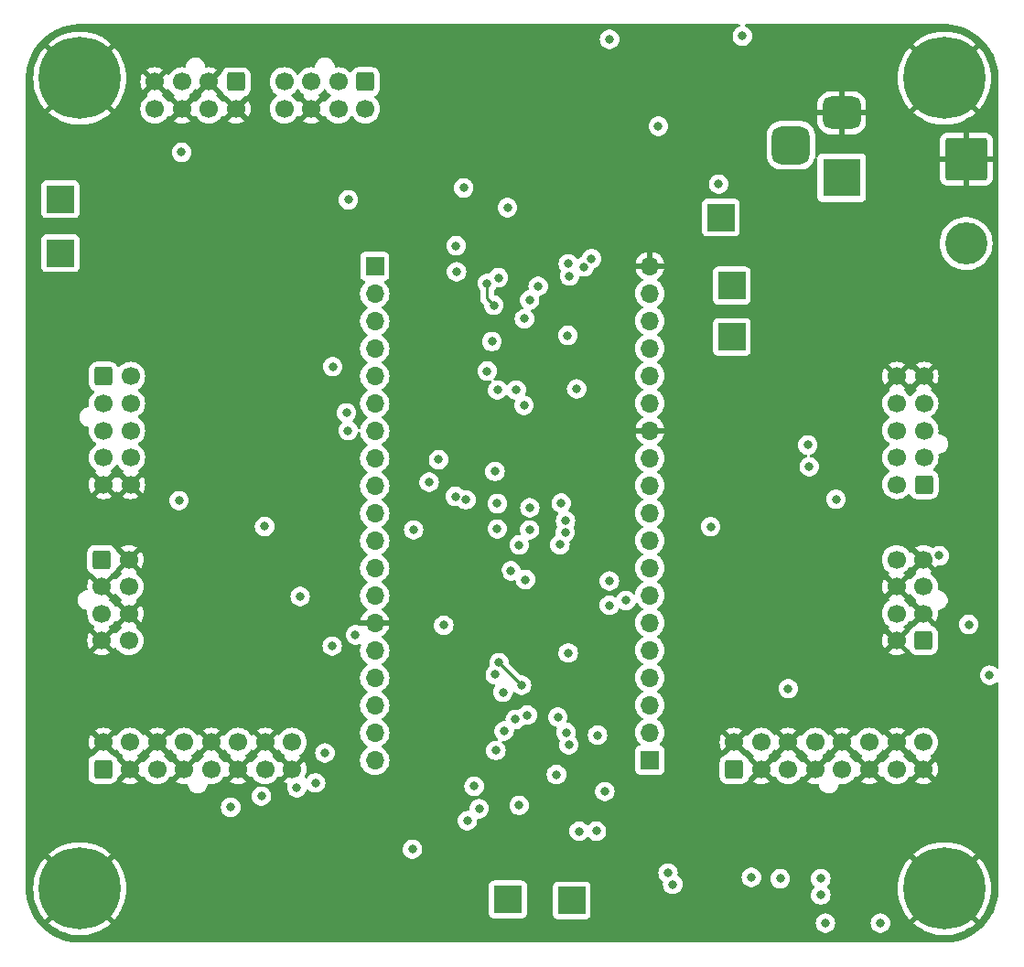
<source format=gbr>
%TF.GenerationSoftware,KiCad,Pcbnew,8.0.1-rc1*%
%TF.CreationDate,2024-04-06T08:28:56-04:00*%
%TF.ProjectId,ESP32_CHUNGUS_RAPIDUS,45535033-325f-4434-9855-4e4755535f52,rev?*%
%TF.SameCoordinates,Original*%
%TF.FileFunction,Copper,L3,Inr*%
%TF.FilePolarity,Positive*%
%FSLAX46Y46*%
G04 Gerber Fmt 4.6, Leading zero omitted, Abs format (unit mm)*
G04 Created by KiCad (PCBNEW 8.0.1-rc1) date 2024-04-06 08:28:56*
%MOMM*%
%LPD*%
G01*
G04 APERTURE LIST*
G04 Aperture macros list*
%AMRoundRect*
0 Rectangle with rounded corners*
0 $1 Rounding radius*
0 $2 $3 $4 $5 $6 $7 $8 $9 X,Y pos of 4 corners*
0 Add a 4 corners polygon primitive as box body*
4,1,4,$2,$3,$4,$5,$6,$7,$8,$9,$2,$3,0*
0 Add four circle primitives for the rounded corners*
1,1,$1+$1,$2,$3*
1,1,$1+$1,$4,$5*
1,1,$1+$1,$6,$7*
1,1,$1+$1,$8,$9*
0 Add four rect primitives between the rounded corners*
20,1,$1+$1,$2,$3,$4,$5,0*
20,1,$1+$1,$4,$5,$6,$7,0*
20,1,$1+$1,$6,$7,$8,$9,0*
20,1,$1+$1,$8,$9,$2,$3,0*%
G04 Aperture macros list end*
%TA.AperFunction,ComponentPad*%
%ADD10R,1.700000X1.700000*%
%TD*%
%TA.AperFunction,ComponentPad*%
%ADD11O,1.700000X1.700000*%
%TD*%
%TA.AperFunction,ComponentPad*%
%ADD12R,2.500000X2.500000*%
%TD*%
%TA.AperFunction,ComponentPad*%
%ADD13RoundRect,0.250000X0.600000X-0.600000X0.600000X0.600000X-0.600000X0.600000X-0.600000X-0.600000X0*%
%TD*%
%TA.AperFunction,ComponentPad*%
%ADD14C,1.700000*%
%TD*%
%TA.AperFunction,ComponentPad*%
%ADD15C,7.600000*%
%TD*%
%TA.AperFunction,ComponentPad*%
%ADD16RoundRect,0.250002X-1.699998X1.699998X-1.699998X-1.699998X1.699998X-1.699998X1.699998X1.699998X0*%
%TD*%
%TA.AperFunction,ComponentPad*%
%ADD17C,3.900000*%
%TD*%
%TA.AperFunction,ComponentPad*%
%ADD18RoundRect,0.250000X-0.600000X-0.600000X0.600000X-0.600000X0.600000X0.600000X-0.600000X0.600000X0*%
%TD*%
%TA.AperFunction,ComponentPad*%
%ADD19RoundRect,0.250000X0.600000X0.600000X-0.600000X0.600000X-0.600000X-0.600000X0.600000X-0.600000X0*%
%TD*%
%TA.AperFunction,ComponentPad*%
%ADD20RoundRect,0.250000X-0.600000X0.600000X-0.600000X-0.600000X0.600000X-0.600000X0.600000X0.600000X0*%
%TD*%
%TA.AperFunction,ComponentPad*%
%ADD21R,3.500000X3.500000*%
%TD*%
%TA.AperFunction,ComponentPad*%
%ADD22RoundRect,0.750000X-1.000000X0.750000X-1.000000X-0.750000X1.000000X-0.750000X1.000000X0.750000X0*%
%TD*%
%TA.AperFunction,ComponentPad*%
%ADD23RoundRect,0.875000X-0.875000X0.875000X-0.875000X-0.875000X0.875000X-0.875000X0.875000X0.875000X0*%
%TD*%
%TA.AperFunction,ViaPad*%
%ADD24C,0.800000*%
%TD*%
%TA.AperFunction,Conductor*%
%ADD25C,0.250000*%
%TD*%
G04 APERTURE END LIST*
D10*
%TO.N,Vcc_3v3*%
%TO.C,J401*%
X67390000Y-40110000D03*
D11*
%TO.N,Enable*%
X67390000Y-42650000D03*
%TO.N,MD_Han_Gau_CT*%
X67390000Y-45190000D03*
%TO.N,MD_Han_Dro_CT*%
X67390000Y-47730000D03*
%TO.N,MD_Gen_Gau_CT*%
X67390000Y-50270000D03*
%TO.N,MD_Gen_Dro_CT*%
X67390000Y-52810000D03*
%TO.N,GPIO32*%
X67390000Y-55350000D03*
%TO.N,GPIO33*%
X67390000Y-57890000D03*
%TO.N,GPIO25*%
X67390000Y-60430000D03*
%TO.N,I2C_SDA_2*%
X67390000Y-62970000D03*
%TO.N,I2C_SCL_2*%
X67390000Y-65510000D03*
%TO.N,GPIO14*%
X67390000Y-68050000D03*
%TO.N,GPIO12*%
X67390000Y-70590000D03*
%TO.N,GND*%
X67390000Y-73130000D03*
%TO.N,GPIO13*%
X67390000Y-75670000D03*
%TO.N,unconnected-(J401-Pin_16-Pad16)*%
X67390000Y-78210000D03*
%TO.N,unconnected-(J401-Pin_17-Pad17)*%
X67390000Y-80750000D03*
%TO.N,unconnected-(J401-Pin_18-Pad18)*%
X67390000Y-83290000D03*
%TO.N,Vcc_5V*%
X67390000Y-85830000D03*
%TD*%
D12*
%TO.N,M_SCL_I2C_3*%
%TO.C,TP407*%
X85600000Y-98800000D03*
%TD*%
%TO.N,I2C_SCL_1*%
%TO.C,TP404*%
X100430000Y-46660000D03*
%TD*%
D13*
%TO.N,Vcc_3v3*%
%TO.C,I2C & Enco Droite*%
X100650000Y-86660000D03*
D14*
%TO.N,GND*%
X103150000Y-86660000D03*
%TO.N,M_SCL_I2C_2*%
X105650000Y-86660000D03*
%TO.N,GND*%
X108150000Y-86660000D03*
%TO.N,Vcc_3v3*%
X110650000Y-86660000D03*
%TO.N,GND*%
X113150000Y-86660000D03*
%TO.N,ENC_Gen_Dro_IntA*%
X115650000Y-86660000D03*
%TO.N,GND*%
X118150000Y-86660000D03*
X100650000Y-84160000D03*
%TO.N,M_SDA_I2C_2*%
X103150000Y-84160000D03*
%TO.N,GND*%
X105650000Y-84160000D03*
%TO.N,GPIO17*%
X108150000Y-84160000D03*
%TO.N,GND*%
X110650000Y-84160000D03*
%TO.N,ENC_Gen_Dro_IntB*%
X113150000Y-84160000D03*
%TO.N,GND*%
X115650000Y-84160000D03*
%TO.N,unconnected-(J305-Pin_16-Pad16)*%
X118150000Y-84160000D03*
%TD*%
D15*
%TO.N,GND*%
%TO.C,H301*%
X40100000Y-22700000D03*
%TD*%
%TO.N,GND*%
%TO.C,H303*%
X40100000Y-97700000D03*
%TD*%
D16*
%TO.N,GND*%
%TO.C,J202*%
X122100000Y-30200000D03*
D17*
%TO.N,Vcc_5V*%
X122100000Y-38000000D03*
%TD*%
D15*
%TO.N,GND*%
%TO.C,H304*%
X120100000Y-97700000D03*
%TD*%
D12*
%TO.N,GPIO17*%
%TO.C,TP406*%
X38300000Y-38900000D03*
%TD*%
%TO.N,M_SDA_I2C_3*%
%TO.C,TP408*%
X79700000Y-98700000D03*
%TD*%
D18*
%TO.N,MD_Han_Gau_CT*%
%TO.C,MD Gauche*%
X42300000Y-50300000D03*
D14*
%TO.N,MD_Han_Gau_EN*%
X42300000Y-52800000D03*
%TO.N,MD_Han_Gau_INA*%
X42300000Y-55300000D03*
%TO.N,MD_Han_Gau_INB*%
X42300000Y-57800000D03*
%TO.N,GND*%
X42300000Y-60300000D03*
%TO.N,MD_Gen_Gau_CT*%
X44800000Y-50300000D03*
%TO.N,MD_Gen_Gau_EN*%
X44800000Y-52800000D03*
%TO.N,MD_Gen_Gau_INA*%
X44800000Y-55300000D03*
%TO.N,MD_Gen_Gau_INB*%
X44800000Y-57800000D03*
%TO.N,GND*%
X44800000Y-60300000D03*
%TD*%
D12*
%TO.N,I2C_SDA_1*%
%TO.C,TP405*%
X100410000Y-41890000D03*
%TD*%
D19*
%TO.N,Vcc_3v3*%
%TO.C,Enco Han Dro*%
X118160000Y-74750000D03*
D14*
%TO.N,GND*%
X118160000Y-72250000D03*
%TO.N,ENC_Han_Dro_IntA*%
X118160000Y-69750000D03*
%TO.N,GND*%
X118160000Y-67250000D03*
X115660000Y-74750000D03*
%TO.N,ENC_Han_Dro_IntB*%
X115660000Y-72250000D03*
%TO.N,GND*%
X115660000Y-69750000D03*
%TO.N,unconnected-(J306-Pin_8-Pad8)*%
X115660000Y-67250000D03*
%TD*%
D18*
%TO.N,Vcc_3v3*%
%TO.C,Enc Hanc Gau*%
X42140000Y-67250000D03*
D14*
%TO.N,GND*%
X42140000Y-69750000D03*
%TO.N,ENC_Han_Gau_IntA*%
X42140000Y-72250000D03*
%TO.N,GND*%
X42140000Y-74750000D03*
X44640000Y-67250000D03*
%TO.N,ENC_Han_Gau_IntB*%
X44640000Y-69750000D03*
%TO.N,GND*%
X44640000Y-72250000D03*
%TO.N,unconnected-(J303-Pin_8-Pad8)*%
X44640000Y-74750000D03*
%TD*%
D19*
%TO.N,MD_Han_Dro_CT*%
%TO.C,MD Droite*%
X118200000Y-60300000D03*
D14*
%TO.N,MD_Han_Dro_EN*%
X118200000Y-57800000D03*
%TO.N,MD_Han_Dro_INA*%
X118200000Y-55300000D03*
%TO.N,MD_Han_Dro_INB*%
X118200000Y-52800000D03*
%TO.N,GND*%
X118200000Y-50300000D03*
%TO.N,MD_Gen_Dro_CT*%
X115700000Y-60300000D03*
%TO.N,MD_Gen_Dro_EN*%
X115700000Y-57800000D03*
%TO.N,MD_Gen_Dro_INA*%
X115700000Y-55300000D03*
%TO.N,MD_Gen_Dro_INB*%
X115700000Y-52800000D03*
%TO.N,GND*%
X115700000Y-50300000D03*
%TD*%
D15*
%TO.N,GND*%
%TO.C,H302*%
X120100000Y-22700000D03*
%TD*%
D20*
%TO.N,Vcc_3v3*%
%TO.C,J307*%
X54550000Y-23040000D03*
D14*
%TO.N,GND*%
X52050000Y-23040000D03*
%TO.N,M_SCL_I2C_0*%
X49550000Y-23040000D03*
%TO.N,GND*%
X47050000Y-23040000D03*
X54550000Y-25540000D03*
%TO.N,M_SDA_I2C_0*%
X52050000Y-25540000D03*
%TO.N,GND*%
X49550000Y-25540000D03*
%TO.N,GPIO17*%
X47050000Y-25540000D03*
%TD*%
D21*
%TO.N,VBUS*%
%TO.C,J201*%
X110600000Y-31900000D03*
D22*
%TO.N,GND*%
X110600000Y-25900000D03*
D23*
%TO.N,N/C*%
X105900000Y-28900000D03*
%TD*%
D20*
%TO.N,R_Gen_Gau*%
%TO.C,J308*%
X66520000Y-23030000D03*
D14*
%TO.N,R_Han_Gau*%
X64020000Y-23030000D03*
%TO.N,Vcc_5V*%
X61520000Y-23030000D03*
%TO.N,unconnected-(J308-Pin_4-Pad4)*%
X59020000Y-23030000D03*
%TO.N,R_Han_Dro*%
X66520000Y-25530000D03*
%TO.N,R_Gen_Dro*%
X64020000Y-25530000D03*
%TO.N,GND*%
X61520000Y-25530000D03*
%TO.N,unconnected-(J308-Pin_8-Pad8)*%
X59020000Y-25530000D03*
%TD*%
D13*
%TO.N,Vcc_3v3*%
%TO.C,I2C & Enco gauche*%
X42250000Y-86660000D03*
D14*
%TO.N,GND*%
X44750000Y-86660000D03*
%TO.N,M_SCL_I2C_1*%
X47250000Y-86660000D03*
%TO.N,GND*%
X49750000Y-86660000D03*
%TO.N,Vcc_3v3*%
X52250000Y-86660000D03*
%TO.N,GND*%
X54750000Y-86660000D03*
%TO.N,ENC_Gen_Gau_IntA*%
X57250000Y-86660000D03*
%TO.N,GND*%
X59750000Y-86660000D03*
X42250000Y-84160000D03*
%TO.N,M_SDA_I2C_1*%
X44750000Y-84160000D03*
%TO.N,GND*%
X47250000Y-84160000D03*
%TO.N,GPIO17*%
X49750000Y-84160000D03*
%TO.N,GND*%
X52250000Y-84160000D03*
%TO.N,ENC_Gen_Gau_IntB*%
X54750000Y-84160000D03*
%TO.N,GND*%
X57250000Y-84160000D03*
%TO.N,unconnected-(J302-Pin_16-Pad16)*%
X59750000Y-84160000D03*
%TD*%
D12*
%TO.N,Vcc_5V*%
%TO.C,TP403*%
X99400000Y-35580000D03*
%TD*%
%TO.N,Vcc_3v3*%
%TO.C,TP401*%
X38300000Y-33900000D03*
%TD*%
D10*
%TO.N,CLK*%
%TO.C,J402*%
X92850000Y-85800000D03*
D11*
%TO.N,unconnected-(J402-Pin_2-Pad2)*%
X92850000Y-83260000D03*
%TO.N,unconnected-(J402-Pin_3-Pad3)*%
X92850000Y-80720000D03*
%TO.N,GPIO15*%
X92850000Y-78180000D03*
%TO.N,Out_EN_PCA*%
X92850000Y-75640000D03*
%TO.N,unconnected-(J402-Pin_6-Pad6)*%
X92850000Y-73100000D03*
%TO.N,GPIO4*%
X92850000Y-70560000D03*
%TO.N,GPIO16*%
X92850000Y-68020000D03*
%TO.N,GPIO17*%
X92850000Y-65480000D03*
%TO.N,GPIO5*%
X92850000Y-62940000D03*
%TO.N,GPIO18*%
X92850000Y-60400000D03*
%TO.N,GPIO19*%
X92850000Y-57860000D03*
%TO.N,GND*%
X92850000Y-55320000D03*
%TO.N,I2C_SDA_1*%
X92850000Y-52780000D03*
%TO.N,unconnected-(J402-Pin_15-Pad15)*%
X92850000Y-50240000D03*
%TO.N,unconnected-(J402-Pin_16-Pad16)*%
X92850000Y-47700000D03*
%TO.N,I2C_SCL_1*%
X92850000Y-45160000D03*
%TO.N,Int_PCA*%
X92850000Y-42620000D03*
%TO.N,GND*%
X92850000Y-40080000D03*
%TD*%
D24*
%TO.N,GND*%
X96000000Y-30900000D03*
X73000000Y-47100000D03*
X86980000Y-79630000D03*
X96000000Y-29000000D03*
X90987800Y-93751300D03*
X115840000Y-36750000D03*
X79460000Y-54350000D03*
X87160000Y-89130000D03*
X79760000Y-19919000D03*
X75630000Y-74479000D03*
X73000000Y-41700000D03*
X85264300Y-43477800D03*
X79330000Y-94430000D03*
X78864200Y-68604800D03*
X81000000Y-74800000D03*
X63601300Y-100808600D03*
X104800000Y-22400000D03*
X104900000Y-20500000D03*
X63601300Y-92670600D03*
X72035600Y-98136600D03*
X84920000Y-88860000D03*
X83000000Y-74700000D03*
%TO.N,Vcc_5V*%
X99200000Y-32500000D03*
X101400000Y-18800000D03*
%TO.N,Vcc_3v3*%
X80747200Y-89998000D03*
X64950000Y-33959000D03*
X78540800Y-77893300D03*
X72417700Y-60083200D03*
X124272700Y-77959000D03*
X93630000Y-27140000D03*
X70881700Y-94052000D03*
X81201700Y-52975600D03*
X85288100Y-75893200D03*
X86306600Y-92393400D03*
X74854100Y-61403500D03*
X109084500Y-100899000D03*
X49520000Y-29559000D03*
X84200000Y-87149000D03*
X114180000Y-100899000D03*
%TO.N,GPIO17*%
X80975500Y-78875300D03*
X62779700Y-85153300D03*
X78594600Y-84915400D03*
X78886900Y-76786700D03*
X74911800Y-38211500D03*
%TO.N,GPIO5*%
X89112500Y-19102200D03*
%TO.N,M_SCL_I2C_0*%
X87902700Y-92381600D03*
X88673100Y-88712700D03*
X65591700Y-74215800D03*
X84323500Y-81838300D03*
%TO.N,M_SDA_I2C_0*%
X81499000Y-81635900D03*
X60491700Y-70665200D03*
%TO.N,M_SCL_I2C_1*%
X79355800Y-83110700D03*
%TO.N,M_SDA_I2C_1*%
X80400300Y-82048000D03*
%TO.N,M_SCL_I2C_2*%
X85348300Y-84400100D03*
%TO.N,M_SDA_I2C_2*%
X88003500Y-83496500D03*
X85092300Y-83253000D03*
%TO.N,MD_Gen_Gau_EN*%
X81238400Y-44969000D03*
%TO.N,MD_Han_Gau_INA*%
X78724000Y-62059600D03*
%TO.N,MD_Gen_Gau_CT*%
X63506600Y-49399300D03*
%TO.N,MD_Gen_Gau_INA*%
X57200800Y-64187400D03*
X79988500Y-68294100D03*
%TO.N,MD_Han_Gau_INB*%
X81721700Y-64503900D03*
X49288600Y-61788500D03*
%TO.N,MD_Han_Gau_EN*%
X81722400Y-43220000D03*
%TO.N,MD_Gen_Gau_INB*%
X78715600Y-64413900D03*
%TO.N,ENC_Gen_Gau_IntB*%
X56914600Y-89137900D03*
%TO.N,MD_Han_Dro_INA*%
X85039100Y-63672600D03*
X110067400Y-61670000D03*
%TO.N,MD_Gen_Dro_INA*%
X107581500Y-58652200D03*
X84530300Y-65874600D03*
%TO.N,MD_Han_Dro_EN*%
X85249700Y-46504800D03*
%TO.N,MD_Gen_Dro_INB*%
X98479800Y-64210000D03*
X85001400Y-64734900D03*
%TO.N,MD_Han_Dro_INB*%
X107451900Y-56648800D03*
X81739200Y-62458700D03*
%TO.N,MD_Gen_Dro_EN*%
X82510800Y-41949000D03*
%TO.N,GPIO12*%
X77050000Y-90319000D03*
%TO.N,GPIO33*%
X119618000Y-66896300D03*
X122351200Y-73258800D03*
%TO.N,GPIO13*%
X75960000Y-91419000D03*
%TO.N,GPIO4*%
X63449900Y-75254100D03*
X89093500Y-71480700D03*
X60180900Y-88372200D03*
%TO.N,I2C_SCL_1*%
X79255400Y-79523900D03*
X86073500Y-51456700D03*
X73770900Y-73332000D03*
X78514400Y-59088600D03*
%TO.N,I2C_SDA_1*%
X75828900Y-61719000D03*
X80480000Y-51559000D03*
%TO.N,INTB_HD*%
X105642300Y-79200000D03*
%TO.N,INTA_HD*%
X78835600Y-41171200D03*
%TO.N,INTB_HG*%
X74960100Y-40616200D03*
%TO.N,INTA_HG*%
X70987200Y-64498400D03*
%TO.N,INTB_GD*%
X73292600Y-58004800D03*
X78759500Y-51546600D03*
X76590000Y-88229000D03*
%TO.N,INTA_GD*%
X78406800Y-43708100D03*
X77800700Y-41692100D03*
%TO.N,INTB_GG*%
X61914000Y-87913500D03*
X78235500Y-47065600D03*
X64775800Y-53663100D03*
%TO.N,INTA_GG*%
X77797500Y-49803700D03*
X54066700Y-90177700D03*
X64927800Y-55309500D03*
%TO.N,R_Gen_Gau*%
X85410000Y-41001000D03*
X79674400Y-34674300D03*
%TO.N,R_Han_Gau*%
X86765700Y-40151800D03*
X75615700Y-32850300D03*
%TO.N,R_Gen_Dro*%
X85297100Y-39877100D03*
%TO.N,R_Han_Dro*%
X87442700Y-39404500D03*
%TO.N,Net-(JP501-B)*%
X94955000Y-97311200D03*
%TO.N,Net-(JP502-B)*%
X94521800Y-96253100D03*
%TO.N,Net-(JP505-B)*%
X102239800Y-96648300D03*
%TO.N,Net-(JP506-B)*%
X104901700Y-96784000D03*
X84638300Y-62034900D03*
X90634200Y-71035700D03*
%TO.N,Net-(JP507-B)*%
X108652600Y-98288400D03*
%TO.N,Net-(JP508-B)*%
X81338100Y-69102700D03*
X89093500Y-69238100D03*
X108652600Y-96779000D03*
%TO.N,Net-(U502-~{OE})*%
X80755000Y-65886900D03*
%TD*%
D25*
%TO.N,GPIO17*%
X78886900Y-76786700D02*
X80975500Y-78875300D01*
%TO.N,INTA_GD*%
X77800700Y-43102000D02*
X78406800Y-43708100D01*
X77800700Y-41692100D02*
X77800700Y-43102000D01*
%TD*%
%TA.AperFunction,Conductor*%
%TO.N,GND*%
G36*
X48364925Y-84921373D02*
G01*
X48398119Y-84873968D01*
X48452696Y-84830343D01*
X48522194Y-84823149D01*
X48584549Y-84854672D01*
X48601269Y-84873968D01*
X48711500Y-85031395D01*
X48711505Y-85031401D01*
X48878599Y-85198495D01*
X49024420Y-85300600D01*
X49036031Y-85308730D01*
X49079655Y-85363307D01*
X49086848Y-85432806D01*
X49055326Y-85495160D01*
X49036030Y-85511880D01*
X48988626Y-85545072D01*
X48988625Y-85545072D01*
X49538940Y-86095387D01*
X49518409Y-86100889D01*
X49381592Y-86179881D01*
X49269881Y-86291592D01*
X49190889Y-86428409D01*
X49185387Y-86448940D01*
X48635072Y-85898625D01*
X48635071Y-85898626D01*
X48601879Y-85946031D01*
X48547302Y-85989656D01*
X48477804Y-85996850D01*
X48415449Y-85965327D01*
X48398730Y-85946032D01*
X48288495Y-85788599D01*
X48121401Y-85621505D01*
X48121399Y-85621504D01*
X48121396Y-85621501D01*
X47963968Y-85511269D01*
X47920343Y-85456692D01*
X47913149Y-85387194D01*
X47944672Y-85324839D01*
X47963968Y-85308119D01*
X48011373Y-85274925D01*
X47461059Y-84724612D01*
X47481591Y-84719111D01*
X47618408Y-84640119D01*
X47730119Y-84528408D01*
X47809111Y-84391591D01*
X47814612Y-84371059D01*
X48364925Y-84921373D01*
G37*
%TD.AperFunction*%
%TA.AperFunction,Conductor*%
G36*
X53364925Y-84921373D02*
G01*
X53398119Y-84873968D01*
X53452696Y-84830343D01*
X53522194Y-84823149D01*
X53584549Y-84854672D01*
X53601269Y-84873968D01*
X53711500Y-85031395D01*
X53711505Y-85031401D01*
X53878599Y-85198495D01*
X54024420Y-85300600D01*
X54036031Y-85308730D01*
X54079655Y-85363307D01*
X54086848Y-85432806D01*
X54055326Y-85495160D01*
X54036030Y-85511880D01*
X53988626Y-85545072D01*
X53988625Y-85545072D01*
X54538940Y-86095387D01*
X54518409Y-86100889D01*
X54381592Y-86179881D01*
X54269881Y-86291592D01*
X54190889Y-86428409D01*
X54185387Y-86448940D01*
X53635072Y-85898625D01*
X53635071Y-85898626D01*
X53601879Y-85946031D01*
X53547302Y-85989656D01*
X53477804Y-85996850D01*
X53415449Y-85965327D01*
X53398730Y-85946032D01*
X53288495Y-85788599D01*
X53121401Y-85621505D01*
X53121399Y-85621504D01*
X53121396Y-85621501D01*
X52963968Y-85511269D01*
X52920343Y-85456692D01*
X52913149Y-85387194D01*
X52944672Y-85324839D01*
X52963968Y-85308119D01*
X53011373Y-85274925D01*
X52461059Y-84724612D01*
X52481591Y-84719111D01*
X52618408Y-84640119D01*
X52730119Y-84528408D01*
X52809111Y-84391591D01*
X52814612Y-84371060D01*
X53364925Y-84921373D01*
G37*
%TD.AperFunction*%
%TA.AperFunction,Conductor*%
G36*
X58364925Y-84921373D02*
G01*
X58398119Y-84873968D01*
X58452696Y-84830343D01*
X58522194Y-84823149D01*
X58584549Y-84854672D01*
X58601269Y-84873968D01*
X58711500Y-85031395D01*
X58711505Y-85031401D01*
X58878599Y-85198495D01*
X59024420Y-85300600D01*
X59036031Y-85308730D01*
X59079655Y-85363307D01*
X59086848Y-85432806D01*
X59055326Y-85495160D01*
X59036030Y-85511880D01*
X58988626Y-85545072D01*
X58988625Y-85545072D01*
X59538940Y-86095387D01*
X59518409Y-86100889D01*
X59381592Y-86179881D01*
X59269881Y-86291592D01*
X59190889Y-86428409D01*
X59185387Y-86448940D01*
X58635072Y-85898625D01*
X58635071Y-85898626D01*
X58601879Y-85946031D01*
X58547302Y-85989656D01*
X58477804Y-85996850D01*
X58415449Y-85965327D01*
X58398730Y-85946032D01*
X58288495Y-85788599D01*
X58121401Y-85621505D01*
X58121399Y-85621504D01*
X58121396Y-85621501D01*
X57963968Y-85511269D01*
X57920343Y-85456692D01*
X57913149Y-85387194D01*
X57944672Y-85324839D01*
X57963968Y-85308119D01*
X58011373Y-85274925D01*
X57461059Y-84724612D01*
X57481591Y-84719111D01*
X57618408Y-84640119D01*
X57730119Y-84528408D01*
X57809111Y-84391591D01*
X57814612Y-84371060D01*
X58364925Y-84921373D01*
G37*
%TD.AperFunction*%
%TA.AperFunction,Conductor*%
G36*
X43364925Y-84921373D02*
G01*
X43398119Y-84873968D01*
X43452696Y-84830343D01*
X43522194Y-84823149D01*
X43584549Y-84854672D01*
X43601269Y-84873968D01*
X43711500Y-85031395D01*
X43711505Y-85031401D01*
X43878599Y-85198495D01*
X44024420Y-85300600D01*
X44036031Y-85308730D01*
X44079655Y-85363307D01*
X44086848Y-85432806D01*
X44055326Y-85495160D01*
X44036030Y-85511880D01*
X43988626Y-85545072D01*
X43988625Y-85545072D01*
X44538940Y-86095387D01*
X44518409Y-86100889D01*
X44381592Y-86179881D01*
X44269881Y-86291592D01*
X44190889Y-86428409D01*
X44185387Y-86448939D01*
X43594187Y-85857739D01*
X43594242Y-85857683D01*
X43567493Y-85831767D01*
X43557666Y-85809630D01*
X43550697Y-85788599D01*
X43534814Y-85740666D01*
X43442712Y-85591344D01*
X43318656Y-85467288D01*
X43169334Y-85375186D01*
X43100367Y-85352332D01*
X43042923Y-85312560D01*
X43038592Y-85302144D01*
X42461059Y-84724612D01*
X42481591Y-84719111D01*
X42618408Y-84640119D01*
X42730119Y-84528408D01*
X42809111Y-84391591D01*
X42814612Y-84371060D01*
X43364925Y-84921373D01*
G37*
%TD.AperFunction*%
%TA.AperFunction,Conductor*%
G36*
X46690889Y-84391591D02*
G01*
X46769881Y-84528408D01*
X46881592Y-84640119D01*
X47018409Y-84719111D01*
X47038939Y-84724612D01*
X46488625Y-85274925D01*
X46536031Y-85308119D01*
X46579656Y-85362696D01*
X46586850Y-85432194D01*
X46555327Y-85494549D01*
X46536032Y-85511269D01*
X46378594Y-85621508D01*
X46211508Y-85788594D01*
X46101269Y-85946032D01*
X46046692Y-85989656D01*
X45977193Y-85996849D01*
X45914839Y-85965327D01*
X45898119Y-85946031D01*
X45864926Y-85898626D01*
X45864925Y-85898625D01*
X45314612Y-86448939D01*
X45309111Y-86428409D01*
X45230119Y-86291592D01*
X45118408Y-86179881D01*
X44981591Y-86100889D01*
X44961059Y-86095387D01*
X45511373Y-85545073D01*
X45511373Y-85545072D01*
X45463969Y-85511880D01*
X45420344Y-85457303D01*
X45413150Y-85387805D01*
X45444673Y-85325450D01*
X45463969Y-85308730D01*
X45475580Y-85300600D01*
X45621401Y-85198495D01*
X45788495Y-85031401D01*
X45898730Y-84873968D01*
X45953307Y-84830344D01*
X46022805Y-84823150D01*
X46085160Y-84854673D01*
X46101880Y-84873969D01*
X46135072Y-84921373D01*
X46135073Y-84921373D01*
X46685387Y-84371059D01*
X46690889Y-84391591D01*
G37*
%TD.AperFunction*%
%TA.AperFunction,Conductor*%
G36*
X51690889Y-84391591D02*
G01*
X51769881Y-84528408D01*
X51881592Y-84640119D01*
X52018409Y-84719111D01*
X52038939Y-84724612D01*
X51488625Y-85274925D01*
X51536031Y-85308119D01*
X51579656Y-85362696D01*
X51586850Y-85432194D01*
X51555327Y-85494549D01*
X51536032Y-85511269D01*
X51378594Y-85621508D01*
X51211508Y-85788594D01*
X51101269Y-85946032D01*
X51046692Y-85989656D01*
X50977193Y-85996849D01*
X50914839Y-85965327D01*
X50898119Y-85946031D01*
X50864926Y-85898626D01*
X50864925Y-85898625D01*
X50314612Y-86448939D01*
X50309111Y-86428409D01*
X50230119Y-86291592D01*
X50118408Y-86179881D01*
X49981591Y-86100889D01*
X49961059Y-86095387D01*
X50511373Y-85545073D01*
X50511373Y-85545072D01*
X50463969Y-85511880D01*
X50420344Y-85457303D01*
X50413150Y-85387805D01*
X50444673Y-85325450D01*
X50463969Y-85308730D01*
X50475580Y-85300600D01*
X50621401Y-85198495D01*
X50788495Y-85031401D01*
X50898730Y-84873968D01*
X50953307Y-84830344D01*
X51022805Y-84823150D01*
X51085160Y-84854673D01*
X51101880Y-84873969D01*
X51135072Y-84921373D01*
X51135073Y-84921373D01*
X51685387Y-84371059D01*
X51690889Y-84391591D01*
G37*
%TD.AperFunction*%
%TA.AperFunction,Conductor*%
G36*
X56690889Y-84391591D02*
G01*
X56769881Y-84528408D01*
X56881592Y-84640119D01*
X57018409Y-84719111D01*
X57038939Y-84724612D01*
X56488625Y-85274925D01*
X56536031Y-85308119D01*
X56579656Y-85362696D01*
X56586850Y-85432194D01*
X56555327Y-85494549D01*
X56536032Y-85511269D01*
X56378594Y-85621508D01*
X56211508Y-85788594D01*
X56101269Y-85946032D01*
X56046692Y-85989656D01*
X55977193Y-85996849D01*
X55914839Y-85965327D01*
X55898119Y-85946031D01*
X55864926Y-85898626D01*
X55864925Y-85898625D01*
X55314612Y-86448939D01*
X55309111Y-86428409D01*
X55230119Y-86291592D01*
X55118408Y-86179881D01*
X54981591Y-86100889D01*
X54961059Y-86095387D01*
X55511373Y-85545073D01*
X55511373Y-85545072D01*
X55463969Y-85511880D01*
X55420344Y-85457303D01*
X55413150Y-85387805D01*
X55444673Y-85325450D01*
X55463969Y-85308730D01*
X55475580Y-85300600D01*
X55621401Y-85198495D01*
X55788495Y-85031401D01*
X55898730Y-84873968D01*
X55953307Y-84830344D01*
X56022805Y-84823150D01*
X56085160Y-84854673D01*
X56101880Y-84873969D01*
X56135072Y-84921373D01*
X56135073Y-84921373D01*
X56685387Y-84371059D01*
X56690889Y-84391591D01*
G37*
%TD.AperFunction*%
%TA.AperFunction,Conductor*%
G36*
X106764925Y-84921373D02*
G01*
X106798119Y-84873968D01*
X106852696Y-84830343D01*
X106922194Y-84823149D01*
X106984549Y-84854672D01*
X107001269Y-84873968D01*
X107111500Y-85031395D01*
X107111505Y-85031401D01*
X107278599Y-85198495D01*
X107424420Y-85300600D01*
X107436031Y-85308730D01*
X107479655Y-85363307D01*
X107486848Y-85432806D01*
X107455326Y-85495160D01*
X107436030Y-85511880D01*
X107388626Y-85545072D01*
X107388625Y-85545072D01*
X107938940Y-86095387D01*
X107918409Y-86100889D01*
X107781592Y-86179881D01*
X107669881Y-86291592D01*
X107590889Y-86428409D01*
X107585387Y-86448940D01*
X107035072Y-85898625D01*
X107035071Y-85898626D01*
X107001879Y-85946031D01*
X106947302Y-85989656D01*
X106877804Y-85996850D01*
X106815449Y-85965327D01*
X106798730Y-85946032D01*
X106688495Y-85788599D01*
X106521401Y-85621505D01*
X106521399Y-85621504D01*
X106521396Y-85621501D01*
X106363968Y-85511269D01*
X106320343Y-85456692D01*
X106313149Y-85387194D01*
X106344672Y-85324839D01*
X106363968Y-85308119D01*
X106411373Y-85274925D01*
X105861059Y-84724612D01*
X105881591Y-84719111D01*
X106018408Y-84640119D01*
X106130119Y-84528408D01*
X106209111Y-84391591D01*
X106214612Y-84371060D01*
X106764925Y-84921373D01*
G37*
%TD.AperFunction*%
%TA.AperFunction,Conductor*%
G36*
X111764925Y-84921373D02*
G01*
X111798119Y-84873968D01*
X111852696Y-84830343D01*
X111922194Y-84823149D01*
X111984549Y-84854672D01*
X112001269Y-84873968D01*
X112111500Y-85031395D01*
X112111505Y-85031401D01*
X112278599Y-85198495D01*
X112424420Y-85300600D01*
X112436031Y-85308730D01*
X112479655Y-85363307D01*
X112486848Y-85432806D01*
X112455326Y-85495160D01*
X112436030Y-85511880D01*
X112388626Y-85545072D01*
X112388625Y-85545072D01*
X112938940Y-86095387D01*
X112918409Y-86100889D01*
X112781592Y-86179881D01*
X112669881Y-86291592D01*
X112590889Y-86428409D01*
X112585387Y-86448940D01*
X112035072Y-85898625D01*
X112035071Y-85898626D01*
X112001879Y-85946031D01*
X111947302Y-85989656D01*
X111877804Y-85996850D01*
X111815449Y-85965327D01*
X111798730Y-85946032D01*
X111688495Y-85788599D01*
X111521401Y-85621505D01*
X111521399Y-85621504D01*
X111521396Y-85621501D01*
X111363968Y-85511269D01*
X111320343Y-85456692D01*
X111313149Y-85387194D01*
X111344672Y-85324839D01*
X111363968Y-85308119D01*
X111411373Y-85274925D01*
X110861059Y-84724612D01*
X110881591Y-84719111D01*
X111018408Y-84640119D01*
X111130119Y-84528408D01*
X111209111Y-84391591D01*
X111214612Y-84371060D01*
X111764925Y-84921373D01*
G37*
%TD.AperFunction*%
%TA.AperFunction,Conductor*%
G36*
X116764925Y-84921373D02*
G01*
X116798119Y-84873968D01*
X116852696Y-84830343D01*
X116922194Y-84823149D01*
X116984549Y-84854672D01*
X117001269Y-84873968D01*
X117111500Y-85031395D01*
X117111505Y-85031401D01*
X117278599Y-85198495D01*
X117424420Y-85300600D01*
X117436031Y-85308730D01*
X117479655Y-85363307D01*
X117486848Y-85432806D01*
X117455326Y-85495160D01*
X117436030Y-85511880D01*
X117388626Y-85545072D01*
X117388625Y-85545072D01*
X117938940Y-86095387D01*
X117918409Y-86100889D01*
X117781592Y-86179881D01*
X117669881Y-86291592D01*
X117590889Y-86428409D01*
X117585387Y-86448940D01*
X117035072Y-85898625D01*
X117035071Y-85898626D01*
X117001879Y-85946031D01*
X116947302Y-85989656D01*
X116877804Y-85996850D01*
X116815449Y-85965327D01*
X116798730Y-85946032D01*
X116688495Y-85788599D01*
X116521401Y-85621505D01*
X116521399Y-85621504D01*
X116521396Y-85621501D01*
X116363968Y-85511269D01*
X116320343Y-85456692D01*
X116313149Y-85387194D01*
X116344672Y-85324839D01*
X116363968Y-85308119D01*
X116411373Y-85274925D01*
X115861059Y-84724612D01*
X115881591Y-84719111D01*
X116018408Y-84640119D01*
X116130119Y-84528408D01*
X116209111Y-84391591D01*
X116214612Y-84371060D01*
X116764925Y-84921373D01*
G37*
%TD.AperFunction*%
%TA.AperFunction,Conductor*%
G36*
X101764925Y-84921373D02*
G01*
X101798119Y-84873968D01*
X101852696Y-84830343D01*
X101922194Y-84823149D01*
X101984549Y-84854672D01*
X102001269Y-84873968D01*
X102111500Y-85031395D01*
X102111505Y-85031401D01*
X102278599Y-85198495D01*
X102424420Y-85300600D01*
X102436031Y-85308730D01*
X102479655Y-85363307D01*
X102486848Y-85432806D01*
X102455326Y-85495160D01*
X102436030Y-85511880D01*
X102388626Y-85545072D01*
X102388625Y-85545072D01*
X102938940Y-86095387D01*
X102918409Y-86100889D01*
X102781592Y-86179881D01*
X102669881Y-86291592D01*
X102590889Y-86428409D01*
X102585387Y-86448939D01*
X101994187Y-85857739D01*
X101994242Y-85857683D01*
X101967493Y-85831767D01*
X101957666Y-85809630D01*
X101950697Y-85788599D01*
X101934814Y-85740666D01*
X101842712Y-85591344D01*
X101718656Y-85467288D01*
X101569334Y-85375186D01*
X101500367Y-85352332D01*
X101442923Y-85312560D01*
X101438592Y-85302144D01*
X100861059Y-84724612D01*
X100881591Y-84719111D01*
X101018408Y-84640119D01*
X101130119Y-84528408D01*
X101209111Y-84391591D01*
X101214612Y-84371060D01*
X101764925Y-84921373D01*
G37*
%TD.AperFunction*%
%TA.AperFunction,Conductor*%
G36*
X105090889Y-84391591D02*
G01*
X105169881Y-84528408D01*
X105281592Y-84640119D01*
X105418409Y-84719111D01*
X105438939Y-84724612D01*
X104888625Y-85274925D01*
X104936031Y-85308119D01*
X104979656Y-85362696D01*
X104986850Y-85432194D01*
X104955327Y-85494549D01*
X104936032Y-85511269D01*
X104778594Y-85621508D01*
X104611508Y-85788594D01*
X104501269Y-85946032D01*
X104446692Y-85989656D01*
X104377193Y-85996849D01*
X104314839Y-85965327D01*
X104298119Y-85946031D01*
X104264926Y-85898626D01*
X104264925Y-85898625D01*
X103714612Y-86448939D01*
X103709111Y-86428409D01*
X103630119Y-86291592D01*
X103518408Y-86179881D01*
X103381591Y-86100889D01*
X103361059Y-86095387D01*
X103911373Y-85545073D01*
X103911373Y-85545072D01*
X103863969Y-85511880D01*
X103820344Y-85457303D01*
X103813150Y-85387805D01*
X103844673Y-85325450D01*
X103863969Y-85308730D01*
X103875580Y-85300600D01*
X104021401Y-85198495D01*
X104188495Y-85031401D01*
X104298730Y-84873968D01*
X104353307Y-84830344D01*
X104422805Y-84823150D01*
X104485160Y-84854673D01*
X104501880Y-84873969D01*
X104535072Y-84921373D01*
X104535073Y-84921373D01*
X105085387Y-84371059D01*
X105090889Y-84391591D01*
G37*
%TD.AperFunction*%
%TA.AperFunction,Conductor*%
G36*
X110090889Y-84391591D02*
G01*
X110169881Y-84528408D01*
X110281592Y-84640119D01*
X110418409Y-84719111D01*
X110438939Y-84724612D01*
X109888625Y-85274925D01*
X109936031Y-85308119D01*
X109979656Y-85362696D01*
X109986850Y-85432194D01*
X109955327Y-85494549D01*
X109936032Y-85511269D01*
X109778594Y-85621508D01*
X109611508Y-85788594D01*
X109501269Y-85946032D01*
X109446692Y-85989656D01*
X109377193Y-85996849D01*
X109314839Y-85965327D01*
X109298119Y-85946031D01*
X109264926Y-85898626D01*
X109264925Y-85898625D01*
X108714612Y-86448939D01*
X108709111Y-86428409D01*
X108630119Y-86291592D01*
X108518408Y-86179881D01*
X108381591Y-86100889D01*
X108361059Y-86095387D01*
X108911373Y-85545073D01*
X108911373Y-85545072D01*
X108863969Y-85511880D01*
X108820344Y-85457303D01*
X108813150Y-85387805D01*
X108844673Y-85325450D01*
X108863969Y-85308730D01*
X108875580Y-85300600D01*
X109021401Y-85198495D01*
X109188495Y-85031401D01*
X109298730Y-84873968D01*
X109353307Y-84830344D01*
X109422805Y-84823150D01*
X109485160Y-84854673D01*
X109501880Y-84873969D01*
X109535072Y-84921373D01*
X109535073Y-84921373D01*
X110085387Y-84371059D01*
X110090889Y-84391591D01*
G37*
%TD.AperFunction*%
%TA.AperFunction,Conductor*%
G36*
X115090889Y-84391591D02*
G01*
X115169881Y-84528408D01*
X115281592Y-84640119D01*
X115418409Y-84719111D01*
X115438939Y-84724612D01*
X114888625Y-85274925D01*
X114936031Y-85308119D01*
X114979656Y-85362696D01*
X114986850Y-85432194D01*
X114955327Y-85494549D01*
X114936032Y-85511269D01*
X114778594Y-85621508D01*
X114611508Y-85788594D01*
X114501269Y-85946032D01*
X114446692Y-85989656D01*
X114377193Y-85996849D01*
X114314839Y-85965327D01*
X114298119Y-85946031D01*
X114264926Y-85898626D01*
X114264925Y-85898625D01*
X113714612Y-86448939D01*
X113709111Y-86428409D01*
X113630119Y-86291592D01*
X113518408Y-86179881D01*
X113381591Y-86100889D01*
X113361059Y-86095387D01*
X113911373Y-85545073D01*
X113911373Y-85545072D01*
X113863969Y-85511880D01*
X113820344Y-85457303D01*
X113813150Y-85387805D01*
X113844673Y-85325450D01*
X113863969Y-85308730D01*
X113875580Y-85300600D01*
X114021401Y-85198495D01*
X114188495Y-85031401D01*
X114298730Y-84873968D01*
X114353307Y-84830344D01*
X114422805Y-84823150D01*
X114485160Y-84854673D01*
X114501880Y-84873969D01*
X114535072Y-84921373D01*
X114535073Y-84921373D01*
X115085387Y-84371059D01*
X115090889Y-84391591D01*
G37*
%TD.AperFunction*%
%TA.AperFunction,Conductor*%
G36*
X44080889Y-72481591D02*
G01*
X44159881Y-72618408D01*
X44271592Y-72730119D01*
X44408409Y-72809111D01*
X44428939Y-72814612D01*
X43878625Y-73364925D01*
X43926031Y-73398119D01*
X43969656Y-73452696D01*
X43976850Y-73522194D01*
X43945327Y-73584549D01*
X43926032Y-73601269D01*
X43768594Y-73711508D01*
X43601508Y-73878594D01*
X43491269Y-74036032D01*
X43436692Y-74079656D01*
X43367193Y-74086849D01*
X43304839Y-74055327D01*
X43288119Y-74036031D01*
X43254926Y-73988626D01*
X43254925Y-73988625D01*
X42704612Y-74538939D01*
X42699111Y-74518409D01*
X42620119Y-74381592D01*
X42508408Y-74269881D01*
X42371591Y-74190889D01*
X42351059Y-74185387D01*
X42901373Y-73635073D01*
X42901373Y-73635072D01*
X42853969Y-73601880D01*
X42810344Y-73547303D01*
X42803150Y-73477805D01*
X42834673Y-73415450D01*
X42853969Y-73398730D01*
X42870573Y-73387104D01*
X43011401Y-73288495D01*
X43178495Y-73121401D01*
X43288730Y-72963968D01*
X43343307Y-72920344D01*
X43412805Y-72913150D01*
X43475160Y-72944673D01*
X43491880Y-72963969D01*
X43525072Y-73011373D01*
X43525073Y-73011373D01*
X44075387Y-72461059D01*
X44080889Y-72481591D01*
G37*
%TD.AperFunction*%
%TA.AperFunction,Conductor*%
G36*
X43254925Y-70511373D02*
G01*
X43288119Y-70463968D01*
X43342696Y-70420343D01*
X43412194Y-70413149D01*
X43474549Y-70444672D01*
X43491269Y-70463968D01*
X43601500Y-70621395D01*
X43601505Y-70621401D01*
X43768599Y-70788495D01*
X43919763Y-70894341D01*
X43926031Y-70898730D01*
X43969655Y-70953307D01*
X43976848Y-71022806D01*
X43945326Y-71085160D01*
X43926030Y-71101880D01*
X43878626Y-71135072D01*
X43878625Y-71135072D01*
X44428940Y-71685387D01*
X44408409Y-71690889D01*
X44271592Y-71769881D01*
X44159881Y-71881592D01*
X44080889Y-72018409D01*
X44075387Y-72038940D01*
X43525072Y-71488625D01*
X43525071Y-71488626D01*
X43491879Y-71536031D01*
X43437302Y-71579656D01*
X43367804Y-71586850D01*
X43305449Y-71555327D01*
X43288732Y-71536034D01*
X43178495Y-71378599D01*
X43011401Y-71211505D01*
X43011399Y-71211504D01*
X43011396Y-71211501D01*
X42853968Y-71101269D01*
X42810343Y-71046692D01*
X42803149Y-70977194D01*
X42834672Y-70914839D01*
X42853968Y-70898119D01*
X42901373Y-70864925D01*
X42351059Y-70314612D01*
X42371591Y-70309111D01*
X42508408Y-70230119D01*
X42620119Y-70118408D01*
X42699111Y-69981591D01*
X42704612Y-69961060D01*
X43254925Y-70511373D01*
G37*
%TD.AperFunction*%
%TA.AperFunction,Conductor*%
G36*
X44080889Y-67481591D02*
G01*
X44159881Y-67618408D01*
X44271592Y-67730119D01*
X44408409Y-67809111D01*
X44428939Y-67814612D01*
X43878625Y-68364925D01*
X43926031Y-68398119D01*
X43969656Y-68452696D01*
X43976850Y-68522194D01*
X43945327Y-68584549D01*
X43926032Y-68601269D01*
X43768594Y-68711508D01*
X43601508Y-68878594D01*
X43491269Y-69036032D01*
X43436692Y-69079656D01*
X43367193Y-69086849D01*
X43304839Y-69055327D01*
X43288119Y-69036031D01*
X43254926Y-68988626D01*
X43254925Y-68988625D01*
X42704612Y-69538939D01*
X42699111Y-69518409D01*
X42620119Y-69381592D01*
X42508408Y-69269881D01*
X42371591Y-69190889D01*
X42351059Y-69185387D01*
X42942260Y-68594186D01*
X42942315Y-68594241D01*
X42968213Y-68567503D01*
X42990362Y-68557669D01*
X43059334Y-68534814D01*
X43208656Y-68442712D01*
X43332712Y-68318656D01*
X43424814Y-68169334D01*
X43447667Y-68100366D01*
X43487438Y-68042924D01*
X43497853Y-68038593D01*
X44075387Y-67461059D01*
X44080889Y-67481591D01*
G37*
%TD.AperFunction*%
%TA.AperFunction,Conductor*%
G36*
X117600889Y-72481591D02*
G01*
X117679881Y-72618408D01*
X117791592Y-72730119D01*
X117928409Y-72809111D01*
X117948940Y-72814612D01*
X117357739Y-73405812D01*
X117357683Y-73405756D01*
X117331767Y-73432506D01*
X117309631Y-73442332D01*
X117240674Y-73465182D01*
X117240663Y-73465187D01*
X117091342Y-73557289D01*
X116967289Y-73681342D01*
X116875187Y-73830663D01*
X116875182Y-73830674D01*
X116852332Y-73899631D01*
X116812559Y-73957076D01*
X116802145Y-73961405D01*
X116224612Y-74538939D01*
X116219111Y-74518409D01*
X116140119Y-74381592D01*
X116028408Y-74269881D01*
X115891591Y-74190889D01*
X115871059Y-74185387D01*
X116421373Y-73635073D01*
X116421373Y-73635072D01*
X116373969Y-73601880D01*
X116330344Y-73547303D01*
X116323150Y-73477805D01*
X116354673Y-73415450D01*
X116373969Y-73398730D01*
X116390573Y-73387104D01*
X116531401Y-73288495D01*
X116698495Y-73121401D01*
X116808730Y-72963968D01*
X116863307Y-72920344D01*
X116932805Y-72913150D01*
X116995160Y-72944673D01*
X117011880Y-72963969D01*
X117045072Y-73011373D01*
X117045073Y-73011373D01*
X117595387Y-72461059D01*
X117600889Y-72481591D01*
G37*
%TD.AperFunction*%
%TA.AperFunction,Conductor*%
G36*
X116774925Y-70511373D02*
G01*
X116808119Y-70463968D01*
X116862696Y-70420343D01*
X116932194Y-70413149D01*
X116994549Y-70444672D01*
X117011269Y-70463968D01*
X117121500Y-70621395D01*
X117121505Y-70621401D01*
X117288599Y-70788495D01*
X117439763Y-70894341D01*
X117446031Y-70898730D01*
X117489655Y-70953307D01*
X117496848Y-71022806D01*
X117465326Y-71085160D01*
X117446030Y-71101880D01*
X117398626Y-71135072D01*
X117398625Y-71135072D01*
X117948940Y-71685387D01*
X117928409Y-71690889D01*
X117791592Y-71769881D01*
X117679881Y-71881592D01*
X117600889Y-72018409D01*
X117595387Y-72038940D01*
X117045072Y-71488625D01*
X117045071Y-71488626D01*
X117011879Y-71536031D01*
X116957302Y-71579656D01*
X116887804Y-71586850D01*
X116825449Y-71555327D01*
X116808732Y-71536034D01*
X116698495Y-71378599D01*
X116531401Y-71211505D01*
X116531399Y-71211504D01*
X116531396Y-71211501D01*
X116373968Y-71101269D01*
X116330343Y-71046692D01*
X116323149Y-70977194D01*
X116354672Y-70914839D01*
X116373968Y-70898119D01*
X116421373Y-70864925D01*
X115871059Y-70314612D01*
X115891591Y-70309111D01*
X116028408Y-70230119D01*
X116140119Y-70118408D01*
X116219111Y-69981591D01*
X116224612Y-69961060D01*
X116774925Y-70511373D01*
G37*
%TD.AperFunction*%
%TA.AperFunction,Conductor*%
G36*
X117600889Y-67481591D02*
G01*
X117679881Y-67618408D01*
X117791592Y-67730119D01*
X117928409Y-67809111D01*
X117948939Y-67814612D01*
X117398625Y-68364925D01*
X117446031Y-68398119D01*
X117489656Y-68452696D01*
X117496850Y-68522194D01*
X117465327Y-68584549D01*
X117446032Y-68601269D01*
X117288594Y-68711508D01*
X117121508Y-68878594D01*
X117011269Y-69036032D01*
X116956692Y-69079656D01*
X116887193Y-69086849D01*
X116824839Y-69055327D01*
X116808119Y-69036031D01*
X116774926Y-68988626D01*
X116774925Y-68988625D01*
X116224612Y-69538939D01*
X116219111Y-69518409D01*
X116140119Y-69381592D01*
X116028408Y-69269881D01*
X115891591Y-69190889D01*
X115871059Y-69185387D01*
X116421373Y-68635073D01*
X116421373Y-68635072D01*
X116373969Y-68601880D01*
X116330344Y-68547303D01*
X116323150Y-68477805D01*
X116354673Y-68415450D01*
X116373969Y-68398730D01*
X116405064Y-68376957D01*
X116531401Y-68288495D01*
X116698495Y-68121401D01*
X116808730Y-67963968D01*
X116863307Y-67920344D01*
X116932805Y-67913150D01*
X116995160Y-67944673D01*
X117011880Y-67963969D01*
X117045072Y-68011373D01*
X117045073Y-68011373D01*
X117595387Y-67461059D01*
X117600889Y-67481591D01*
G37*
%TD.AperFunction*%
%TA.AperFunction,Conductor*%
G36*
X117640889Y-50531591D02*
G01*
X117719881Y-50668408D01*
X117831592Y-50780119D01*
X117968409Y-50859111D01*
X117988939Y-50864612D01*
X117438625Y-51414925D01*
X117486031Y-51448119D01*
X117529656Y-51502696D01*
X117536850Y-51572194D01*
X117505327Y-51634549D01*
X117486032Y-51651269D01*
X117328594Y-51761508D01*
X117161505Y-51928597D01*
X117051575Y-52085595D01*
X116996998Y-52129220D01*
X116927500Y-52136414D01*
X116865145Y-52104891D01*
X116848425Y-52085595D01*
X116738494Y-51928597D01*
X116571402Y-51761506D01*
X116571396Y-51761501D01*
X116413968Y-51651269D01*
X116370343Y-51596692D01*
X116363149Y-51527194D01*
X116394672Y-51464839D01*
X116413968Y-51448119D01*
X116461373Y-51414925D01*
X115911059Y-50864612D01*
X115931591Y-50859111D01*
X116068408Y-50780119D01*
X116180119Y-50668408D01*
X116259111Y-50531591D01*
X116264612Y-50511060D01*
X116814925Y-51061373D01*
X116848424Y-51013532D01*
X116903001Y-50969907D01*
X116972499Y-50962713D01*
X117034854Y-50994236D01*
X117051574Y-51013532D01*
X117085072Y-51061373D01*
X117085073Y-51061373D01*
X117635387Y-50511059D01*
X117640889Y-50531591D01*
G37*
%TD.AperFunction*%
%TA.AperFunction,Conductor*%
G36*
X43634855Y-58495109D02*
G01*
X43651575Y-58514405D01*
X43761500Y-58671395D01*
X43761505Y-58671401D01*
X43928599Y-58838495D01*
X44085595Y-58948425D01*
X44086031Y-58948730D01*
X44129655Y-59003307D01*
X44136848Y-59072806D01*
X44105326Y-59135160D01*
X44086030Y-59151880D01*
X44038626Y-59185072D01*
X44038625Y-59185072D01*
X44588940Y-59735387D01*
X44568409Y-59740889D01*
X44431592Y-59819881D01*
X44319881Y-59931592D01*
X44240889Y-60068409D01*
X44235387Y-60088940D01*
X43685072Y-59538625D01*
X43685072Y-59538626D01*
X43651574Y-59586467D01*
X43596998Y-59630092D01*
X43527499Y-59637286D01*
X43465144Y-59605764D01*
X43448424Y-59586467D01*
X43414925Y-59538626D01*
X43414925Y-59538625D01*
X42864612Y-60088939D01*
X42859111Y-60068409D01*
X42780119Y-59931592D01*
X42668408Y-59819881D01*
X42531591Y-59740889D01*
X42511059Y-59735387D01*
X43061373Y-59185073D01*
X43061373Y-59185072D01*
X43013969Y-59151880D01*
X42970344Y-59097303D01*
X42963150Y-59027805D01*
X42994673Y-58965450D01*
X43013969Y-58948730D01*
X43014405Y-58948425D01*
X43171401Y-58838495D01*
X43338495Y-58671401D01*
X43432023Y-58537830D01*
X43448425Y-58514405D01*
X43503002Y-58470780D01*
X43572500Y-58463586D01*
X43634855Y-58495109D01*
G37*
%TD.AperFunction*%
%TA.AperFunction,Conductor*%
G36*
X48164925Y-23801373D02*
G01*
X48198119Y-23753968D01*
X48252696Y-23710343D01*
X48322194Y-23703149D01*
X48384549Y-23734672D01*
X48401269Y-23753968D01*
X48504503Y-23901402D01*
X48511505Y-23911401D01*
X48678599Y-24078495D01*
X48832945Y-24186569D01*
X48836031Y-24188730D01*
X48879655Y-24243307D01*
X48886848Y-24312806D01*
X48855326Y-24375160D01*
X48836030Y-24391880D01*
X48788626Y-24425072D01*
X48788625Y-24425072D01*
X49338940Y-24975387D01*
X49318409Y-24980889D01*
X49181592Y-25059881D01*
X49069881Y-25171592D01*
X48990889Y-25308409D01*
X48985387Y-25328940D01*
X48435072Y-24778625D01*
X48435071Y-24778626D01*
X48401879Y-24826031D01*
X48347302Y-24869656D01*
X48277804Y-24876850D01*
X48215449Y-24845327D01*
X48198730Y-24826032D01*
X48088495Y-24668599D01*
X47921401Y-24501505D01*
X47921399Y-24501504D01*
X47921396Y-24501501D01*
X47763968Y-24391269D01*
X47720343Y-24336692D01*
X47713149Y-24267194D01*
X47744672Y-24204839D01*
X47763968Y-24188119D01*
X47811373Y-24154925D01*
X47261059Y-23604612D01*
X47281591Y-23599111D01*
X47418408Y-23520119D01*
X47530119Y-23408408D01*
X47609111Y-23271591D01*
X47614612Y-23251060D01*
X48164925Y-23801373D01*
G37*
%TD.AperFunction*%
%TA.AperFunction,Conductor*%
G36*
X53205812Y-23842260D02*
G01*
X53205756Y-23842315D01*
X53232496Y-23868215D01*
X53242332Y-23890367D01*
X53265186Y-23959334D01*
X53357288Y-24108656D01*
X53481344Y-24232712D01*
X53630666Y-24324814D01*
X53699631Y-24347666D01*
X53757075Y-24387439D01*
X53761404Y-24397852D01*
X54338940Y-24975387D01*
X54318409Y-24980889D01*
X54181592Y-25059881D01*
X54069881Y-25171592D01*
X53990889Y-25308409D01*
X53985387Y-25328940D01*
X53435072Y-24778625D01*
X53435071Y-24778626D01*
X53401879Y-24826031D01*
X53347302Y-24869656D01*
X53277804Y-24876850D01*
X53215449Y-24845327D01*
X53198730Y-24826032D01*
X53088495Y-24668599D01*
X52921401Y-24501505D01*
X52921399Y-24501504D01*
X52921396Y-24501501D01*
X52763968Y-24391269D01*
X52720343Y-24336692D01*
X52713149Y-24267194D01*
X52744672Y-24204839D01*
X52763968Y-24188119D01*
X52811373Y-24154925D01*
X52261059Y-23604612D01*
X52281591Y-23599111D01*
X52418408Y-23520119D01*
X52530119Y-23408408D01*
X52609111Y-23271591D01*
X52614612Y-23251060D01*
X53205812Y-23842260D01*
G37*
%TD.AperFunction*%
%TA.AperFunction,Conductor*%
G36*
X51490889Y-23271591D02*
G01*
X51569881Y-23408408D01*
X51681592Y-23520119D01*
X51818409Y-23599111D01*
X51838939Y-23604612D01*
X51288625Y-24154925D01*
X51336031Y-24188119D01*
X51379656Y-24242696D01*
X51386850Y-24312194D01*
X51355327Y-24374549D01*
X51336032Y-24391269D01*
X51178594Y-24501508D01*
X51011508Y-24668594D01*
X50901269Y-24826032D01*
X50846692Y-24869656D01*
X50777193Y-24876849D01*
X50714839Y-24845327D01*
X50698119Y-24826031D01*
X50664926Y-24778626D01*
X50664925Y-24778625D01*
X50114612Y-25328939D01*
X50109111Y-25308409D01*
X50030119Y-25171592D01*
X49918408Y-25059881D01*
X49781591Y-24980889D01*
X49761059Y-24975387D01*
X50311373Y-24425073D01*
X50311373Y-24425072D01*
X50263969Y-24391880D01*
X50220344Y-24337303D01*
X50213150Y-24267805D01*
X50244673Y-24205450D01*
X50263969Y-24188730D01*
X50267055Y-24186569D01*
X50421401Y-24078495D01*
X50588495Y-23911401D01*
X50698730Y-23753968D01*
X50753307Y-23710344D01*
X50822805Y-23703150D01*
X50885160Y-23734673D01*
X50901880Y-23753969D01*
X50935073Y-23801373D01*
X51485387Y-23251058D01*
X51490889Y-23271591D01*
G37*
%TD.AperFunction*%
%TA.AperFunction,Conductor*%
G36*
X60354855Y-23725109D02*
G01*
X60371575Y-23744405D01*
X60481500Y-23901395D01*
X60481505Y-23901401D01*
X60648599Y-24068495D01*
X60723063Y-24120635D01*
X60806031Y-24178730D01*
X60849655Y-24233307D01*
X60856848Y-24302806D01*
X60825326Y-24365160D01*
X60806030Y-24381880D01*
X60758626Y-24415072D01*
X60758625Y-24415072D01*
X61308940Y-24965387D01*
X61288409Y-24970889D01*
X61151592Y-25049881D01*
X61039881Y-25161592D01*
X60960889Y-25298409D01*
X60955387Y-25318940D01*
X60405072Y-24768625D01*
X60405071Y-24768626D01*
X60371879Y-24816031D01*
X60317302Y-24859656D01*
X60247804Y-24866850D01*
X60185449Y-24835327D01*
X60168730Y-24816032D01*
X60058495Y-24658599D01*
X59891401Y-24491505D01*
X59891399Y-24491504D01*
X59891396Y-24491501D01*
X59734405Y-24381575D01*
X59690780Y-24326998D01*
X59683586Y-24257500D01*
X59715109Y-24195145D01*
X59734405Y-24178425D01*
X59816937Y-24120635D01*
X59891401Y-24068495D01*
X60058495Y-23901401D01*
X60168425Y-23744405D01*
X60223002Y-23700780D01*
X60292500Y-23693586D01*
X60354855Y-23725109D01*
G37*
%TD.AperFunction*%
%TA.AperFunction,Conductor*%
G36*
X62854855Y-23725109D02*
G01*
X62871575Y-23744405D01*
X62981501Y-23901396D01*
X62981506Y-23901402D01*
X63148597Y-24068493D01*
X63148603Y-24068498D01*
X63305595Y-24178425D01*
X63349220Y-24233002D01*
X63356414Y-24302500D01*
X63324891Y-24364855D01*
X63305595Y-24381575D01*
X63148597Y-24491505D01*
X62981508Y-24658594D01*
X62871269Y-24816032D01*
X62816692Y-24859656D01*
X62747193Y-24866849D01*
X62684839Y-24835327D01*
X62668119Y-24816031D01*
X62634926Y-24768626D01*
X62634925Y-24768625D01*
X62084612Y-25318939D01*
X62079111Y-25298409D01*
X62000119Y-25161592D01*
X61888408Y-25049881D01*
X61751591Y-24970889D01*
X61731059Y-24965387D01*
X62281373Y-24415073D01*
X62281373Y-24415072D01*
X62233969Y-24381880D01*
X62190344Y-24327303D01*
X62183150Y-24257805D01*
X62214673Y-24195450D01*
X62233969Y-24178730D01*
X62316937Y-24120635D01*
X62391401Y-24068495D01*
X62558495Y-23901401D01*
X62668425Y-23744405D01*
X62723002Y-23700780D01*
X62792500Y-23693586D01*
X62854855Y-23725109D01*
G37*
%TD.AperFunction*%
%TA.AperFunction,Conductor*%
G36*
X101140341Y-17719685D02*
G01*
X101186096Y-17772489D01*
X101196040Y-17841647D01*
X101167015Y-17905203D01*
X101123738Y-17937279D01*
X100947270Y-18015848D01*
X100947265Y-18015851D01*
X100794129Y-18127111D01*
X100667466Y-18267785D01*
X100572821Y-18431715D01*
X100572818Y-18431722D01*
X100527894Y-18569985D01*
X100514326Y-18611744D01*
X100494540Y-18800000D01*
X100514326Y-18988256D01*
X100514327Y-18988259D01*
X100572818Y-19168277D01*
X100572821Y-19168284D01*
X100667467Y-19332216D01*
X100770451Y-19446591D01*
X100794129Y-19472888D01*
X100947265Y-19584148D01*
X100947270Y-19584151D01*
X101120192Y-19661142D01*
X101120197Y-19661144D01*
X101305354Y-19700500D01*
X101305355Y-19700500D01*
X101494644Y-19700500D01*
X101494646Y-19700500D01*
X101679803Y-19661144D01*
X101852730Y-19584151D01*
X102005871Y-19472888D01*
X102132533Y-19332216D01*
X102227179Y-19168284D01*
X102285674Y-18988256D01*
X102305460Y-18800000D01*
X102285674Y-18611744D01*
X102227179Y-18431716D01*
X102132533Y-18267784D01*
X102005871Y-18127112D01*
X101941967Y-18080683D01*
X101852734Y-18015851D01*
X101852729Y-18015848D01*
X101676262Y-17937279D01*
X101623025Y-17892029D01*
X101602704Y-17825180D01*
X101621750Y-17757956D01*
X101674116Y-17711701D01*
X101726698Y-17700000D01*
X120099290Y-17700000D01*
X120100641Y-17700006D01*
X120313481Y-17702328D01*
X120322915Y-17702792D01*
X120747552Y-17739943D01*
X120758270Y-17741354D01*
X121177393Y-17815256D01*
X121187921Y-17817590D01*
X121599033Y-17927747D01*
X121609322Y-17930992D01*
X122009255Y-18076555D01*
X122019221Y-18080683D01*
X122404942Y-18260547D01*
X122414528Y-18265538D01*
X122783088Y-18478326D01*
X122792203Y-18484132D01*
X122914813Y-18569985D01*
X123140820Y-18728237D01*
X123149401Y-18734821D01*
X123431900Y-18971866D01*
X123475420Y-19008383D01*
X123483395Y-19015692D01*
X123784307Y-19316604D01*
X123791616Y-19324579D01*
X124065177Y-19650597D01*
X124071762Y-19659179D01*
X124315864Y-20007792D01*
X124321676Y-20016916D01*
X124534459Y-20385467D01*
X124539454Y-20395062D01*
X124719310Y-20780764D01*
X124723450Y-20790759D01*
X124869003Y-21190664D01*
X124872256Y-21200980D01*
X124982405Y-21612061D01*
X124984746Y-21622623D01*
X125058644Y-22041725D01*
X125060056Y-22052450D01*
X125097206Y-22477073D01*
X125097671Y-22486527D01*
X125099993Y-22699357D01*
X125100000Y-22700710D01*
X125100000Y-77209002D01*
X125080315Y-77276041D01*
X125027511Y-77321796D01*
X124958353Y-77331740D01*
X124894797Y-77302715D01*
X124883854Y-77291978D01*
X124878574Y-77286115D01*
X124878570Y-77286111D01*
X124725434Y-77174851D01*
X124725429Y-77174848D01*
X124552507Y-77097857D01*
X124552502Y-77097855D01*
X124406701Y-77066865D01*
X124367346Y-77058500D01*
X124178054Y-77058500D01*
X124145597Y-77065398D01*
X123992897Y-77097855D01*
X123992892Y-77097857D01*
X123819970Y-77174848D01*
X123819965Y-77174851D01*
X123666829Y-77286111D01*
X123540166Y-77426785D01*
X123445521Y-77590715D01*
X123445518Y-77590722D01*
X123394957Y-77746335D01*
X123387026Y-77770744D01*
X123367240Y-77959000D01*
X123387026Y-78147256D01*
X123387027Y-78147259D01*
X123445518Y-78327277D01*
X123445521Y-78327284D01*
X123540167Y-78491216D01*
X123659186Y-78623400D01*
X123666829Y-78631888D01*
X123819965Y-78743148D01*
X123819970Y-78743151D01*
X123992892Y-78820142D01*
X123992897Y-78820144D01*
X124178054Y-78859500D01*
X124178055Y-78859500D01*
X124367344Y-78859500D01*
X124367346Y-78859500D01*
X124552503Y-78820144D01*
X124725430Y-78743151D01*
X124878571Y-78631888D01*
X124883850Y-78626024D01*
X124943337Y-78589376D01*
X125013194Y-78590707D01*
X125071242Y-78629593D01*
X125099052Y-78693690D01*
X125100000Y-78708997D01*
X125100000Y-97699289D01*
X125099993Y-97700642D01*
X125097671Y-97913472D01*
X125097206Y-97922926D01*
X125060056Y-98347549D01*
X125058644Y-98358274D01*
X124984746Y-98777376D01*
X124982405Y-98787938D01*
X124872256Y-99199019D01*
X124869003Y-99209335D01*
X124723450Y-99609240D01*
X124719310Y-99619235D01*
X124539454Y-100004937D01*
X124534459Y-100014532D01*
X124321676Y-100383083D01*
X124315864Y-100392207D01*
X124071762Y-100740820D01*
X124065177Y-100749402D01*
X123791616Y-101075420D01*
X123784307Y-101083395D01*
X123483395Y-101384307D01*
X123475420Y-101391616D01*
X123149402Y-101665177D01*
X123140820Y-101671762D01*
X122792207Y-101915864D01*
X122783083Y-101921676D01*
X122414532Y-102134459D01*
X122404937Y-102139454D01*
X122019235Y-102319310D01*
X122009240Y-102323450D01*
X121609335Y-102469003D01*
X121599019Y-102472256D01*
X121187938Y-102582405D01*
X121177376Y-102584746D01*
X120758274Y-102658644D01*
X120747549Y-102660056D01*
X120322926Y-102697206D01*
X120313472Y-102697671D01*
X120105455Y-102699940D01*
X120100640Y-102699993D01*
X120099290Y-102700000D01*
X40100710Y-102700000D01*
X40099359Y-102699993D01*
X40094454Y-102699939D01*
X39886527Y-102697671D01*
X39877073Y-102697206D01*
X39452450Y-102660056D01*
X39441725Y-102658644D01*
X39022623Y-102584746D01*
X39012061Y-102582405D01*
X38600980Y-102472256D01*
X38590664Y-102469003D01*
X38190759Y-102323450D01*
X38180764Y-102319310D01*
X37795062Y-102139454D01*
X37785467Y-102134459D01*
X37416916Y-101921676D01*
X37407792Y-101915864D01*
X37059179Y-101671762D01*
X37050597Y-101665177D01*
X36724579Y-101391616D01*
X36716604Y-101384307D01*
X36415692Y-101083395D01*
X36408383Y-101075420D01*
X36134822Y-100749402D01*
X36128237Y-100740820D01*
X36000859Y-100558906D01*
X35884132Y-100392203D01*
X35878323Y-100383083D01*
X35868913Y-100366785D01*
X35665538Y-100014528D01*
X35660545Y-100004937D01*
X35480683Y-99619221D01*
X35476555Y-99609255D01*
X35330992Y-99209322D01*
X35327747Y-99199033D01*
X35217590Y-98787921D01*
X35215256Y-98777393D01*
X35141354Y-98358270D01*
X35139943Y-98347549D01*
X35128058Y-98211700D01*
X35102792Y-97922915D01*
X35102328Y-97913471D01*
X35100007Y-97700641D01*
X35100004Y-97700000D01*
X35795124Y-97700000D01*
X35814617Y-98109208D01*
X35872919Y-98514704D01*
X35969502Y-98912825D01*
X35969505Y-98912836D01*
X36103487Y-99299953D01*
X36103494Y-99299971D01*
X36273670Y-99672600D01*
X36273678Y-99672616D01*
X36478511Y-100027398D01*
X36478517Y-100027406D01*
X36716138Y-100361097D01*
X36887540Y-100558905D01*
X36887541Y-100558906D01*
X38413098Y-99033348D01*
X38480076Y-99120635D01*
X38679365Y-99319924D01*
X38766650Y-99386900D01*
X37239563Y-100913987D01*
X37280896Y-100953398D01*
X37280905Y-100953407D01*
X37602938Y-101206655D01*
X37947565Y-101428133D01*
X38311694Y-101615854D01*
X38311698Y-101615856D01*
X38692011Y-101768110D01*
X38692023Y-101768114D01*
X39085078Y-101883525D01*
X39487341Y-101961057D01*
X39487348Y-101961058D01*
X39895173Y-102000000D01*
X40304827Y-102000000D01*
X40712651Y-101961058D01*
X40712658Y-101961057D01*
X41114921Y-101883525D01*
X41507976Y-101768114D01*
X41507988Y-101768110D01*
X41888301Y-101615856D01*
X41888305Y-101615854D01*
X42252434Y-101428133D01*
X42597061Y-101206655D01*
X42919098Y-100953403D01*
X42960434Y-100913987D01*
X42945447Y-100899000D01*
X108179040Y-100899000D01*
X108198826Y-101087256D01*
X108198827Y-101087259D01*
X108257318Y-101267277D01*
X108257321Y-101267284D01*
X108351967Y-101431216D01*
X108478629Y-101571888D01*
X108631765Y-101683148D01*
X108631770Y-101683151D01*
X108804692Y-101760142D01*
X108804697Y-101760144D01*
X108989854Y-101799500D01*
X108989855Y-101799500D01*
X109179144Y-101799500D01*
X109179146Y-101799500D01*
X109364303Y-101760144D01*
X109537230Y-101683151D01*
X109690371Y-101571888D01*
X109817033Y-101431216D01*
X109911679Y-101267284D01*
X109970174Y-101087256D01*
X109989960Y-100899000D01*
X113274540Y-100899000D01*
X113294326Y-101087256D01*
X113294327Y-101087259D01*
X113352818Y-101267277D01*
X113352821Y-101267284D01*
X113447467Y-101431216D01*
X113574129Y-101571888D01*
X113727265Y-101683148D01*
X113727270Y-101683151D01*
X113900192Y-101760142D01*
X113900197Y-101760144D01*
X114085354Y-101799500D01*
X114085355Y-101799500D01*
X114274644Y-101799500D01*
X114274646Y-101799500D01*
X114459803Y-101760144D01*
X114632730Y-101683151D01*
X114785871Y-101571888D01*
X114912533Y-101431216D01*
X115007179Y-101267284D01*
X115065674Y-101087256D01*
X115085460Y-100899000D01*
X115065674Y-100710744D01*
X115007179Y-100530716D01*
X114912533Y-100366784D01*
X114785871Y-100226112D01*
X114739381Y-100192335D01*
X114632734Y-100114851D01*
X114632729Y-100114848D01*
X114459807Y-100037857D01*
X114459802Y-100037855D01*
X114304930Y-100004937D01*
X114274646Y-99998500D01*
X114085354Y-99998500D01*
X114055070Y-100004937D01*
X113900197Y-100037855D01*
X113900192Y-100037857D01*
X113727270Y-100114848D01*
X113727265Y-100114851D01*
X113574129Y-100226111D01*
X113447466Y-100366785D01*
X113352821Y-100530715D01*
X113352818Y-100530722D01*
X113343661Y-100558906D01*
X113294326Y-100710744D01*
X113274540Y-100899000D01*
X109989960Y-100899000D01*
X109970174Y-100710744D01*
X109911679Y-100530716D01*
X109817033Y-100366784D01*
X109690371Y-100226112D01*
X109643881Y-100192335D01*
X109537234Y-100114851D01*
X109537229Y-100114848D01*
X109364307Y-100037857D01*
X109364302Y-100037855D01*
X109209430Y-100004937D01*
X109179146Y-99998500D01*
X108989854Y-99998500D01*
X108959570Y-100004937D01*
X108804697Y-100037855D01*
X108804692Y-100037857D01*
X108631770Y-100114848D01*
X108631765Y-100114851D01*
X108478629Y-100226111D01*
X108351966Y-100366785D01*
X108257321Y-100530715D01*
X108257318Y-100530722D01*
X108248161Y-100558906D01*
X108198826Y-100710744D01*
X108179040Y-100899000D01*
X42945447Y-100899000D01*
X41433348Y-99386901D01*
X41520635Y-99319924D01*
X41719924Y-99120635D01*
X41786901Y-99033348D01*
X43312459Y-100558906D01*
X43483859Y-100361099D01*
X43483870Y-100361086D01*
X43721482Y-100027406D01*
X43721488Y-100027398D01*
X43738536Y-99997870D01*
X77949500Y-99997870D01*
X77949501Y-99997876D01*
X77955908Y-100057483D01*
X78006202Y-100192328D01*
X78006206Y-100192335D01*
X78092452Y-100307544D01*
X78092455Y-100307547D01*
X78207664Y-100393793D01*
X78207671Y-100393797D01*
X78342517Y-100444091D01*
X78342516Y-100444091D01*
X78349444Y-100444835D01*
X78402127Y-100450500D01*
X80997872Y-100450499D01*
X81057483Y-100444091D01*
X81192331Y-100393796D01*
X81307546Y-100307546D01*
X81393796Y-100192331D01*
X81429028Y-100097870D01*
X83849500Y-100097870D01*
X83849501Y-100097876D01*
X83855908Y-100157483D01*
X83906202Y-100292328D01*
X83906206Y-100292335D01*
X83992452Y-100407544D01*
X83992455Y-100407547D01*
X84107664Y-100493793D01*
X84107671Y-100493797D01*
X84242517Y-100544091D01*
X84242516Y-100544091D01*
X84249444Y-100544835D01*
X84302127Y-100550500D01*
X86897872Y-100550499D01*
X86957483Y-100544091D01*
X87092331Y-100493796D01*
X87207546Y-100407546D01*
X87293796Y-100292331D01*
X87344091Y-100157483D01*
X87350500Y-100097873D01*
X87350499Y-98288400D01*
X107747140Y-98288400D01*
X107766926Y-98476656D01*
X107766927Y-98476659D01*
X107825418Y-98656677D01*
X107825421Y-98656684D01*
X107920067Y-98820616D01*
X108046729Y-98961288D01*
X108199865Y-99072548D01*
X108199870Y-99072551D01*
X108372792Y-99149542D01*
X108372797Y-99149544D01*
X108557954Y-99188900D01*
X108557955Y-99188900D01*
X108747244Y-99188900D01*
X108747246Y-99188900D01*
X108932403Y-99149544D01*
X109105330Y-99072551D01*
X109258471Y-98961288D01*
X109385133Y-98820616D01*
X109479779Y-98656684D01*
X109538274Y-98476656D01*
X109558060Y-98288400D01*
X109538274Y-98100144D01*
X109479779Y-97920116D01*
X109385133Y-97756184D01*
X109334545Y-97700000D01*
X115795124Y-97700000D01*
X115814617Y-98109208D01*
X115872919Y-98514704D01*
X115969502Y-98912825D01*
X115969505Y-98912836D01*
X116103487Y-99299953D01*
X116103494Y-99299971D01*
X116273670Y-99672600D01*
X116273678Y-99672616D01*
X116478511Y-100027398D01*
X116478517Y-100027406D01*
X116716138Y-100361097D01*
X116887540Y-100558905D01*
X116887541Y-100558906D01*
X118413098Y-99033348D01*
X118480076Y-99120635D01*
X118679365Y-99319924D01*
X118766650Y-99386900D01*
X117239563Y-100913987D01*
X117280896Y-100953398D01*
X117280905Y-100953407D01*
X117602938Y-101206655D01*
X117947565Y-101428133D01*
X118311694Y-101615854D01*
X118311698Y-101615856D01*
X118692011Y-101768110D01*
X118692023Y-101768114D01*
X119085078Y-101883525D01*
X119487341Y-101961057D01*
X119487348Y-101961058D01*
X119895173Y-102000000D01*
X120304827Y-102000000D01*
X120712651Y-101961058D01*
X120712658Y-101961057D01*
X121114921Y-101883525D01*
X121507976Y-101768114D01*
X121507988Y-101768110D01*
X121888301Y-101615856D01*
X121888305Y-101615854D01*
X122252434Y-101428133D01*
X122597061Y-101206655D01*
X122919098Y-100953403D01*
X122960434Y-100913987D01*
X121433348Y-99386901D01*
X121520635Y-99319924D01*
X121719924Y-99120635D01*
X121786901Y-99033348D01*
X123312459Y-100558906D01*
X123483859Y-100361099D01*
X123483870Y-100361086D01*
X123721482Y-100027406D01*
X123721488Y-100027398D01*
X123926321Y-99672616D01*
X123926329Y-99672600D01*
X124096505Y-99299971D01*
X124096512Y-99299953D01*
X124230494Y-98912836D01*
X124230497Y-98912825D01*
X124327080Y-98514704D01*
X124385382Y-98109208D01*
X124404875Y-97700000D01*
X124385382Y-97290791D01*
X124327080Y-96885295D01*
X124230497Y-96487174D01*
X124230494Y-96487163D01*
X124096512Y-96100046D01*
X124096505Y-96100028D01*
X123926329Y-95727399D01*
X123926321Y-95727383D01*
X123721488Y-95372601D01*
X123721482Y-95372593D01*
X123483861Y-95038902D01*
X123312458Y-94841093D01*
X121786900Y-96366650D01*
X121719924Y-96279365D01*
X121520635Y-96080076D01*
X121433347Y-96013098D01*
X122960435Y-94486011D01*
X122919103Y-94446601D01*
X122919094Y-94446592D01*
X122597061Y-94193344D01*
X122252434Y-93971866D01*
X121888305Y-93784145D01*
X121888301Y-93784143D01*
X121507988Y-93631889D01*
X121507976Y-93631885D01*
X121114921Y-93516474D01*
X120712658Y-93438942D01*
X120712651Y-93438941D01*
X120304827Y-93400000D01*
X119895173Y-93400000D01*
X119487348Y-93438941D01*
X119487341Y-93438942D01*
X119085078Y-93516474D01*
X118692023Y-93631885D01*
X118692011Y-93631889D01*
X118311698Y-93784143D01*
X118311694Y-93784145D01*
X117947565Y-93971866D01*
X117602938Y-94193344D01*
X117280907Y-94446591D01*
X117280894Y-94446602D01*
X117239563Y-94486010D01*
X117239563Y-94486011D01*
X118766651Y-96013099D01*
X118679365Y-96080076D01*
X118480076Y-96279365D01*
X118413098Y-96366651D01*
X116887540Y-94841093D01*
X116887539Y-94841093D01*
X116716146Y-95038892D01*
X116716139Y-95038900D01*
X116478517Y-95372593D01*
X116478511Y-95372601D01*
X116273678Y-95727383D01*
X116273670Y-95727399D01*
X116103494Y-96100028D01*
X116103487Y-96100046D01*
X115969505Y-96487163D01*
X115969502Y-96487174D01*
X115872919Y-96885295D01*
X115814617Y-97290791D01*
X115795124Y-97700000D01*
X109334545Y-97700000D01*
X109259514Y-97616670D01*
X109229285Y-97553681D01*
X109237910Y-97484346D01*
X109259515Y-97450728D01*
X109385133Y-97311216D01*
X109479779Y-97147284D01*
X109538274Y-96967256D01*
X109558060Y-96779000D01*
X109538274Y-96590744D01*
X109479779Y-96410716D01*
X109385133Y-96246784D01*
X109258471Y-96106112D01*
X109250097Y-96100028D01*
X109105334Y-95994851D01*
X109105329Y-95994848D01*
X108932407Y-95917857D01*
X108932402Y-95917855D01*
X108776989Y-95884822D01*
X108747246Y-95878500D01*
X108557954Y-95878500D01*
X108534431Y-95883500D01*
X108372797Y-95917855D01*
X108372792Y-95917857D01*
X108199870Y-95994848D01*
X108199865Y-95994851D01*
X108046729Y-96106111D01*
X107920066Y-96246785D01*
X107825421Y-96410715D01*
X107825418Y-96410722D01*
X107766927Y-96590740D01*
X107766926Y-96590744D01*
X107747140Y-96779000D01*
X107766926Y-96967256D01*
X107766927Y-96967259D01*
X107825418Y-97147277D01*
X107825421Y-97147284D01*
X107920067Y-97311216D01*
X107995751Y-97395272D01*
X108045684Y-97450728D01*
X108075914Y-97513719D01*
X108067289Y-97583055D01*
X108045684Y-97616672D01*
X107920066Y-97756185D01*
X107825421Y-97920115D01*
X107825418Y-97920122D01*
X107782064Y-98053553D01*
X107766926Y-98100144D01*
X107747140Y-98288400D01*
X87350499Y-98288400D01*
X87350499Y-97502128D01*
X87344091Y-97442517D01*
X87329027Y-97402129D01*
X87293797Y-97307671D01*
X87293793Y-97307664D01*
X87207547Y-97192455D01*
X87207544Y-97192452D01*
X87092335Y-97106206D01*
X87092328Y-97106202D01*
X86957482Y-97055908D01*
X86957483Y-97055908D01*
X86897883Y-97049501D01*
X86897881Y-97049500D01*
X86897873Y-97049500D01*
X86897864Y-97049500D01*
X84302129Y-97049500D01*
X84302123Y-97049501D01*
X84242516Y-97055908D01*
X84107671Y-97106202D01*
X84107664Y-97106206D01*
X83992455Y-97192452D01*
X83992452Y-97192455D01*
X83906206Y-97307664D01*
X83906202Y-97307671D01*
X83855908Y-97442517D01*
X83849787Y-97499456D01*
X83849501Y-97502123D01*
X83849500Y-97502135D01*
X83849500Y-100097870D01*
X81429028Y-100097870D01*
X81444091Y-100057483D01*
X81450500Y-99997873D01*
X81450499Y-97402128D01*
X81445299Y-97353757D01*
X81444091Y-97342516D01*
X81393797Y-97207671D01*
X81393793Y-97207664D01*
X81307547Y-97092455D01*
X81307544Y-97092452D01*
X81192335Y-97006206D01*
X81192328Y-97006202D01*
X81057482Y-96955908D01*
X81057483Y-96955908D01*
X80997883Y-96949501D01*
X80997881Y-96949500D01*
X80997873Y-96949500D01*
X80997864Y-96949500D01*
X78402129Y-96949500D01*
X78402123Y-96949501D01*
X78342516Y-96955908D01*
X78207671Y-97006202D01*
X78207664Y-97006206D01*
X78092455Y-97092452D01*
X78092452Y-97092455D01*
X78006206Y-97207664D01*
X78006202Y-97207671D01*
X77955908Y-97342517D01*
X77955486Y-97346447D01*
X77949501Y-97402123D01*
X77949500Y-97402135D01*
X77949500Y-99997870D01*
X43738536Y-99997870D01*
X43926321Y-99672616D01*
X43926329Y-99672600D01*
X44096505Y-99299971D01*
X44096512Y-99299953D01*
X44230494Y-98912836D01*
X44230497Y-98912825D01*
X44327080Y-98514704D01*
X44385382Y-98109208D01*
X44404875Y-97700000D01*
X44385382Y-97290791D01*
X44327080Y-96885295D01*
X44230497Y-96487174D01*
X44230494Y-96487163D01*
X44149484Y-96253100D01*
X93616340Y-96253100D01*
X93636126Y-96441356D01*
X93636127Y-96441359D01*
X93694618Y-96621377D01*
X93694621Y-96621384D01*
X93789267Y-96785316D01*
X93835404Y-96836556D01*
X93915929Y-96925988D01*
X94019922Y-97001543D01*
X94062588Y-97056872D01*
X94067686Y-97116237D01*
X94070006Y-97116481D01*
X94069327Y-97122940D01*
X94069326Y-97122944D01*
X94049540Y-97311200D01*
X94069326Y-97499456D01*
X94069327Y-97499459D01*
X94127818Y-97679477D01*
X94127821Y-97679484D01*
X94222467Y-97843416D01*
X94349129Y-97984088D01*
X94502265Y-98095348D01*
X94502270Y-98095351D01*
X94675192Y-98172342D01*
X94675197Y-98172344D01*
X94860354Y-98211700D01*
X94860355Y-98211700D01*
X95049644Y-98211700D01*
X95049646Y-98211700D01*
X95234803Y-98172344D01*
X95407730Y-98095351D01*
X95560871Y-97984088D01*
X95687533Y-97843416D01*
X95782179Y-97679484D01*
X95840674Y-97499456D01*
X95860460Y-97311200D01*
X95840674Y-97122944D01*
X95782179Y-96942916D01*
X95687533Y-96778984D01*
X95569864Y-96648300D01*
X101334340Y-96648300D01*
X101354126Y-96836556D01*
X101354127Y-96836559D01*
X101412618Y-97016577D01*
X101412621Y-97016584D01*
X101507267Y-97180516D01*
X101621752Y-97307664D01*
X101633929Y-97321188D01*
X101787065Y-97432448D01*
X101787070Y-97432451D01*
X101959992Y-97509442D01*
X101959997Y-97509444D01*
X102145154Y-97548800D01*
X102145155Y-97548800D01*
X102334444Y-97548800D01*
X102334446Y-97548800D01*
X102519603Y-97509444D01*
X102692530Y-97432451D01*
X102845671Y-97321188D01*
X102972333Y-97180516D01*
X103066979Y-97016584D01*
X103125474Y-96836556D01*
X103130998Y-96784000D01*
X103996240Y-96784000D01*
X104016026Y-96972256D01*
X104016027Y-96972259D01*
X104074518Y-97152277D01*
X104074521Y-97152284D01*
X104169167Y-97316216D01*
X104291327Y-97451888D01*
X104295829Y-97456888D01*
X104448965Y-97568148D01*
X104448970Y-97568151D01*
X104621892Y-97645142D01*
X104621897Y-97645144D01*
X104807054Y-97684500D01*
X104807055Y-97684500D01*
X104996344Y-97684500D01*
X104996346Y-97684500D01*
X105181503Y-97645144D01*
X105354430Y-97568151D01*
X105507571Y-97456888D01*
X105634233Y-97316216D01*
X105728879Y-97152284D01*
X105787374Y-96972256D01*
X105807160Y-96784000D01*
X105787374Y-96595744D01*
X105728879Y-96415716D01*
X105634233Y-96251784D01*
X105507571Y-96111112D01*
X105492340Y-96100046D01*
X105354434Y-95999851D01*
X105354429Y-95999848D01*
X105181507Y-95922857D01*
X105181502Y-95922855D01*
X105035701Y-95891865D01*
X104996346Y-95883500D01*
X104807054Y-95883500D01*
X104774597Y-95890398D01*
X104621897Y-95922855D01*
X104621892Y-95922857D01*
X104448970Y-95999848D01*
X104448965Y-95999851D01*
X104295829Y-96111111D01*
X104169166Y-96251785D01*
X104074521Y-96415715D01*
X104074518Y-96415722D01*
X104016027Y-96595740D01*
X104016026Y-96595744D01*
X103996240Y-96784000D01*
X103130998Y-96784000D01*
X103145260Y-96648300D01*
X103125474Y-96460044D01*
X103066979Y-96280016D01*
X102972333Y-96116084D01*
X102845671Y-95975412D01*
X102845670Y-95975411D01*
X102692534Y-95864151D01*
X102692529Y-95864148D01*
X102519607Y-95787157D01*
X102519602Y-95787155D01*
X102373801Y-95756165D01*
X102334446Y-95747800D01*
X102145154Y-95747800D01*
X102112697Y-95754698D01*
X101959997Y-95787155D01*
X101959992Y-95787157D01*
X101787070Y-95864148D01*
X101787065Y-95864151D01*
X101633929Y-95975411D01*
X101507266Y-96116085D01*
X101412621Y-96280015D01*
X101412618Y-96280022D01*
X101358019Y-96448063D01*
X101354126Y-96460044D01*
X101334340Y-96648300D01*
X95569864Y-96648300D01*
X95560871Y-96638312D01*
X95502275Y-96595740D01*
X95456877Y-96562756D01*
X95414211Y-96507426D01*
X95409112Y-96448063D01*
X95406794Y-96447820D01*
X95407473Y-96441358D01*
X95407474Y-96441356D01*
X95427260Y-96253100D01*
X95407474Y-96064844D01*
X95348979Y-95884816D01*
X95254333Y-95720884D01*
X95127671Y-95580212D01*
X95086088Y-95550000D01*
X94974534Y-95468951D01*
X94974529Y-95468948D01*
X94801607Y-95391957D01*
X94801602Y-95391955D01*
X94655801Y-95360965D01*
X94616446Y-95352600D01*
X94427154Y-95352600D01*
X94394697Y-95359498D01*
X94241997Y-95391955D01*
X94241992Y-95391957D01*
X94069070Y-95468948D01*
X94069065Y-95468951D01*
X93915929Y-95580211D01*
X93789266Y-95720885D01*
X93694621Y-95884815D01*
X93694618Y-95884822D01*
X93636127Y-96064840D01*
X93636126Y-96064844D01*
X93616340Y-96253100D01*
X44149484Y-96253100D01*
X44096512Y-96100046D01*
X44096505Y-96100028D01*
X43926329Y-95727399D01*
X43926321Y-95727383D01*
X43721488Y-95372601D01*
X43721482Y-95372593D01*
X43483861Y-95038902D01*
X43312458Y-94841093D01*
X41786900Y-96366650D01*
X41719924Y-96279365D01*
X41520635Y-96080076D01*
X41433347Y-96013098D01*
X42960435Y-94486011D01*
X42919103Y-94446601D01*
X42919094Y-94446592D01*
X42597061Y-94193344D01*
X42377125Y-94052000D01*
X69976240Y-94052000D01*
X69996026Y-94240256D01*
X69996027Y-94240259D01*
X70054518Y-94420277D01*
X70054521Y-94420284D01*
X70149167Y-94584216D01*
X70275829Y-94724888D01*
X70428965Y-94836148D01*
X70428970Y-94836151D01*
X70601892Y-94913142D01*
X70601897Y-94913144D01*
X70787054Y-94952500D01*
X70787055Y-94952500D01*
X70976344Y-94952500D01*
X70976346Y-94952500D01*
X71161503Y-94913144D01*
X71334430Y-94836151D01*
X71487571Y-94724888D01*
X71614233Y-94584216D01*
X71708879Y-94420284D01*
X71767374Y-94240256D01*
X71787160Y-94052000D01*
X71767374Y-93863744D01*
X71708879Y-93683716D01*
X71614233Y-93519784D01*
X71487571Y-93379112D01*
X71487570Y-93379111D01*
X71334434Y-93267851D01*
X71334429Y-93267848D01*
X71161507Y-93190857D01*
X71161502Y-93190855D01*
X71015701Y-93159865D01*
X70976346Y-93151500D01*
X70787054Y-93151500D01*
X70754597Y-93158398D01*
X70601897Y-93190855D01*
X70601892Y-93190857D01*
X70428970Y-93267848D01*
X70428965Y-93267851D01*
X70275829Y-93379111D01*
X70149166Y-93519785D01*
X70054521Y-93683715D01*
X70054518Y-93683722D01*
X70021889Y-93784145D01*
X69996026Y-93863744D01*
X69976240Y-94052000D01*
X42377125Y-94052000D01*
X42252434Y-93971866D01*
X41888305Y-93784145D01*
X41888301Y-93784143D01*
X41507988Y-93631889D01*
X41507976Y-93631885D01*
X41114921Y-93516474D01*
X40712658Y-93438942D01*
X40712651Y-93438941D01*
X40304827Y-93400000D01*
X39895173Y-93400000D01*
X39487348Y-93438941D01*
X39487341Y-93438942D01*
X39085078Y-93516474D01*
X38692023Y-93631885D01*
X38692011Y-93631889D01*
X38311698Y-93784143D01*
X38311694Y-93784145D01*
X37947565Y-93971866D01*
X37602938Y-94193344D01*
X37280907Y-94446591D01*
X37280894Y-94446602D01*
X37239563Y-94486010D01*
X37239563Y-94486011D01*
X38766651Y-96013099D01*
X38679365Y-96080076D01*
X38480076Y-96279365D01*
X38413098Y-96366651D01*
X36887540Y-94841093D01*
X36887539Y-94841093D01*
X36716146Y-95038892D01*
X36716139Y-95038900D01*
X36478517Y-95372593D01*
X36478511Y-95372601D01*
X36273678Y-95727383D01*
X36273670Y-95727399D01*
X36103494Y-96100028D01*
X36103487Y-96100046D01*
X35969505Y-96487163D01*
X35969502Y-96487174D01*
X35872919Y-96885295D01*
X35814617Y-97290791D01*
X35795124Y-97700000D01*
X35100004Y-97700000D01*
X35100000Y-97699289D01*
X35100000Y-92393400D01*
X85401140Y-92393400D01*
X85420926Y-92581656D01*
X85420927Y-92581659D01*
X85479418Y-92761677D01*
X85479421Y-92761684D01*
X85574067Y-92925616D01*
X85595387Y-92949294D01*
X85700729Y-93066288D01*
X85853865Y-93177548D01*
X85853870Y-93177551D01*
X86026792Y-93254542D01*
X86026797Y-93254544D01*
X86211954Y-93293900D01*
X86211955Y-93293900D01*
X86401244Y-93293900D01*
X86401246Y-93293900D01*
X86586403Y-93254544D01*
X86759330Y-93177551D01*
X86912471Y-93066288D01*
X87017814Y-92949292D01*
X87077298Y-92912645D01*
X87147155Y-92913975D01*
X87202112Y-92949294D01*
X87296829Y-93054488D01*
X87449965Y-93165748D01*
X87449970Y-93165751D01*
X87622892Y-93242742D01*
X87622897Y-93242744D01*
X87808054Y-93282100D01*
X87808055Y-93282100D01*
X87997344Y-93282100D01*
X87997346Y-93282100D01*
X88182503Y-93242744D01*
X88355430Y-93165751D01*
X88508571Y-93054488D01*
X88635233Y-92913816D01*
X88729879Y-92749884D01*
X88788374Y-92569856D01*
X88808160Y-92381600D01*
X88788374Y-92193344D01*
X88729879Y-92013316D01*
X88635233Y-91849384D01*
X88508571Y-91708712D01*
X88508567Y-91708709D01*
X88355434Y-91597451D01*
X88355429Y-91597448D01*
X88182507Y-91520457D01*
X88182502Y-91520455D01*
X88036701Y-91489465D01*
X87997346Y-91481100D01*
X87808054Y-91481100D01*
X87775597Y-91487998D01*
X87622897Y-91520455D01*
X87622892Y-91520457D01*
X87449970Y-91597448D01*
X87449965Y-91597451D01*
X87296832Y-91708709D01*
X87191487Y-91825706D01*
X87132000Y-91862354D01*
X87062143Y-91861023D01*
X87007187Y-91825705D01*
X86972586Y-91787277D01*
X86912471Y-91720512D01*
X86896230Y-91708712D01*
X86759334Y-91609251D01*
X86759329Y-91609248D01*
X86586407Y-91532257D01*
X86586402Y-91532255D01*
X86440601Y-91501265D01*
X86401246Y-91492900D01*
X86211954Y-91492900D01*
X86179497Y-91499798D01*
X86026797Y-91532255D01*
X86026792Y-91532257D01*
X85853870Y-91609248D01*
X85853865Y-91609251D01*
X85700729Y-91720511D01*
X85574066Y-91861185D01*
X85479421Y-92025115D01*
X85479418Y-92025122D01*
X85420927Y-92205140D01*
X85420926Y-92205144D01*
X85401140Y-92393400D01*
X35100000Y-92393400D01*
X35100000Y-91419000D01*
X75054540Y-91419000D01*
X75074326Y-91607256D01*
X75074327Y-91607259D01*
X75132818Y-91787277D01*
X75132821Y-91787284D01*
X75227467Y-91951216D01*
X75354129Y-92091888D01*
X75507265Y-92203148D01*
X75507270Y-92203151D01*
X75680192Y-92280142D01*
X75680197Y-92280144D01*
X75865354Y-92319500D01*
X75865355Y-92319500D01*
X76054644Y-92319500D01*
X76054646Y-92319500D01*
X76239803Y-92280144D01*
X76412730Y-92203151D01*
X76565871Y-92091888D01*
X76692533Y-91951216D01*
X76787179Y-91787284D01*
X76845674Y-91607256D01*
X76865460Y-91419000D01*
X76858887Y-91356460D01*
X76871457Y-91287731D01*
X76919189Y-91236708D01*
X76982208Y-91219500D01*
X77144644Y-91219500D01*
X77144646Y-91219500D01*
X77329803Y-91180144D01*
X77502730Y-91103151D01*
X77655871Y-90991888D01*
X77782533Y-90851216D01*
X77877179Y-90687284D01*
X77935674Y-90507256D01*
X77955460Y-90319000D01*
X77935674Y-90130744D01*
X77892543Y-89998000D01*
X79841740Y-89998000D01*
X79861526Y-90186256D01*
X79861527Y-90186259D01*
X79920018Y-90366277D01*
X79920021Y-90366284D01*
X80014667Y-90530216D01*
X80108879Y-90634849D01*
X80141329Y-90670888D01*
X80294465Y-90782148D01*
X80294470Y-90782151D01*
X80467392Y-90859142D01*
X80467397Y-90859144D01*
X80652554Y-90898500D01*
X80652555Y-90898500D01*
X80841844Y-90898500D01*
X80841846Y-90898500D01*
X81027003Y-90859144D01*
X81199930Y-90782151D01*
X81353071Y-90670888D01*
X81479733Y-90530216D01*
X81574379Y-90366284D01*
X81632874Y-90186256D01*
X81652660Y-89998000D01*
X81632874Y-89809744D01*
X81574379Y-89629716D01*
X81479733Y-89465784D01*
X81353071Y-89325112D01*
X81341295Y-89316556D01*
X81199934Y-89213851D01*
X81199929Y-89213848D01*
X81027007Y-89136857D01*
X81027002Y-89136855D01*
X80881201Y-89105865D01*
X80841846Y-89097500D01*
X80652554Y-89097500D01*
X80620097Y-89104398D01*
X80467397Y-89136855D01*
X80467392Y-89136857D01*
X80294470Y-89213848D01*
X80294465Y-89213851D01*
X80141329Y-89325111D01*
X80014666Y-89465785D01*
X79920021Y-89629715D01*
X79920018Y-89629722D01*
X79861527Y-89809740D01*
X79861526Y-89809744D01*
X79841740Y-89998000D01*
X77892543Y-89998000D01*
X77877179Y-89950716D01*
X77782533Y-89786784D01*
X77655871Y-89646112D01*
X77655007Y-89645484D01*
X77502734Y-89534851D01*
X77502729Y-89534848D01*
X77329807Y-89457857D01*
X77329802Y-89457855D01*
X77184001Y-89426865D01*
X77144646Y-89418500D01*
X76955354Y-89418500D01*
X76922897Y-89425398D01*
X76770197Y-89457855D01*
X76770192Y-89457857D01*
X76597270Y-89534848D01*
X76597265Y-89534851D01*
X76444129Y-89646111D01*
X76317466Y-89786785D01*
X76222821Y-89950715D01*
X76222818Y-89950722D01*
X76164327Y-90130740D01*
X76164326Y-90130744D01*
X76144540Y-90319000D01*
X76149475Y-90365959D01*
X76151113Y-90381539D01*
X76138543Y-90450269D01*
X76090811Y-90501292D01*
X76027792Y-90518500D01*
X75865354Y-90518500D01*
X75832897Y-90525398D01*
X75680197Y-90557855D01*
X75680192Y-90557857D01*
X75507270Y-90634848D01*
X75507265Y-90634851D01*
X75354129Y-90746111D01*
X75227466Y-90886785D01*
X75132821Y-91050715D01*
X75132818Y-91050722D01*
X75090767Y-91180144D01*
X75074326Y-91230744D01*
X75054540Y-91419000D01*
X35100000Y-91419000D01*
X35100000Y-90177700D01*
X53161240Y-90177700D01*
X53181026Y-90365956D01*
X53181027Y-90365959D01*
X53239518Y-90545977D01*
X53239521Y-90545984D01*
X53334167Y-90709916D01*
X53399208Y-90782151D01*
X53460829Y-90850588D01*
X53613965Y-90961848D01*
X53613970Y-90961851D01*
X53786892Y-91038842D01*
X53786897Y-91038844D01*
X53972054Y-91078200D01*
X53972055Y-91078200D01*
X54161344Y-91078200D01*
X54161346Y-91078200D01*
X54346503Y-91038844D01*
X54519430Y-90961851D01*
X54672571Y-90850588D01*
X54799233Y-90709916D01*
X54893879Y-90545984D01*
X54952374Y-90365956D01*
X54972160Y-90177700D01*
X54952374Y-89989444D01*
X54893879Y-89809416D01*
X54799233Y-89645484D01*
X54672571Y-89504812D01*
X54661614Y-89496851D01*
X54519434Y-89393551D01*
X54519429Y-89393548D01*
X54346507Y-89316557D01*
X54346502Y-89316555D01*
X54200701Y-89285565D01*
X54161346Y-89277200D01*
X53972054Y-89277200D01*
X53939597Y-89284098D01*
X53786897Y-89316555D01*
X53786892Y-89316557D01*
X53613970Y-89393548D01*
X53613965Y-89393551D01*
X53460829Y-89504811D01*
X53334166Y-89645485D01*
X53239521Y-89809415D01*
X53239518Y-89809422D01*
X53181027Y-89989440D01*
X53181026Y-89989444D01*
X53161240Y-90177700D01*
X35100000Y-90177700D01*
X35100000Y-89137900D01*
X56009140Y-89137900D01*
X56028926Y-89326156D01*
X56028927Y-89326159D01*
X56087418Y-89506177D01*
X56087421Y-89506184D01*
X56182067Y-89670116D01*
X56287116Y-89786784D01*
X56308729Y-89810788D01*
X56461865Y-89922048D01*
X56461870Y-89922051D01*
X56634792Y-89999042D01*
X56634797Y-89999044D01*
X56819954Y-90038400D01*
X56819955Y-90038400D01*
X57009244Y-90038400D01*
X57009246Y-90038400D01*
X57194403Y-89999044D01*
X57367330Y-89922051D01*
X57520471Y-89810788D01*
X57647133Y-89670116D01*
X57741779Y-89506184D01*
X57800274Y-89326156D01*
X57820060Y-89137900D01*
X57800274Y-88949644D01*
X57741779Y-88769616D01*
X57647133Y-88605684D01*
X57520471Y-88465012D01*
X57520470Y-88465011D01*
X57367334Y-88353751D01*
X57367329Y-88353748D01*
X57194407Y-88276757D01*
X57194402Y-88276755D01*
X57076080Y-88251606D01*
X57050937Y-88246261D01*
X57014235Y-88226447D01*
X56980085Y-88237365D01*
X56977133Y-88237400D01*
X56819954Y-88237400D01*
X56787497Y-88244298D01*
X56634797Y-88276755D01*
X56634792Y-88276757D01*
X56461870Y-88353748D01*
X56461865Y-88353751D01*
X56308729Y-88465011D01*
X56182066Y-88605685D01*
X56087421Y-88769615D01*
X56087418Y-88769622D01*
X56028927Y-88949640D01*
X56028926Y-88949644D01*
X56009140Y-89137900D01*
X35100000Y-89137900D01*
X35100000Y-84160001D01*
X40894843Y-84160001D01*
X40915430Y-84395315D01*
X40915432Y-84395326D01*
X40976566Y-84623483D01*
X40976570Y-84623492D01*
X41076400Y-84837579D01*
X41076402Y-84837583D01*
X41135072Y-84921373D01*
X41135073Y-84921373D01*
X41685387Y-84371059D01*
X41690889Y-84391591D01*
X41769881Y-84528408D01*
X41881592Y-84640119D01*
X42018409Y-84719111D01*
X42038940Y-84724612D01*
X41447739Y-85315812D01*
X41447683Y-85315756D01*
X41421767Y-85342506D01*
X41399631Y-85352332D01*
X41330674Y-85375182D01*
X41330663Y-85375187D01*
X41181342Y-85467289D01*
X41057289Y-85591342D01*
X40965187Y-85740663D01*
X40965185Y-85740668D01*
X40940256Y-85815900D01*
X40910001Y-85907203D01*
X40910001Y-85907204D01*
X40910000Y-85907204D01*
X40899500Y-86009983D01*
X40899500Y-87310001D01*
X40899501Y-87310018D01*
X40910000Y-87412796D01*
X40910001Y-87412799D01*
X40949303Y-87531402D01*
X40965186Y-87579334D01*
X41057288Y-87728656D01*
X41181344Y-87852712D01*
X41330666Y-87944814D01*
X41497203Y-87999999D01*
X41599991Y-88010500D01*
X42900008Y-88010499D01*
X43002797Y-87999999D01*
X43169334Y-87944814D01*
X43318656Y-87852712D01*
X43442712Y-87728656D01*
X43534814Y-87579334D01*
X43557667Y-87510366D01*
X43597438Y-87452924D01*
X43607853Y-87448593D01*
X44185387Y-86871059D01*
X44190889Y-86891591D01*
X44269881Y-87028408D01*
X44381592Y-87140119D01*
X44518409Y-87219111D01*
X44538939Y-87224612D01*
X43988625Y-87774925D01*
X44072421Y-87833599D01*
X44286507Y-87933429D01*
X44286516Y-87933433D01*
X44514673Y-87994567D01*
X44514684Y-87994569D01*
X44749998Y-88015157D01*
X44750002Y-88015157D01*
X44985315Y-87994569D01*
X44985326Y-87994567D01*
X45213483Y-87933433D01*
X45213492Y-87933429D01*
X45427578Y-87833600D01*
X45427582Y-87833598D01*
X45511373Y-87774926D01*
X45511373Y-87774925D01*
X44961059Y-87224612D01*
X44981591Y-87219111D01*
X45118408Y-87140119D01*
X45230119Y-87028408D01*
X45309111Y-86891591D01*
X45314612Y-86871060D01*
X45864925Y-87421373D01*
X45898119Y-87373968D01*
X45952696Y-87330343D01*
X46022194Y-87323149D01*
X46084549Y-87354672D01*
X46101269Y-87373968D01*
X46181761Y-87488923D01*
X46211505Y-87531401D01*
X46378599Y-87698495D01*
X46421675Y-87728657D01*
X46572165Y-87834032D01*
X46572167Y-87834033D01*
X46572170Y-87834035D01*
X46786337Y-87933903D01*
X47014592Y-87995063D01*
X47191034Y-88010500D01*
X47249999Y-88015659D01*
X47250000Y-88015659D01*
X47250001Y-88015659D01*
X47308966Y-88010500D01*
X47485408Y-87995063D01*
X47713663Y-87933903D01*
X47927830Y-87834035D01*
X48121401Y-87698495D01*
X48288495Y-87531401D01*
X48398730Y-87373968D01*
X48453307Y-87330344D01*
X48522805Y-87323150D01*
X48585160Y-87354673D01*
X48601880Y-87373969D01*
X48635072Y-87421373D01*
X48635073Y-87421373D01*
X49185387Y-86871059D01*
X49190889Y-86891591D01*
X49269881Y-87028408D01*
X49381592Y-87140119D01*
X49518409Y-87219111D01*
X49538939Y-87224612D01*
X48988625Y-87774925D01*
X49072421Y-87833599D01*
X49286507Y-87933429D01*
X49286516Y-87933433D01*
X49514673Y-87994567D01*
X49514684Y-87994569D01*
X49749998Y-88015157D01*
X49750001Y-88015157D01*
X49968405Y-87996048D01*
X50036905Y-88009814D01*
X50087088Y-88058429D01*
X50100830Y-88095384D01*
X50134104Y-88262659D01*
X50134106Y-88262667D01*
X50201983Y-88426540D01*
X50201990Y-88426553D01*
X50300535Y-88574034D01*
X50300538Y-88574038D01*
X50425961Y-88699461D01*
X50425965Y-88699464D01*
X50573446Y-88798009D01*
X50573459Y-88798016D01*
X50612049Y-88814000D01*
X50737334Y-88865894D01*
X50737336Y-88865894D01*
X50737341Y-88865896D01*
X50911304Y-88900499D01*
X50911307Y-88900500D01*
X50911309Y-88900500D01*
X51088693Y-88900500D01*
X51088694Y-88900499D01*
X51146682Y-88888964D01*
X51262658Y-88865896D01*
X51262661Y-88865894D01*
X51262666Y-88865894D01*
X51426547Y-88798013D01*
X51574035Y-88699464D01*
X51699464Y-88574035D01*
X51798013Y-88426547D01*
X51865894Y-88262666D01*
X51899070Y-88095876D01*
X51931454Y-88033967D01*
X51992170Y-87999393D01*
X52031489Y-87996541D01*
X52229705Y-88013883D01*
X52249999Y-88015659D01*
X52250000Y-88015659D01*
X52250001Y-88015659D01*
X52308966Y-88010500D01*
X52485408Y-87995063D01*
X52713663Y-87933903D01*
X52927830Y-87834035D01*
X53121401Y-87698495D01*
X53288495Y-87531401D01*
X53398730Y-87373968D01*
X53453307Y-87330344D01*
X53522805Y-87323150D01*
X53585160Y-87354673D01*
X53601880Y-87373969D01*
X53635072Y-87421373D01*
X53635073Y-87421373D01*
X54185387Y-86871059D01*
X54190889Y-86891591D01*
X54269881Y-87028408D01*
X54381592Y-87140119D01*
X54518409Y-87219111D01*
X54538939Y-87224612D01*
X53988625Y-87774925D01*
X54072421Y-87833599D01*
X54286507Y-87933429D01*
X54286516Y-87933433D01*
X54514673Y-87994567D01*
X54514684Y-87994569D01*
X54749998Y-88015157D01*
X54750002Y-88015157D01*
X54985315Y-87994569D01*
X54985326Y-87994567D01*
X55213483Y-87933433D01*
X55213492Y-87933429D01*
X55427578Y-87833600D01*
X55427582Y-87833598D01*
X55511373Y-87774926D01*
X55511373Y-87774925D01*
X54961059Y-87224612D01*
X54981591Y-87219111D01*
X55118408Y-87140119D01*
X55230119Y-87028408D01*
X55309111Y-86891591D01*
X55314612Y-86871060D01*
X55864925Y-87421373D01*
X55898119Y-87373968D01*
X55952696Y-87330343D01*
X56022194Y-87323149D01*
X56084549Y-87354672D01*
X56101269Y-87373968D01*
X56181761Y-87488923D01*
X56211505Y-87531401D01*
X56378599Y-87698495D01*
X56421675Y-87728657D01*
X56572165Y-87834032D01*
X56572167Y-87834033D01*
X56572170Y-87834035D01*
X56786337Y-87933903D01*
X57009226Y-87993625D01*
X57039264Y-88011934D01*
X57067284Y-88001331D01*
X57087525Y-88001443D01*
X57183193Y-88009814D01*
X57249999Y-88015659D01*
X57250000Y-88015659D01*
X57250001Y-88015659D01*
X57308966Y-88010500D01*
X57485408Y-87995063D01*
X57713663Y-87933903D01*
X57927830Y-87834035D01*
X58121401Y-87698495D01*
X58288495Y-87531401D01*
X58398730Y-87373968D01*
X58453307Y-87330344D01*
X58522805Y-87323150D01*
X58585160Y-87354673D01*
X58601880Y-87373969D01*
X58635072Y-87421373D01*
X58635073Y-87421373D01*
X59185387Y-86871059D01*
X59190889Y-86891591D01*
X59269881Y-87028408D01*
X59381592Y-87140119D01*
X59518409Y-87219111D01*
X59538939Y-87224612D01*
X58988625Y-87774925D01*
X59072421Y-87833599D01*
X59265339Y-87923559D01*
X59317778Y-87969731D01*
X59336930Y-88036925D01*
X59330865Y-88074259D01*
X59323841Y-88095878D01*
X59295226Y-88183944D01*
X59275440Y-88372200D01*
X59295226Y-88560456D01*
X59295227Y-88560459D01*
X59353718Y-88740477D01*
X59353721Y-88740484D01*
X59448367Y-88904416D01*
X59489091Y-88949644D01*
X59575029Y-89045088D01*
X59728165Y-89156348D01*
X59728170Y-89156351D01*
X59901092Y-89233342D01*
X59901097Y-89233344D01*
X60086254Y-89272700D01*
X60086255Y-89272700D01*
X60275544Y-89272700D01*
X60275546Y-89272700D01*
X60460703Y-89233344D01*
X60633630Y-89156351D01*
X60786771Y-89045088D01*
X60913433Y-88904416D01*
X61008079Y-88740484D01*
X61058067Y-88586637D01*
X61097503Y-88528963D01*
X61161861Y-88501764D01*
X61230708Y-88513678D01*
X61268146Y-88541983D01*
X61308128Y-88586387D01*
X61308129Y-88586388D01*
X61461265Y-88697648D01*
X61461270Y-88697651D01*
X61634192Y-88774642D01*
X61634197Y-88774644D01*
X61819354Y-88814000D01*
X61819355Y-88814000D01*
X62008644Y-88814000D01*
X62008646Y-88814000D01*
X62193803Y-88774644D01*
X62366730Y-88697651D01*
X62519871Y-88586388D01*
X62646533Y-88445716D01*
X62741179Y-88281784D01*
X62758330Y-88229000D01*
X75684540Y-88229000D01*
X75704326Y-88417256D01*
X75704327Y-88417259D01*
X75762818Y-88597277D01*
X75762821Y-88597284D01*
X75857467Y-88761216D01*
X75951719Y-88865893D01*
X75984129Y-88901888D01*
X76137265Y-89013148D01*
X76137270Y-89013151D01*
X76310192Y-89090142D01*
X76310197Y-89090144D01*
X76495354Y-89129500D01*
X76495355Y-89129500D01*
X76684644Y-89129500D01*
X76684646Y-89129500D01*
X76869803Y-89090144D01*
X77042730Y-89013151D01*
X77195871Y-88901888D01*
X77322533Y-88761216D01*
X77350544Y-88712700D01*
X87767640Y-88712700D01*
X87787426Y-88900956D01*
X87787427Y-88900959D01*
X87845918Y-89080977D01*
X87845921Y-89080984D01*
X87940567Y-89244916D01*
X88005073Y-89316557D01*
X88067229Y-89385588D01*
X88220365Y-89496848D01*
X88220370Y-89496851D01*
X88393292Y-89573842D01*
X88393297Y-89573844D01*
X88578454Y-89613200D01*
X88578455Y-89613200D01*
X88767744Y-89613200D01*
X88767746Y-89613200D01*
X88952903Y-89573844D01*
X89125830Y-89496851D01*
X89278971Y-89385588D01*
X89405633Y-89244916D01*
X89500279Y-89080984D01*
X89558774Y-88900956D01*
X89578560Y-88712700D01*
X89558774Y-88524444D01*
X89503312Y-88353751D01*
X89500281Y-88344422D01*
X89500280Y-88344421D01*
X89500279Y-88344416D01*
X89405633Y-88180484D01*
X89278971Y-88039812D01*
X89278970Y-88039811D01*
X89125834Y-87928551D01*
X89125829Y-87928548D01*
X88952907Y-87851557D01*
X88952902Y-87851555D01*
X88807101Y-87820565D01*
X88767746Y-87812200D01*
X88578454Y-87812200D01*
X88545997Y-87819098D01*
X88393297Y-87851555D01*
X88393292Y-87851557D01*
X88220370Y-87928548D01*
X88220365Y-87928551D01*
X88067229Y-88039811D01*
X87940566Y-88180485D01*
X87845921Y-88344415D01*
X87845918Y-88344422D01*
X87794795Y-88501764D01*
X87787426Y-88524444D01*
X87767640Y-88712700D01*
X77350544Y-88712700D01*
X77417179Y-88597284D01*
X77475674Y-88417256D01*
X77495460Y-88229000D01*
X77475674Y-88040744D01*
X77417179Y-87860716D01*
X77322533Y-87696784D01*
X77195871Y-87556112D01*
X77195870Y-87556111D01*
X77042734Y-87444851D01*
X77042729Y-87444848D01*
X76869807Y-87367857D01*
X76869802Y-87367855D01*
X76693321Y-87330344D01*
X76684646Y-87328500D01*
X76495354Y-87328500D01*
X76486679Y-87330344D01*
X76310197Y-87367855D01*
X76310192Y-87367857D01*
X76137270Y-87444848D01*
X76137265Y-87444851D01*
X75984129Y-87556111D01*
X75857466Y-87696785D01*
X75762821Y-87860715D01*
X75762818Y-87860722D01*
X75706528Y-88033967D01*
X75704326Y-88040744D01*
X75684540Y-88229000D01*
X62758330Y-88229000D01*
X62799674Y-88101756D01*
X62819460Y-87913500D01*
X62799674Y-87725244D01*
X62741179Y-87545216D01*
X62646533Y-87381284D01*
X62519871Y-87240612D01*
X62519870Y-87240611D01*
X62366734Y-87129351D01*
X62366729Y-87129348D01*
X62193807Y-87052357D01*
X62193802Y-87052355D01*
X62048001Y-87021365D01*
X62008646Y-87013000D01*
X61819354Y-87013000D01*
X61786897Y-87019898D01*
X61634197Y-87052355D01*
X61634192Y-87052357D01*
X61461270Y-87129348D01*
X61461265Y-87129351D01*
X61308129Y-87240611D01*
X61181465Y-87381285D01*
X61154793Y-87427484D01*
X61104226Y-87475700D01*
X61035619Y-87488923D01*
X60970754Y-87462954D01*
X60930226Y-87406040D01*
X60926901Y-87336250D01*
X60935024Y-87313079D01*
X61023429Y-87123492D01*
X61023433Y-87123483D01*
X61084567Y-86895326D01*
X61084569Y-86895315D01*
X61105157Y-86660001D01*
X61105157Y-86659998D01*
X61084569Y-86424684D01*
X61084567Y-86424673D01*
X61023433Y-86196516D01*
X61023429Y-86196507D01*
X60923600Y-85982423D01*
X60923599Y-85982421D01*
X60864925Y-85898626D01*
X60864925Y-85898625D01*
X60314612Y-86448939D01*
X60309111Y-86428409D01*
X60230119Y-86291592D01*
X60118408Y-86179881D01*
X59981591Y-86100889D01*
X59961059Y-86095387D01*
X60511373Y-85545073D01*
X60511373Y-85545072D01*
X60463969Y-85511880D01*
X60420344Y-85457303D01*
X60413150Y-85387805D01*
X60444673Y-85325450D01*
X60463969Y-85308730D01*
X60475580Y-85300600D01*
X60621401Y-85198495D01*
X60666596Y-85153300D01*
X61874240Y-85153300D01*
X61894026Y-85341556D01*
X61894027Y-85341559D01*
X61952518Y-85521577D01*
X61952521Y-85521584D01*
X62047167Y-85685516D01*
X62129129Y-85776544D01*
X62173829Y-85826188D01*
X62326965Y-85937448D01*
X62326970Y-85937451D01*
X62499892Y-86014442D01*
X62499897Y-86014444D01*
X62685054Y-86053800D01*
X62685055Y-86053800D01*
X62874344Y-86053800D01*
X62874346Y-86053800D01*
X63059503Y-86014444D01*
X63232430Y-85937451D01*
X63385571Y-85826188D01*
X63512233Y-85685516D01*
X63606879Y-85521584D01*
X63665374Y-85341556D01*
X63685160Y-85153300D01*
X63665374Y-84965044D01*
X63606879Y-84785016D01*
X63512233Y-84621084D01*
X63385571Y-84480412D01*
X63363030Y-84464035D01*
X63232434Y-84369151D01*
X63232429Y-84369148D01*
X63059507Y-84292157D01*
X63059502Y-84292155D01*
X62913701Y-84261165D01*
X62874346Y-84252800D01*
X62685054Y-84252800D01*
X62652597Y-84259698D01*
X62499897Y-84292155D01*
X62499892Y-84292157D01*
X62326970Y-84369148D01*
X62326965Y-84369151D01*
X62173829Y-84480411D01*
X62047166Y-84621085D01*
X61952521Y-84785015D01*
X61952518Y-84785022D01*
X61896120Y-84958599D01*
X61894026Y-84965044D01*
X61874240Y-85153300D01*
X60666596Y-85153300D01*
X60788495Y-85031401D01*
X60924035Y-84837830D01*
X61023903Y-84623663D01*
X61085063Y-84395408D01*
X61105659Y-84160000D01*
X61103143Y-84131248D01*
X61095928Y-84048779D01*
X61085063Y-83924592D01*
X61023903Y-83696337D01*
X60924035Y-83482171D01*
X60921804Y-83478984D01*
X60788494Y-83288597D01*
X60621402Y-83121506D01*
X60621395Y-83121501D01*
X60427834Y-82985967D01*
X60427830Y-82985965D01*
X60347486Y-82948500D01*
X60213663Y-82886097D01*
X60213659Y-82886096D01*
X60213655Y-82886094D01*
X59985413Y-82824938D01*
X59985403Y-82824936D01*
X59750001Y-82804341D01*
X59749999Y-82804341D01*
X59514596Y-82824936D01*
X59514586Y-82824938D01*
X59286344Y-82886094D01*
X59286337Y-82886096D01*
X59286337Y-82886097D01*
X59285331Y-82886566D01*
X59072171Y-82985964D01*
X59072169Y-82985965D01*
X58878597Y-83121505D01*
X58711508Y-83288594D01*
X58601269Y-83446032D01*
X58546692Y-83489656D01*
X58477193Y-83496849D01*
X58414839Y-83465327D01*
X58398119Y-83446031D01*
X58364926Y-83398626D01*
X58364925Y-83398625D01*
X57814612Y-83948939D01*
X57809111Y-83928409D01*
X57730119Y-83791592D01*
X57618408Y-83679881D01*
X57481591Y-83600889D01*
X57461059Y-83595387D01*
X58011373Y-83045073D01*
X58011373Y-83045072D01*
X57927583Y-82986402D01*
X57927579Y-82986400D01*
X57713492Y-82886570D01*
X57713483Y-82886566D01*
X57485326Y-82825432D01*
X57485315Y-82825430D01*
X57250002Y-82804843D01*
X57249998Y-82804843D01*
X57014684Y-82825430D01*
X57014673Y-82825432D01*
X56786516Y-82886566D01*
X56786507Y-82886570D01*
X56572419Y-82986401D01*
X56488625Y-83045072D01*
X57038940Y-83595387D01*
X57018409Y-83600889D01*
X56881592Y-83679881D01*
X56769881Y-83791592D01*
X56690889Y-83928409D01*
X56685387Y-83948940D01*
X56135072Y-83398625D01*
X56135071Y-83398626D01*
X56101879Y-83446031D01*
X56047302Y-83489656D01*
X55977804Y-83496850D01*
X55915449Y-83465327D01*
X55898730Y-83446032D01*
X55788495Y-83288599D01*
X55621401Y-83121505D01*
X55540338Y-83064744D01*
X55427834Y-82985967D01*
X55427830Y-82985965D01*
X55347486Y-82948500D01*
X55213663Y-82886097D01*
X55213659Y-82886096D01*
X55213655Y-82886094D01*
X54985413Y-82824938D01*
X54985403Y-82824936D01*
X54750001Y-82804341D01*
X54749999Y-82804341D01*
X54514596Y-82824936D01*
X54514586Y-82824938D01*
X54286344Y-82886094D01*
X54286337Y-82886096D01*
X54286337Y-82886097D01*
X54285331Y-82886566D01*
X54072171Y-82985964D01*
X54072169Y-82985965D01*
X53878597Y-83121505D01*
X53711508Y-83288594D01*
X53601269Y-83446032D01*
X53546692Y-83489656D01*
X53477193Y-83496849D01*
X53414839Y-83465327D01*
X53398119Y-83446031D01*
X53364926Y-83398626D01*
X53364925Y-83398625D01*
X52814612Y-83948939D01*
X52809111Y-83928409D01*
X52730119Y-83791592D01*
X52618408Y-83679881D01*
X52481591Y-83600889D01*
X52461059Y-83595387D01*
X53011373Y-83045073D01*
X53011373Y-83045072D01*
X52927583Y-82986402D01*
X52927579Y-82986400D01*
X52713492Y-82886570D01*
X52713483Y-82886566D01*
X52485326Y-82825432D01*
X52485315Y-82825430D01*
X52250002Y-82804843D01*
X52249998Y-82804843D01*
X52014684Y-82825430D01*
X52014673Y-82825432D01*
X51786516Y-82886566D01*
X51786507Y-82886570D01*
X51572419Y-82986401D01*
X51488625Y-83045072D01*
X52038940Y-83595387D01*
X52018409Y-83600889D01*
X51881592Y-83679881D01*
X51769881Y-83791592D01*
X51690889Y-83928409D01*
X51685387Y-83948940D01*
X51135072Y-83398625D01*
X51135071Y-83398626D01*
X51101879Y-83446031D01*
X51047302Y-83489656D01*
X50977804Y-83496850D01*
X50915449Y-83465327D01*
X50898730Y-83446032D01*
X50788495Y-83288599D01*
X50621401Y-83121505D01*
X50540338Y-83064744D01*
X50427834Y-82985967D01*
X50427830Y-82985965D01*
X50347486Y-82948500D01*
X50213663Y-82886097D01*
X50213659Y-82886096D01*
X50213655Y-82886094D01*
X49985413Y-82824938D01*
X49985403Y-82824936D01*
X49750001Y-82804341D01*
X49749999Y-82804341D01*
X49514596Y-82824936D01*
X49514586Y-82824938D01*
X49286344Y-82886094D01*
X49286337Y-82886096D01*
X49286337Y-82886097D01*
X49285331Y-82886566D01*
X49072171Y-82985964D01*
X49072169Y-82985965D01*
X48878597Y-83121505D01*
X48711508Y-83288594D01*
X48601269Y-83446032D01*
X48546692Y-83489656D01*
X48477193Y-83496849D01*
X48414839Y-83465327D01*
X48398119Y-83446031D01*
X48364926Y-83398626D01*
X48364925Y-83398625D01*
X47814612Y-83948939D01*
X47809111Y-83928409D01*
X47730119Y-83791592D01*
X47618408Y-83679881D01*
X47481591Y-83600889D01*
X47461059Y-83595387D01*
X48011373Y-83045073D01*
X48011373Y-83045072D01*
X47927583Y-82986402D01*
X47927579Y-82986400D01*
X47713492Y-82886570D01*
X47713483Y-82886566D01*
X47485326Y-82825432D01*
X47485315Y-82825430D01*
X47250002Y-82804843D01*
X47249998Y-82804843D01*
X47014684Y-82825430D01*
X47014673Y-82825432D01*
X46786516Y-82886566D01*
X46786507Y-82886570D01*
X46572419Y-82986401D01*
X46488625Y-83045072D01*
X47038940Y-83595387D01*
X47018409Y-83600889D01*
X46881592Y-83679881D01*
X46769881Y-83791592D01*
X46690889Y-83928409D01*
X46685387Y-83948940D01*
X46135072Y-83398625D01*
X46135071Y-83398626D01*
X46101879Y-83446031D01*
X46047302Y-83489656D01*
X45977804Y-83496850D01*
X45915449Y-83465327D01*
X45898730Y-83446032D01*
X45788495Y-83288599D01*
X45621401Y-83121505D01*
X45540338Y-83064744D01*
X45427834Y-82985967D01*
X45427830Y-82985965D01*
X45347486Y-82948500D01*
X45213663Y-82886097D01*
X45213659Y-82886096D01*
X45213655Y-82886094D01*
X44985413Y-82824938D01*
X44985403Y-82824936D01*
X44750001Y-82804341D01*
X44749999Y-82804341D01*
X44514596Y-82824936D01*
X44514586Y-82824938D01*
X44286344Y-82886094D01*
X44286337Y-82886096D01*
X44286337Y-82886097D01*
X44285331Y-82886566D01*
X44072171Y-82985964D01*
X44072169Y-82985965D01*
X43878597Y-83121505D01*
X43711508Y-83288594D01*
X43601269Y-83446032D01*
X43546692Y-83489656D01*
X43477193Y-83496849D01*
X43414839Y-83465327D01*
X43398119Y-83446031D01*
X43364926Y-83398626D01*
X43364925Y-83398625D01*
X42814612Y-83948939D01*
X42809111Y-83928409D01*
X42730119Y-83791592D01*
X42618408Y-83679881D01*
X42481591Y-83600889D01*
X42461059Y-83595387D01*
X43011373Y-83045073D01*
X43011373Y-83045072D01*
X42927583Y-82986402D01*
X42927579Y-82986400D01*
X42713492Y-82886570D01*
X42713483Y-82886566D01*
X42485326Y-82825432D01*
X42485315Y-82825430D01*
X42250002Y-82804843D01*
X42249998Y-82804843D01*
X42014684Y-82825430D01*
X42014673Y-82825432D01*
X41786516Y-82886566D01*
X41786507Y-82886570D01*
X41572419Y-82986401D01*
X41488625Y-83045072D01*
X42038940Y-83595387D01*
X42018409Y-83600889D01*
X41881592Y-83679881D01*
X41769881Y-83791592D01*
X41690889Y-83928409D01*
X41685387Y-83948940D01*
X41135072Y-83398625D01*
X41076401Y-83482419D01*
X40976570Y-83696507D01*
X40976566Y-83696516D01*
X40915432Y-83924673D01*
X40915430Y-83924684D01*
X40894843Y-84159998D01*
X40894843Y-84160001D01*
X35100000Y-84160001D01*
X35100000Y-71088695D01*
X39899500Y-71088695D01*
X39934103Y-71262658D01*
X39934106Y-71262667D01*
X40001983Y-71426540D01*
X40001990Y-71426553D01*
X40100535Y-71574034D01*
X40100538Y-71574038D01*
X40225961Y-71699461D01*
X40225965Y-71699464D01*
X40373446Y-71798009D01*
X40373459Y-71798016D01*
X40450677Y-71830000D01*
X40537334Y-71865894D01*
X40537336Y-71865894D01*
X40537341Y-71865896D01*
X40661469Y-71890586D01*
X40704121Y-71899070D01*
X40766032Y-71931454D01*
X40800606Y-71992170D01*
X40803458Y-72031495D01*
X40784341Y-72249999D01*
X40784341Y-72250000D01*
X40804936Y-72485403D01*
X40804938Y-72485413D01*
X40866094Y-72713655D01*
X40866096Y-72713659D01*
X40866097Y-72713663D01*
X40948565Y-72890515D01*
X40965965Y-72927830D01*
X40965967Y-72927834D01*
X41074281Y-73082521D01*
X41101505Y-73121401D01*
X41268599Y-73288495D01*
X41409427Y-73387104D01*
X41426031Y-73398730D01*
X41469655Y-73453307D01*
X41476848Y-73522806D01*
X41445326Y-73585160D01*
X41426030Y-73601880D01*
X41378626Y-73635072D01*
X41378625Y-73635072D01*
X41928940Y-74185387D01*
X41908409Y-74190889D01*
X41771592Y-74269881D01*
X41659881Y-74381592D01*
X41580889Y-74518409D01*
X41575387Y-74538940D01*
X41025072Y-73988625D01*
X40966401Y-74072419D01*
X40866570Y-74286507D01*
X40866566Y-74286516D01*
X40805432Y-74514673D01*
X40805430Y-74514684D01*
X40784843Y-74749998D01*
X40784843Y-74750001D01*
X40805430Y-74985315D01*
X40805432Y-74985326D01*
X40866566Y-75213483D01*
X40866570Y-75213492D01*
X40966400Y-75427579D01*
X40966402Y-75427583D01*
X41025072Y-75511373D01*
X41025073Y-75511373D01*
X41575387Y-74961059D01*
X41580889Y-74981591D01*
X41659881Y-75118408D01*
X41771592Y-75230119D01*
X41908409Y-75309111D01*
X41928939Y-75314612D01*
X41378625Y-75864925D01*
X41462421Y-75923599D01*
X41676507Y-76023429D01*
X41676516Y-76023433D01*
X41904673Y-76084567D01*
X41904684Y-76084569D01*
X42139998Y-76105157D01*
X42140002Y-76105157D01*
X42375315Y-76084569D01*
X42375326Y-76084567D01*
X42603483Y-76023433D01*
X42603492Y-76023429D01*
X42817578Y-75923600D01*
X42817582Y-75923598D01*
X42901373Y-75864926D01*
X42901373Y-75864925D01*
X42351059Y-75314612D01*
X42371591Y-75309111D01*
X42508408Y-75230119D01*
X42620119Y-75118408D01*
X42699111Y-74981591D01*
X42704612Y-74961060D01*
X43254925Y-75511373D01*
X43288119Y-75463968D01*
X43342696Y-75420343D01*
X43412194Y-75413149D01*
X43474549Y-75444672D01*
X43491269Y-75463968D01*
X43601500Y-75621395D01*
X43601505Y-75621401D01*
X43768599Y-75788495D01*
X43811675Y-75818657D01*
X43962165Y-75924032D01*
X43962167Y-75924033D01*
X43962170Y-75924035D01*
X44176337Y-76023903D01*
X44404592Y-76085063D01*
X44581034Y-76100500D01*
X44639999Y-76105659D01*
X44640000Y-76105659D01*
X44640001Y-76105659D01*
X44698966Y-76100500D01*
X44875408Y-76085063D01*
X45103663Y-76023903D01*
X45317830Y-75924035D01*
X45511401Y-75788495D01*
X45678495Y-75621401D01*
X45814035Y-75427830D01*
X45895047Y-75254100D01*
X62544440Y-75254100D01*
X62564226Y-75442356D01*
X62564227Y-75442359D01*
X62622718Y-75622377D01*
X62622721Y-75622384D01*
X62717367Y-75786316D01*
X62788147Y-75864925D01*
X62844029Y-75926988D01*
X62997165Y-76038248D01*
X62997170Y-76038251D01*
X63170092Y-76115242D01*
X63170097Y-76115244D01*
X63355254Y-76154600D01*
X63355255Y-76154600D01*
X63544544Y-76154600D01*
X63544546Y-76154600D01*
X63729703Y-76115244D01*
X63902630Y-76038251D01*
X64055771Y-75926988D01*
X64182433Y-75786316D01*
X64277079Y-75622384D01*
X64335574Y-75442356D01*
X64355360Y-75254100D01*
X64335574Y-75065844D01*
X64277079Y-74885816D01*
X64182433Y-74721884D01*
X64055771Y-74581212D01*
X64055770Y-74581211D01*
X63902634Y-74469951D01*
X63902629Y-74469948D01*
X63729707Y-74392957D01*
X63729702Y-74392955D01*
X63583901Y-74361965D01*
X63544546Y-74353600D01*
X63355254Y-74353600D01*
X63322797Y-74360498D01*
X63170097Y-74392955D01*
X63170092Y-74392957D01*
X62997170Y-74469948D01*
X62997165Y-74469951D01*
X62844029Y-74581211D01*
X62717366Y-74721885D01*
X62622721Y-74885815D01*
X62622718Y-74885822D01*
X62565850Y-75060845D01*
X62564226Y-75065844D01*
X62544440Y-75254100D01*
X45895047Y-75254100D01*
X45913903Y-75213663D01*
X45975063Y-74985408D01*
X45995659Y-74750000D01*
X45995485Y-74748016D01*
X45981142Y-74584077D01*
X45975063Y-74514592D01*
X45913903Y-74286337D01*
X45814035Y-74072171D01*
X45788731Y-74036032D01*
X45678494Y-73878597D01*
X45511402Y-73711506D01*
X45511396Y-73711501D01*
X45353968Y-73601269D01*
X45310343Y-73546692D01*
X45303149Y-73477194D01*
X45334672Y-73414839D01*
X45353968Y-73398119D01*
X45401373Y-73364925D01*
X44851059Y-72814612D01*
X44871591Y-72809111D01*
X45008408Y-72730119D01*
X45120119Y-72618408D01*
X45199111Y-72481591D01*
X45204612Y-72461060D01*
X45754925Y-73011373D01*
X45754926Y-73011373D01*
X45813598Y-72927582D01*
X45813600Y-72927578D01*
X45913429Y-72713492D01*
X45913433Y-72713483D01*
X45974567Y-72485326D01*
X45974569Y-72485315D01*
X45995157Y-72250001D01*
X45995157Y-72249998D01*
X45974569Y-72014684D01*
X45974567Y-72014673D01*
X45913433Y-71786516D01*
X45913429Y-71786507D01*
X45813600Y-71572423D01*
X45813599Y-71572421D01*
X45754925Y-71488626D01*
X45754925Y-71488625D01*
X45204612Y-72038939D01*
X45199111Y-72018409D01*
X45120119Y-71881592D01*
X45008408Y-71769881D01*
X44871591Y-71690889D01*
X44851059Y-71685387D01*
X45401373Y-71135073D01*
X45401373Y-71135072D01*
X45353969Y-71101880D01*
X45310344Y-71047303D01*
X45303150Y-70977805D01*
X45334673Y-70915450D01*
X45353969Y-70898730D01*
X45360237Y-70894341D01*
X45511401Y-70788495D01*
X45634696Y-70665200D01*
X59586240Y-70665200D01*
X59606026Y-70853456D01*
X59606027Y-70853459D01*
X59664518Y-71033477D01*
X59664521Y-71033484D01*
X59759167Y-71197416D01*
X59885829Y-71338088D01*
X60038965Y-71449348D01*
X60038970Y-71449351D01*
X60211892Y-71526342D01*
X60211897Y-71526344D01*
X60397054Y-71565700D01*
X60397055Y-71565700D01*
X60586344Y-71565700D01*
X60586346Y-71565700D01*
X60771503Y-71526344D01*
X60944430Y-71449351D01*
X61097571Y-71338088D01*
X61224233Y-71197416D01*
X61318879Y-71033484D01*
X61377374Y-70853456D01*
X61397160Y-70665200D01*
X61377374Y-70476944D01*
X61318879Y-70296916D01*
X61224233Y-70132984D01*
X61097571Y-69992312D01*
X61097570Y-69992311D01*
X60944434Y-69881051D01*
X60944429Y-69881048D01*
X60771507Y-69804057D01*
X60771502Y-69804055D01*
X60612758Y-69770314D01*
X60586346Y-69764700D01*
X60397054Y-69764700D01*
X60370642Y-69770314D01*
X60211897Y-69804055D01*
X60211892Y-69804057D01*
X60038970Y-69881048D01*
X60038965Y-69881051D01*
X59885829Y-69992311D01*
X59759166Y-70132985D01*
X59664521Y-70296915D01*
X59664518Y-70296922D01*
X59610242Y-70463968D01*
X59606026Y-70476944D01*
X59586240Y-70665200D01*
X45634696Y-70665200D01*
X45678495Y-70621401D01*
X45814035Y-70427830D01*
X45913903Y-70213663D01*
X45975063Y-69985408D01*
X45995659Y-69750000D01*
X45975063Y-69514592D01*
X45916894Y-69297500D01*
X45913905Y-69286344D01*
X45913904Y-69286343D01*
X45913903Y-69286337D01*
X45814035Y-69072171D01*
X45804462Y-69058498D01*
X45678494Y-68878597D01*
X45511402Y-68711506D01*
X45511396Y-68711501D01*
X45353968Y-68601269D01*
X45310343Y-68546692D01*
X45303149Y-68477194D01*
X45334672Y-68414839D01*
X45353968Y-68398119D01*
X45401373Y-68364925D01*
X44851059Y-67814612D01*
X44871591Y-67809111D01*
X45008408Y-67730119D01*
X45120119Y-67618408D01*
X45199111Y-67481591D01*
X45204612Y-67461060D01*
X45754925Y-68011373D01*
X45754926Y-68011373D01*
X45813598Y-67927582D01*
X45813600Y-67927578D01*
X45913429Y-67713492D01*
X45913433Y-67713483D01*
X45974567Y-67485326D01*
X45974569Y-67485315D01*
X45995157Y-67250001D01*
X45995157Y-67249998D01*
X45974569Y-67014684D01*
X45974567Y-67014673D01*
X45913433Y-66786516D01*
X45913429Y-66786507D01*
X45813600Y-66572423D01*
X45813599Y-66572421D01*
X45754925Y-66488626D01*
X45754925Y-66488625D01*
X45204612Y-67038939D01*
X45199111Y-67018409D01*
X45120119Y-66881592D01*
X45008408Y-66769881D01*
X44871591Y-66690889D01*
X44851059Y-66685387D01*
X45401373Y-66135073D01*
X45401373Y-66135072D01*
X45317583Y-66076402D01*
X45317579Y-66076400D01*
X45103492Y-65976570D01*
X45103483Y-65976566D01*
X44875326Y-65915432D01*
X44875315Y-65915430D01*
X44640002Y-65894843D01*
X44639998Y-65894843D01*
X44404684Y-65915430D01*
X44404673Y-65915432D01*
X44176516Y-65976566D01*
X44176507Y-65976570D01*
X43962419Y-66076401D01*
X43878625Y-66135072D01*
X44428940Y-66685387D01*
X44408409Y-66690889D01*
X44271592Y-66769881D01*
X44159881Y-66881592D01*
X44080889Y-67018409D01*
X44075387Y-67038939D01*
X43484187Y-66447739D01*
X43484242Y-66447683D01*
X43457493Y-66421767D01*
X43447666Y-66399630D01*
X43441626Y-66381402D01*
X43424814Y-66330666D01*
X43332712Y-66181344D01*
X43208656Y-66057288D01*
X43115888Y-66000069D01*
X43059336Y-65965187D01*
X43059331Y-65965185D01*
X43057862Y-65964698D01*
X42892797Y-65910001D01*
X42892795Y-65910000D01*
X42790010Y-65899500D01*
X41489998Y-65899500D01*
X41489981Y-65899501D01*
X41387203Y-65910000D01*
X41387200Y-65910001D01*
X41220668Y-65965185D01*
X41220663Y-65965187D01*
X41071342Y-66057289D01*
X40947289Y-66181342D01*
X40855187Y-66330663D01*
X40855185Y-66330668D01*
X40829953Y-66406814D01*
X40800001Y-66497203D01*
X40800001Y-66497204D01*
X40800000Y-66497204D01*
X40789500Y-66599983D01*
X40789500Y-67900001D01*
X40789501Y-67900018D01*
X40800000Y-68002796D01*
X40800001Y-68002799D01*
X40839303Y-68121402D01*
X40855186Y-68169334D01*
X40947288Y-68318656D01*
X41071344Y-68442712D01*
X41220666Y-68534814D01*
X41289631Y-68557666D01*
X41347075Y-68597439D01*
X41351404Y-68607852D01*
X41928940Y-69185387D01*
X41908409Y-69190889D01*
X41771592Y-69269881D01*
X41659881Y-69381592D01*
X41580889Y-69518409D01*
X41575387Y-69538940D01*
X41025072Y-68988625D01*
X40966401Y-69072419D01*
X40866570Y-69286507D01*
X40866566Y-69286516D01*
X40805432Y-69514673D01*
X40805430Y-69514684D01*
X40784843Y-69749998D01*
X40784843Y-69750001D01*
X40803951Y-69968406D01*
X40790184Y-70036906D01*
X40741569Y-70087089D01*
X40704615Y-70100830D01*
X40537340Y-70134104D01*
X40537332Y-70134106D01*
X40373459Y-70201983D01*
X40373446Y-70201990D01*
X40225965Y-70300535D01*
X40225961Y-70300538D01*
X40100538Y-70425961D01*
X40100535Y-70425965D01*
X40001990Y-70573446D01*
X40001983Y-70573459D01*
X39934106Y-70737332D01*
X39934103Y-70737341D01*
X39899500Y-70911304D01*
X39899500Y-71088695D01*
X35100000Y-71088695D01*
X35100000Y-64187400D01*
X56295340Y-64187400D01*
X56315126Y-64375656D01*
X56315127Y-64375659D01*
X56373618Y-64555677D01*
X56373621Y-64555684D01*
X56468267Y-64719616D01*
X56569612Y-64832171D01*
X56594929Y-64860288D01*
X56748065Y-64971548D01*
X56748070Y-64971551D01*
X56920992Y-65048542D01*
X56920997Y-65048544D01*
X57106154Y-65087900D01*
X57106155Y-65087900D01*
X57295444Y-65087900D01*
X57295446Y-65087900D01*
X57480603Y-65048544D01*
X57653530Y-64971551D01*
X57806671Y-64860288D01*
X57933333Y-64719616D01*
X58027979Y-64555684D01*
X58086474Y-64375656D01*
X58106260Y-64187400D01*
X58086474Y-63999144D01*
X58027979Y-63819116D01*
X57933333Y-63655184D01*
X57806671Y-63514512D01*
X57806670Y-63514511D01*
X57653534Y-63403251D01*
X57653529Y-63403248D01*
X57480607Y-63326257D01*
X57480602Y-63326255D01*
X57334801Y-63295265D01*
X57295446Y-63286900D01*
X57106154Y-63286900D01*
X57073697Y-63293798D01*
X56920997Y-63326255D01*
X56920992Y-63326257D01*
X56748070Y-63403248D01*
X56748065Y-63403251D01*
X56594929Y-63514511D01*
X56468266Y-63655185D01*
X56373621Y-63819115D01*
X56373618Y-63819122D01*
X56325835Y-63966184D01*
X56315126Y-63999144D01*
X56295340Y-64187400D01*
X35100000Y-64187400D01*
X35100000Y-61788500D01*
X48383140Y-61788500D01*
X48402926Y-61976756D01*
X48402927Y-61976759D01*
X48461418Y-62156777D01*
X48461421Y-62156784D01*
X48556067Y-62320716D01*
X48652562Y-62427884D01*
X48682729Y-62461388D01*
X48835865Y-62572648D01*
X48835870Y-62572651D01*
X49008792Y-62649642D01*
X49008797Y-62649644D01*
X49193954Y-62689000D01*
X49193955Y-62689000D01*
X49383244Y-62689000D01*
X49383246Y-62689000D01*
X49568403Y-62649644D01*
X49741330Y-62572651D01*
X49894471Y-62461388D01*
X50021133Y-62320716D01*
X50115779Y-62156784D01*
X50174274Y-61976756D01*
X50194060Y-61788500D01*
X50174274Y-61600244D01*
X50115779Y-61420216D01*
X50021133Y-61256284D01*
X49894471Y-61115612D01*
X49894470Y-61115611D01*
X49741334Y-61004351D01*
X49741329Y-61004348D01*
X49568407Y-60927357D01*
X49568402Y-60927355D01*
X49409893Y-60893664D01*
X49383246Y-60888000D01*
X49193954Y-60888000D01*
X49167307Y-60893664D01*
X49008797Y-60927355D01*
X49008792Y-60927357D01*
X48835870Y-61004348D01*
X48835865Y-61004351D01*
X48682729Y-61115611D01*
X48556066Y-61256285D01*
X48461421Y-61420215D01*
X48461418Y-61420222D01*
X48403799Y-61597556D01*
X48402926Y-61600244D01*
X48383140Y-61788500D01*
X35100000Y-61788500D01*
X35100000Y-54138695D01*
X40059500Y-54138695D01*
X40094103Y-54312658D01*
X40094106Y-54312667D01*
X40161983Y-54476540D01*
X40161990Y-54476553D01*
X40260535Y-54624034D01*
X40260538Y-54624038D01*
X40385961Y-54749461D01*
X40385965Y-54749464D01*
X40533446Y-54848009D01*
X40533459Y-54848016D01*
X40625971Y-54886335D01*
X40697334Y-54915894D01*
X40697336Y-54915894D01*
X40697341Y-54915896D01*
X40821469Y-54940586D01*
X40864121Y-54949070D01*
X40926032Y-54981454D01*
X40960606Y-55042170D01*
X40963458Y-55081495D01*
X40944341Y-55299999D01*
X40944341Y-55300000D01*
X40964936Y-55535403D01*
X40964938Y-55535413D01*
X41026094Y-55763655D01*
X41026096Y-55763659D01*
X41026097Y-55763663D01*
X41066607Y-55850536D01*
X41125965Y-55977830D01*
X41125967Y-55977834D01*
X41227931Y-56123453D01*
X41261501Y-56171396D01*
X41261506Y-56171402D01*
X41428597Y-56338493D01*
X41428603Y-56338498D01*
X41585595Y-56448425D01*
X41629220Y-56503002D01*
X41636414Y-56572500D01*
X41604891Y-56634855D01*
X41585595Y-56651575D01*
X41428597Y-56761505D01*
X41261505Y-56928597D01*
X41125965Y-57122169D01*
X41125964Y-57122171D01*
X41026098Y-57336335D01*
X41026094Y-57336344D01*
X40964938Y-57564586D01*
X40964936Y-57564596D01*
X40944341Y-57799999D01*
X40944341Y-57800000D01*
X40964936Y-58035403D01*
X40964938Y-58035413D01*
X41026094Y-58263655D01*
X41026096Y-58263659D01*
X41026097Y-58263663D01*
X41096999Y-58415712D01*
X41125965Y-58477830D01*
X41125967Y-58477834D01*
X41234281Y-58632521D01*
X41261505Y-58671401D01*
X41428599Y-58838495D01*
X41585595Y-58948425D01*
X41586031Y-58948730D01*
X41629655Y-59003307D01*
X41636848Y-59072806D01*
X41605326Y-59135160D01*
X41586030Y-59151880D01*
X41538626Y-59185072D01*
X41538625Y-59185072D01*
X42088940Y-59735387D01*
X42068409Y-59740889D01*
X41931592Y-59819881D01*
X41819881Y-59931592D01*
X41740889Y-60068409D01*
X41735387Y-60088940D01*
X41185072Y-59538625D01*
X41126401Y-59622419D01*
X41026570Y-59836507D01*
X41026566Y-59836516D01*
X40965432Y-60064673D01*
X40965430Y-60064684D01*
X40944843Y-60299998D01*
X40944843Y-60300001D01*
X40965430Y-60535315D01*
X40965432Y-60535326D01*
X41026566Y-60763483D01*
X41026570Y-60763492D01*
X41126400Y-60977579D01*
X41126402Y-60977583D01*
X41185072Y-61061373D01*
X41185073Y-61061373D01*
X41735387Y-60511059D01*
X41740889Y-60531591D01*
X41819881Y-60668408D01*
X41931592Y-60780119D01*
X42068409Y-60859111D01*
X42088939Y-60864612D01*
X41538625Y-61414925D01*
X41622421Y-61473599D01*
X41836507Y-61573429D01*
X41836516Y-61573433D01*
X42064673Y-61634567D01*
X42064684Y-61634569D01*
X42299998Y-61655157D01*
X42300002Y-61655157D01*
X42535315Y-61634569D01*
X42535326Y-61634567D01*
X42763483Y-61573433D01*
X42763492Y-61573429D01*
X42977578Y-61473600D01*
X42977582Y-61473598D01*
X43061373Y-61414926D01*
X43061373Y-61414925D01*
X42511059Y-60864612D01*
X42531591Y-60859111D01*
X42668408Y-60780119D01*
X42780119Y-60668408D01*
X42859111Y-60531591D01*
X42864612Y-60511060D01*
X43414925Y-61061373D01*
X43448424Y-61013532D01*
X43503001Y-60969907D01*
X43572499Y-60962713D01*
X43634854Y-60994236D01*
X43651574Y-61013532D01*
X43685072Y-61061373D01*
X43685073Y-61061373D01*
X44235387Y-60511059D01*
X44240889Y-60531591D01*
X44319881Y-60668408D01*
X44431592Y-60780119D01*
X44568409Y-60859111D01*
X44588939Y-60864612D01*
X44038625Y-61414925D01*
X44122421Y-61473599D01*
X44336507Y-61573429D01*
X44336516Y-61573433D01*
X44564673Y-61634567D01*
X44564684Y-61634569D01*
X44799998Y-61655157D01*
X44800002Y-61655157D01*
X45035315Y-61634569D01*
X45035326Y-61634567D01*
X45263483Y-61573433D01*
X45263492Y-61573429D01*
X45477578Y-61473600D01*
X45477582Y-61473598D01*
X45561373Y-61414926D01*
X45561373Y-61414925D01*
X45011059Y-60864612D01*
X45031591Y-60859111D01*
X45168408Y-60780119D01*
X45280119Y-60668408D01*
X45359111Y-60531591D01*
X45364612Y-60511060D01*
X45914925Y-61061373D01*
X45914926Y-61061373D01*
X45973598Y-60977582D01*
X45973600Y-60977578D01*
X46073429Y-60763492D01*
X46073433Y-60763483D01*
X46134567Y-60535326D01*
X46134569Y-60535315D01*
X46155157Y-60300001D01*
X46155157Y-60299998D01*
X46134569Y-60064684D01*
X46134567Y-60064673D01*
X46073433Y-59836516D01*
X46073429Y-59836507D01*
X45973600Y-59622423D01*
X45973599Y-59622421D01*
X45914925Y-59538626D01*
X45914925Y-59538625D01*
X45364612Y-60088939D01*
X45359111Y-60068409D01*
X45280119Y-59931592D01*
X45168408Y-59819881D01*
X45031591Y-59740889D01*
X45011059Y-59735387D01*
X45561373Y-59185073D01*
X45561373Y-59185072D01*
X45513969Y-59151880D01*
X45470344Y-59097303D01*
X45463150Y-59027805D01*
X45494673Y-58965450D01*
X45513969Y-58948730D01*
X45514405Y-58948425D01*
X45671401Y-58838495D01*
X45838495Y-58671401D01*
X45974035Y-58477830D01*
X46073903Y-58263663D01*
X46135063Y-58035408D01*
X46155659Y-57800000D01*
X46154876Y-57791056D01*
X46147527Y-57707052D01*
X46135063Y-57564592D01*
X46077032Y-57348013D01*
X46073905Y-57336344D01*
X46073904Y-57336343D01*
X46073903Y-57336337D01*
X45974035Y-57122171D01*
X45961936Y-57104891D01*
X45838494Y-56928597D01*
X45671402Y-56761506D01*
X45671396Y-56761501D01*
X45514405Y-56651575D01*
X45470780Y-56596998D01*
X45463586Y-56527500D01*
X45495109Y-56465145D01*
X45514405Y-56448425D01*
X45599989Y-56388498D01*
X45671401Y-56338495D01*
X45838495Y-56171401D01*
X45974035Y-55977830D01*
X46073903Y-55763663D01*
X46135063Y-55535408D01*
X46155659Y-55300000D01*
X46135063Y-55064592D01*
X46079309Y-54856513D01*
X46073905Y-54836344D01*
X46073904Y-54836343D01*
X46073903Y-54836337D01*
X45974035Y-54622171D01*
X45961936Y-54604891D01*
X45838494Y-54428597D01*
X45671402Y-54261506D01*
X45671396Y-54261501D01*
X45514405Y-54151575D01*
X45470780Y-54096998D01*
X45463586Y-54027500D01*
X45495109Y-53965145D01*
X45514405Y-53948425D01*
X45543635Y-53927957D01*
X45671401Y-53838495D01*
X45838495Y-53671401D01*
X45844307Y-53663100D01*
X63870340Y-53663100D01*
X63890126Y-53851356D01*
X63890127Y-53851359D01*
X63948618Y-54031377D01*
X63948621Y-54031384D01*
X64043267Y-54195316D01*
X64102864Y-54261505D01*
X64169929Y-54335988D01*
X64314946Y-54441349D01*
X64357612Y-54496679D01*
X64363591Y-54566292D01*
X64330985Y-54628087D01*
X64325034Y-54633816D01*
X64321930Y-54636610D01*
X64195266Y-54777285D01*
X64100621Y-54941215D01*
X64100618Y-54941222D01*
X64058776Y-55070000D01*
X64042126Y-55121244D01*
X64022340Y-55309500D01*
X64042126Y-55497756D01*
X64042127Y-55497759D01*
X64100618Y-55677777D01*
X64100621Y-55677784D01*
X64195267Y-55841716D01*
X64215918Y-55864651D01*
X64321929Y-55982388D01*
X64475065Y-56093648D01*
X64475070Y-56093651D01*
X64647992Y-56170642D01*
X64647997Y-56170644D01*
X64833154Y-56210000D01*
X64833155Y-56210000D01*
X65022444Y-56210000D01*
X65022446Y-56210000D01*
X65207603Y-56170644D01*
X65380530Y-56093651D01*
X65533671Y-55982388D01*
X65660333Y-55841716D01*
X65754979Y-55677784D01*
X65809332Y-55510501D01*
X65848768Y-55452829D01*
X65913126Y-55425630D01*
X65981973Y-55437544D01*
X66033449Y-55484788D01*
X66050790Y-55538013D01*
X66054936Y-55585403D01*
X66054938Y-55585413D01*
X66116094Y-55813655D01*
X66116096Y-55813659D01*
X66116097Y-55813663D01*
X66194775Y-55982388D01*
X66215965Y-56027830D01*
X66215967Y-56027834D01*
X66351501Y-56221395D01*
X66351506Y-56221402D01*
X66518597Y-56388493D01*
X66518603Y-56388498D01*
X66704158Y-56518425D01*
X66747783Y-56573002D01*
X66754977Y-56642500D01*
X66723454Y-56704855D01*
X66704158Y-56721575D01*
X66518597Y-56851505D01*
X66351505Y-57018597D01*
X66215965Y-57212169D01*
X66215964Y-57212171D01*
X66116098Y-57426335D01*
X66116094Y-57426344D01*
X66054938Y-57654586D01*
X66054936Y-57654596D01*
X66034341Y-57889999D01*
X66034341Y-57890000D01*
X66054936Y-58125403D01*
X66054938Y-58125413D01*
X66116094Y-58353655D01*
X66116096Y-58353659D01*
X66116097Y-58353663D01*
X66201595Y-58537014D01*
X66215965Y-58567830D01*
X66215967Y-58567834D01*
X66288486Y-58671401D01*
X66330499Y-58731402D01*
X66351501Y-58761395D01*
X66351506Y-58761402D01*
X66518597Y-58928493D01*
X66518603Y-58928498D01*
X66704158Y-59058425D01*
X66747783Y-59113002D01*
X66754977Y-59182500D01*
X66723454Y-59244855D01*
X66704158Y-59261575D01*
X66518597Y-59391505D01*
X66351505Y-59558597D01*
X66215965Y-59752169D01*
X66215964Y-59752171D01*
X66116098Y-59966335D01*
X66116094Y-59966344D01*
X66054938Y-60194586D01*
X66054936Y-60194596D01*
X66034341Y-60429999D01*
X66034341Y-60430000D01*
X66054936Y-60665403D01*
X66054938Y-60665413D01*
X66116094Y-60893655D01*
X66116096Y-60893659D01*
X66116097Y-60893663D01*
X66182107Y-61035222D01*
X66215965Y-61107830D01*
X66215967Y-61107834D01*
X66283770Y-61204666D01*
X66333332Y-61275448D01*
X66351501Y-61301395D01*
X66351506Y-61301402D01*
X66518597Y-61468493D01*
X66518603Y-61468498D01*
X66704158Y-61598425D01*
X66747783Y-61653002D01*
X66754977Y-61722500D01*
X66723454Y-61784855D01*
X66704158Y-61801575D01*
X66518597Y-61931505D01*
X66351505Y-62098597D01*
X66215965Y-62292169D01*
X66215964Y-62292171D01*
X66116098Y-62506335D01*
X66116094Y-62506344D01*
X66054938Y-62734586D01*
X66054936Y-62734596D01*
X66034341Y-62969999D01*
X66034341Y-62970000D01*
X66054936Y-63205403D01*
X66054938Y-63205413D01*
X66116094Y-63433655D01*
X66116096Y-63433659D01*
X66116097Y-63433663D01*
X66195247Y-63603400D01*
X66215965Y-63647830D01*
X66215967Y-63647834D01*
X66324281Y-63802521D01*
X66340379Y-63825512D01*
X66351501Y-63841395D01*
X66351506Y-63841402D01*
X66518597Y-64008493D01*
X66518603Y-64008498D01*
X66704158Y-64138425D01*
X66747783Y-64193002D01*
X66754977Y-64262500D01*
X66723454Y-64324855D01*
X66704158Y-64341575D01*
X66518597Y-64471505D01*
X66351505Y-64638597D01*
X66215965Y-64832169D01*
X66215964Y-64832171D01*
X66116098Y-65046335D01*
X66116094Y-65046344D01*
X66054938Y-65274586D01*
X66054936Y-65274596D01*
X66034341Y-65509999D01*
X66034341Y-65510000D01*
X66054936Y-65745403D01*
X66054938Y-65745413D01*
X66116094Y-65973655D01*
X66116096Y-65973659D01*
X66116097Y-65973663D01*
X66191364Y-66135073D01*
X66215965Y-66187830D01*
X66215967Y-66187834D01*
X66315978Y-66330663D01*
X66339379Y-66364084D01*
X66351501Y-66381395D01*
X66351506Y-66381402D01*
X66518597Y-66548493D01*
X66518603Y-66548498D01*
X66704158Y-66678425D01*
X66747783Y-66733002D01*
X66754977Y-66802500D01*
X66723454Y-66864855D01*
X66704158Y-66881575D01*
X66518597Y-67011505D01*
X66351505Y-67178597D01*
X66215965Y-67372169D01*
X66215964Y-67372171D01*
X66116098Y-67586335D01*
X66116094Y-67586344D01*
X66054938Y-67814586D01*
X66054936Y-67814596D01*
X66034341Y-68049999D01*
X66034341Y-68050000D01*
X66054936Y-68285403D01*
X66054938Y-68285413D01*
X66116094Y-68513655D01*
X66116096Y-68513659D01*
X66116097Y-68513663D01*
X66158996Y-68605659D01*
X66215965Y-68727830D01*
X66215967Y-68727834D01*
X66315384Y-68869815D01*
X66330499Y-68891402D01*
X66351501Y-68921395D01*
X66351506Y-68921402D01*
X66518597Y-69088493D01*
X66518603Y-69088498D01*
X66704158Y-69218425D01*
X66747783Y-69273002D01*
X66754977Y-69342500D01*
X66723454Y-69404855D01*
X66704158Y-69421575D01*
X66518597Y-69551505D01*
X66351505Y-69718597D01*
X66215965Y-69912169D01*
X66215964Y-69912171D01*
X66116098Y-70126335D01*
X66116094Y-70126344D01*
X66054938Y-70354586D01*
X66054936Y-70354596D01*
X66034341Y-70589999D01*
X66034341Y-70590000D01*
X66054936Y-70825403D01*
X66054938Y-70825413D01*
X66116094Y-71053655D01*
X66116096Y-71053659D01*
X66116097Y-71053663D01*
X66183130Y-71197416D01*
X66215965Y-71267830D01*
X66215967Y-71267834D01*
X66250885Y-71317701D01*
X66343067Y-71449351D01*
X66351501Y-71461395D01*
X66351506Y-71461402D01*
X66518597Y-71628493D01*
X66518603Y-71628498D01*
X66606403Y-71689976D01*
X66691513Y-71749571D01*
X66704594Y-71758730D01*
X66748219Y-71813307D01*
X66755413Y-71882805D01*
X66723890Y-71945160D01*
X66704595Y-71961880D01*
X66518922Y-72091890D01*
X66518920Y-72091891D01*
X66351891Y-72258920D01*
X66351886Y-72258926D01*
X66216400Y-72452420D01*
X66216399Y-72452422D01*
X66116570Y-72666507D01*
X66116567Y-72666513D01*
X66059364Y-72879999D01*
X66059364Y-72880000D01*
X66956988Y-72880000D01*
X66924075Y-72937007D01*
X66890000Y-73064174D01*
X66890000Y-73195826D01*
X66924075Y-73322993D01*
X66956988Y-73380000D01*
X66038825Y-73380000D01*
X66029095Y-73387104D01*
X65959349Y-73391254D01*
X65936719Y-73383692D01*
X65871502Y-73354655D01*
X65722539Y-73322993D01*
X65686346Y-73315300D01*
X65497054Y-73315300D01*
X65464597Y-73322198D01*
X65311897Y-73354655D01*
X65311892Y-73354657D01*
X65138970Y-73431648D01*
X65138965Y-73431651D01*
X64985829Y-73542911D01*
X64859166Y-73683585D01*
X64764521Y-73847515D01*
X64764518Y-73847522D01*
X64718671Y-73988626D01*
X64706026Y-74027544D01*
X64686240Y-74215800D01*
X64706026Y-74404056D01*
X64706027Y-74404059D01*
X64764518Y-74584077D01*
X64764521Y-74584084D01*
X64859167Y-74748016D01*
X64983242Y-74885815D01*
X64985829Y-74888688D01*
X65138965Y-74999948D01*
X65138970Y-74999951D01*
X65311892Y-75076942D01*
X65311897Y-75076944D01*
X65497054Y-75116300D01*
X65497055Y-75116300D01*
X65686344Y-75116300D01*
X65686346Y-75116300D01*
X65871503Y-75076944D01*
X65953351Y-75040502D01*
X66022596Y-75031217D01*
X66085873Y-75060845D01*
X66123088Y-75119979D01*
X66122424Y-75189846D01*
X66116176Y-75206166D01*
X66116101Y-75206326D01*
X66116094Y-75206344D01*
X66054938Y-75434586D01*
X66054936Y-75434596D01*
X66034341Y-75669999D01*
X66034341Y-75670000D01*
X66054936Y-75905403D01*
X66054938Y-75905413D01*
X66116094Y-76133655D01*
X66116096Y-76133659D01*
X66116097Y-76133663D01*
X66175698Y-76261477D01*
X66215965Y-76347830D01*
X66215967Y-76347834D01*
X66265394Y-76418422D01*
X66330499Y-76511402D01*
X66351501Y-76541395D01*
X66351506Y-76541402D01*
X66518597Y-76708493D01*
X66518603Y-76708498D01*
X66704158Y-76838425D01*
X66747783Y-76893002D01*
X66754977Y-76962500D01*
X66723454Y-77024855D01*
X66704158Y-77041575D01*
X66518597Y-77171505D01*
X66351505Y-77338597D01*
X66215965Y-77532169D01*
X66215964Y-77532171D01*
X66116098Y-77746335D01*
X66116094Y-77746344D01*
X66054938Y-77974586D01*
X66054936Y-77974596D01*
X66034341Y-78209999D01*
X66034341Y-78210000D01*
X66054936Y-78445403D01*
X66054938Y-78445413D01*
X66116094Y-78673655D01*
X66116096Y-78673659D01*
X66116097Y-78673663D01*
X66210122Y-78875300D01*
X66215965Y-78887830D01*
X66215967Y-78887834D01*
X66324281Y-79042521D01*
X66330499Y-79051402D01*
X66351501Y-79081395D01*
X66351506Y-79081402D01*
X66518597Y-79248493D01*
X66518603Y-79248498D01*
X66704158Y-79378425D01*
X66747783Y-79433002D01*
X66754977Y-79502500D01*
X66723454Y-79564855D01*
X66704158Y-79581575D01*
X66518597Y-79711505D01*
X66351505Y-79878597D01*
X66215965Y-80072169D01*
X66215964Y-80072171D01*
X66116098Y-80286335D01*
X66116094Y-80286344D01*
X66054938Y-80514586D01*
X66054936Y-80514596D01*
X66034341Y-80749999D01*
X66034341Y-80750000D01*
X66054936Y-80985403D01*
X66054938Y-80985413D01*
X66116094Y-81213655D01*
X66116096Y-81213659D01*
X66116097Y-81213663D01*
X66191382Y-81375111D01*
X66215965Y-81427830D01*
X66215967Y-81427834D01*
X66324281Y-81582521D01*
X66330499Y-81591402D01*
X66351501Y-81621395D01*
X66351506Y-81621402D01*
X66518597Y-81788493D01*
X66518603Y-81788498D01*
X66704158Y-81918425D01*
X66747783Y-81973002D01*
X66754977Y-82042500D01*
X66723454Y-82104855D01*
X66704158Y-82121575D01*
X66518597Y-82251505D01*
X66351505Y-82418597D01*
X66215965Y-82612169D01*
X66215964Y-82612171D01*
X66116098Y-82826335D01*
X66116094Y-82826344D01*
X66054938Y-83054586D01*
X66054936Y-83054596D01*
X66034341Y-83289999D01*
X66034341Y-83290000D01*
X66054936Y-83525403D01*
X66054938Y-83525413D01*
X66116094Y-83753655D01*
X66116096Y-83753659D01*
X66116097Y-83753663D01*
X66181933Y-83894848D01*
X66215965Y-83967830D01*
X66215967Y-83967834D01*
X66324281Y-84122521D01*
X66350523Y-84159999D01*
X66351501Y-84161395D01*
X66351506Y-84161402D01*
X66518597Y-84328493D01*
X66518603Y-84328498D01*
X66704158Y-84458425D01*
X66747783Y-84513002D01*
X66754977Y-84582500D01*
X66723454Y-84644855D01*
X66704158Y-84661575D01*
X66518597Y-84791505D01*
X66351505Y-84958597D01*
X66215965Y-85152169D01*
X66215964Y-85152171D01*
X66116098Y-85366335D01*
X66116094Y-85366344D01*
X66054938Y-85594586D01*
X66054936Y-85594596D01*
X66034341Y-85829999D01*
X66034341Y-85830000D01*
X66054936Y-86065403D01*
X66054938Y-86065413D01*
X66116094Y-86293655D01*
X66116096Y-86293659D01*
X66116097Y-86293663D01*
X66177188Y-86424673D01*
X66215965Y-86507830D01*
X66215967Y-86507834D01*
X66292255Y-86616784D01*
X66351505Y-86701401D01*
X66518599Y-86868495D01*
X66552646Y-86892335D01*
X66712165Y-87004032D01*
X66712167Y-87004033D01*
X66712170Y-87004035D01*
X66926337Y-87103903D01*
X67154592Y-87165063D01*
X67342918Y-87181539D01*
X67389999Y-87185659D01*
X67390000Y-87185659D01*
X67390001Y-87185659D01*
X67429234Y-87182226D01*
X67625408Y-87165063D01*
X67685357Y-87149000D01*
X83294540Y-87149000D01*
X83314326Y-87337256D01*
X83314327Y-87337259D01*
X83372818Y-87517277D01*
X83372821Y-87517284D01*
X83467467Y-87681216D01*
X83551843Y-87774925D01*
X83594129Y-87821888D01*
X83747265Y-87933148D01*
X83747270Y-87933151D01*
X83920192Y-88010142D01*
X83920197Y-88010144D01*
X84105354Y-88049500D01*
X84105355Y-88049500D01*
X84294644Y-88049500D01*
X84294646Y-88049500D01*
X84479803Y-88010144D01*
X84652730Y-87933151D01*
X84805871Y-87821888D01*
X84932533Y-87681216D01*
X85027179Y-87517284D01*
X85085674Y-87337256D01*
X85105460Y-87149000D01*
X85085674Y-86960744D01*
X85027179Y-86780716D01*
X84932533Y-86616784D01*
X84805871Y-86476112D01*
X84805870Y-86476111D01*
X84652734Y-86364851D01*
X84652729Y-86364848D01*
X84479807Y-86287857D01*
X84479802Y-86287855D01*
X84334001Y-86256865D01*
X84294646Y-86248500D01*
X84105354Y-86248500D01*
X84072897Y-86255398D01*
X83920197Y-86287855D01*
X83920192Y-86287857D01*
X83747270Y-86364848D01*
X83747265Y-86364851D01*
X83594129Y-86476111D01*
X83467466Y-86616785D01*
X83372821Y-86780715D01*
X83372818Y-86780722D01*
X83335555Y-86895408D01*
X83314326Y-86960744D01*
X83294540Y-87149000D01*
X67685357Y-87149000D01*
X67853663Y-87103903D01*
X68067830Y-87004035D01*
X68261401Y-86868495D01*
X68428495Y-86701401D01*
X68564035Y-86507830D01*
X68663903Y-86293663D01*
X68725063Y-86065408D01*
X68745659Y-85830000D01*
X68745325Y-85826188D01*
X68727418Y-85621508D01*
X68725063Y-85594592D01*
X68663903Y-85366337D01*
X68564035Y-85152171D01*
X68479472Y-85031401D01*
X68428494Y-84958597D01*
X68385297Y-84915400D01*
X77689140Y-84915400D01*
X77708926Y-85103656D01*
X77708927Y-85103659D01*
X77767418Y-85283677D01*
X77767421Y-85283684D01*
X77862067Y-85447616D01*
X77949817Y-85545072D01*
X77988729Y-85588288D01*
X78141865Y-85699548D01*
X78141870Y-85699551D01*
X78314792Y-85776542D01*
X78314797Y-85776544D01*
X78499954Y-85815900D01*
X78499955Y-85815900D01*
X78689244Y-85815900D01*
X78689246Y-85815900D01*
X78874403Y-85776544D01*
X79047330Y-85699551D01*
X79200471Y-85588288D01*
X79327133Y-85447616D01*
X79421779Y-85283684D01*
X79480274Y-85103656D01*
X79500060Y-84915400D01*
X79480274Y-84727144D01*
X79421779Y-84547116D01*
X79327133Y-84383184D01*
X79200471Y-84242512D01*
X79190843Y-84235517D01*
X79148179Y-84180187D01*
X79142200Y-84110574D01*
X79174806Y-84048779D01*
X79235645Y-84014422D01*
X79263730Y-84011200D01*
X79450444Y-84011200D01*
X79450446Y-84011200D01*
X79635603Y-83971844D01*
X79808530Y-83894851D01*
X79961671Y-83783588D01*
X80088333Y-83642916D01*
X80182979Y-83478984D01*
X80241474Y-83298956D01*
X80261260Y-83110700D01*
X80258607Y-83085460D01*
X80271176Y-83016732D01*
X80318908Y-82965708D01*
X80381928Y-82948500D01*
X80494944Y-82948500D01*
X80494946Y-82948500D01*
X80680103Y-82909144D01*
X80853030Y-82832151D01*
X81006171Y-82720888D01*
X81132833Y-82580216D01*
X81139996Y-82567809D01*
X81190558Y-82519592D01*
X81259165Y-82506366D01*
X81273162Y-82508514D01*
X81404354Y-82536400D01*
X81404355Y-82536400D01*
X81593644Y-82536400D01*
X81593646Y-82536400D01*
X81778803Y-82497044D01*
X81951730Y-82420051D01*
X82104871Y-82308788D01*
X82231533Y-82168116D01*
X82326179Y-82004184D01*
X82380078Y-81838300D01*
X83418040Y-81838300D01*
X83437826Y-82026556D01*
X83437827Y-82026559D01*
X83496318Y-82206577D01*
X83496321Y-82206584D01*
X83590967Y-82370516D01*
X83692664Y-82483462D01*
X83717629Y-82511188D01*
X83870765Y-82622448D01*
X83870770Y-82622451D01*
X84043692Y-82699442D01*
X84043693Y-82699442D01*
X84043697Y-82699444D01*
X84172418Y-82726804D01*
X84233900Y-82759996D01*
X84267677Y-82821159D01*
X84264569Y-82886412D01*
X84209923Y-83054596D01*
X84206626Y-83064744D01*
X84186840Y-83253000D01*
X84206626Y-83441256D01*
X84206627Y-83441259D01*
X84265118Y-83621277D01*
X84265121Y-83621284D01*
X84359767Y-83785216D01*
X84486429Y-83925888D01*
X84486430Y-83925889D01*
X84489309Y-83929086D01*
X84519539Y-83992077D01*
X84515090Y-84050376D01*
X84476421Y-84169388D01*
X84462626Y-84211844D01*
X84442840Y-84400100D01*
X84462626Y-84588356D01*
X84462627Y-84588359D01*
X84521118Y-84768377D01*
X84521121Y-84768384D01*
X84615767Y-84932316D01*
X84704984Y-85031401D01*
X84742429Y-85072988D01*
X84895565Y-85184248D01*
X84895570Y-85184251D01*
X85068492Y-85261242D01*
X85068497Y-85261244D01*
X85253654Y-85300600D01*
X85253655Y-85300600D01*
X85442944Y-85300600D01*
X85442946Y-85300600D01*
X85628103Y-85261244D01*
X85801030Y-85184251D01*
X85954171Y-85072988D01*
X86080833Y-84932316D01*
X86175479Y-84768384D01*
X86233974Y-84588356D01*
X86253760Y-84400100D01*
X86233974Y-84211844D01*
X86175479Y-84031816D01*
X86080833Y-83867884D01*
X86025515Y-83806447D01*
X85951291Y-83724012D01*
X85921061Y-83661020D01*
X85925510Y-83602722D01*
X85926106Y-83600889D01*
X85960024Y-83496500D01*
X87098040Y-83496500D01*
X87117826Y-83684756D01*
X87117827Y-83684759D01*
X87176318Y-83864777D01*
X87176321Y-83864784D01*
X87270967Y-84028716D01*
X87363290Y-84131251D01*
X87397629Y-84169388D01*
X87550765Y-84280648D01*
X87550770Y-84280651D01*
X87723692Y-84357642D01*
X87723697Y-84357644D01*
X87908854Y-84397000D01*
X87908855Y-84397000D01*
X88098144Y-84397000D01*
X88098146Y-84397000D01*
X88283303Y-84357644D01*
X88456230Y-84280651D01*
X88609371Y-84169388D01*
X88736033Y-84028716D01*
X88830679Y-83864784D01*
X88889174Y-83684756D01*
X88908960Y-83496500D01*
X88889174Y-83308244D01*
X88830679Y-83128216D01*
X88736033Y-82964284D01*
X88609371Y-82823612D01*
X88571840Y-82796344D01*
X88456234Y-82712351D01*
X88456229Y-82712348D01*
X88283307Y-82635357D01*
X88283302Y-82635355D01*
X88137501Y-82604365D01*
X88098146Y-82596000D01*
X87908854Y-82596000D01*
X87876397Y-82602898D01*
X87723697Y-82635355D01*
X87723692Y-82635357D01*
X87550770Y-82712348D01*
X87550765Y-82712351D01*
X87397629Y-82823611D01*
X87270966Y-82964285D01*
X87176321Y-83128215D01*
X87176318Y-83128222D01*
X87120844Y-83298956D01*
X87117826Y-83308244D01*
X87098040Y-83496500D01*
X85960024Y-83496500D01*
X85977974Y-83441256D01*
X85997760Y-83253000D01*
X85977974Y-83064744D01*
X85919479Y-82884716D01*
X85824833Y-82720784D01*
X85698171Y-82580112D01*
X85695932Y-82578485D01*
X85545034Y-82468851D01*
X85545029Y-82468848D01*
X85372107Y-82391857D01*
X85372102Y-82391855D01*
X85243380Y-82364495D01*
X85181898Y-82331303D01*
X85148122Y-82270140D01*
X85151229Y-82204888D01*
X85209174Y-82026556D01*
X85228960Y-81838300D01*
X85209174Y-81650044D01*
X85150679Y-81470016D01*
X85056033Y-81306084D01*
X84929371Y-81165412D01*
X84927856Y-81164311D01*
X84776234Y-81054151D01*
X84776229Y-81054148D01*
X84603307Y-80977157D01*
X84603302Y-80977155D01*
X84457501Y-80946165D01*
X84418146Y-80937800D01*
X84228854Y-80937800D01*
X84196397Y-80944698D01*
X84043697Y-80977155D01*
X84043692Y-80977157D01*
X83870770Y-81054148D01*
X83870765Y-81054151D01*
X83717629Y-81165411D01*
X83590966Y-81306085D01*
X83496321Y-81470015D01*
X83496318Y-81470022D01*
X83437827Y-81650040D01*
X83437826Y-81650044D01*
X83418040Y-81838300D01*
X82380078Y-81838300D01*
X82384674Y-81824156D01*
X82404460Y-81635900D01*
X82384674Y-81447644D01*
X82326179Y-81267616D01*
X82231533Y-81103684D01*
X82104871Y-80963012D01*
X82094405Y-80955408D01*
X81951734Y-80851751D01*
X81951729Y-80851748D01*
X81778807Y-80774757D01*
X81778802Y-80774755D01*
X81633001Y-80743765D01*
X81593646Y-80735400D01*
X81404354Y-80735400D01*
X81371897Y-80742298D01*
X81219197Y-80774755D01*
X81219192Y-80774757D01*
X81046270Y-80851748D01*
X81046265Y-80851751D01*
X80893129Y-80963011D01*
X80766465Y-81103685D01*
X80766463Y-81103688D01*
X80759299Y-81116097D01*
X80708731Y-81164311D01*
X80640123Y-81177532D01*
X80626134Y-81175384D01*
X80494947Y-81147500D01*
X80494946Y-81147500D01*
X80305654Y-81147500D01*
X80273197Y-81154398D01*
X80120497Y-81186855D01*
X80120492Y-81186857D01*
X79947570Y-81263848D01*
X79947565Y-81263851D01*
X79794429Y-81375111D01*
X79667766Y-81515785D01*
X79573121Y-81679715D01*
X79573118Y-81679722D01*
X79514627Y-81859740D01*
X79514626Y-81859744D01*
X79495996Y-82036998D01*
X79494840Y-82048000D01*
X79497493Y-82073239D01*
X79484923Y-82141968D01*
X79437191Y-82192992D01*
X79374172Y-82210200D01*
X79261154Y-82210200D01*
X79228697Y-82217098D01*
X79075997Y-82249555D01*
X79075992Y-82249557D01*
X78903070Y-82326548D01*
X78903065Y-82326551D01*
X78749929Y-82437811D01*
X78623266Y-82578485D01*
X78528621Y-82742415D01*
X78528618Y-82742422D01*
X78481782Y-82886570D01*
X78470126Y-82922444D01*
X78450340Y-83110700D01*
X78470126Y-83298956D01*
X78470127Y-83298959D01*
X78528618Y-83478977D01*
X78528621Y-83478984D01*
X78623267Y-83642916D01*
X78749929Y-83783588D01*
X78759556Y-83790582D01*
X78802221Y-83845913D01*
X78808200Y-83915526D01*
X78775594Y-83977321D01*
X78714755Y-84011678D01*
X78686670Y-84014900D01*
X78499954Y-84014900D01*
X78467497Y-84021798D01*
X78314797Y-84054255D01*
X78314792Y-84054257D01*
X78141870Y-84131248D01*
X78141865Y-84131251D01*
X77988729Y-84242511D01*
X77862066Y-84383185D01*
X77767421Y-84547115D01*
X77767418Y-84547122D01*
X77715253Y-84707671D01*
X77708926Y-84727144D01*
X77689140Y-84915400D01*
X68385297Y-84915400D01*
X68261402Y-84791506D01*
X68261396Y-84791501D01*
X68075842Y-84661575D01*
X68032217Y-84606998D01*
X68025023Y-84537500D01*
X68056546Y-84475145D01*
X68075842Y-84458425D01*
X68137405Y-84415318D01*
X68261401Y-84328495D01*
X68428495Y-84161401D01*
X68564035Y-83967830D01*
X68663903Y-83753663D01*
X68725063Y-83525408D01*
X68745659Y-83290000D01*
X68745536Y-83288599D01*
X68725063Y-83054596D01*
X68725063Y-83054592D01*
X68663903Y-82826337D01*
X68564035Y-82612171D01*
X68543028Y-82582169D01*
X68428494Y-82418597D01*
X68261402Y-82251506D01*
X68261396Y-82251501D01*
X68075842Y-82121575D01*
X68032217Y-82066998D01*
X68025023Y-81997500D01*
X68056546Y-81935145D01*
X68075842Y-81918425D01*
X68159647Y-81859744D01*
X68261401Y-81788495D01*
X68428495Y-81621401D01*
X68564035Y-81427830D01*
X68663903Y-81213663D01*
X68725063Y-80985408D01*
X68745659Y-80750000D01*
X68725063Y-80514592D01*
X68663903Y-80286337D01*
X68564035Y-80072171D01*
X68556313Y-80061142D01*
X68428494Y-79878597D01*
X68261402Y-79711506D01*
X68261396Y-79711501D01*
X68075842Y-79581575D01*
X68032217Y-79526998D01*
X68025023Y-79457500D01*
X68056546Y-79395145D01*
X68075842Y-79378425D01*
X68136945Y-79335640D01*
X68261401Y-79248495D01*
X68428495Y-79081401D01*
X68564035Y-78887830D01*
X68663903Y-78673663D01*
X68725063Y-78445408D01*
X68745659Y-78210000D01*
X68725063Y-77974592D01*
X68703281Y-77893300D01*
X77635340Y-77893300D01*
X77655126Y-78081556D01*
X77655127Y-78081559D01*
X77713618Y-78261577D01*
X77713621Y-78261584D01*
X77808267Y-78425516D01*
X77881650Y-78507016D01*
X77934929Y-78566188D01*
X78088065Y-78677448D01*
X78088070Y-78677451D01*
X78260992Y-78754442D01*
X78260993Y-78754442D01*
X78260997Y-78754444D01*
X78446154Y-78793800D01*
X78446157Y-78793800D01*
X78450372Y-78794696D01*
X78511854Y-78827888D01*
X78545631Y-78889051D01*
X78540979Y-78958765D01*
X78524911Y-78988870D01*
X78522867Y-78991683D01*
X78428221Y-79155615D01*
X78428218Y-79155622D01*
X78369727Y-79335640D01*
X78369726Y-79335644D01*
X78349940Y-79523900D01*
X78369726Y-79712156D01*
X78369727Y-79712159D01*
X78428218Y-79892177D01*
X78428221Y-79892184D01*
X78522867Y-80056116D01*
X78562831Y-80100500D01*
X78649529Y-80196788D01*
X78802665Y-80308048D01*
X78802670Y-80308051D01*
X78975592Y-80385042D01*
X78975597Y-80385044D01*
X79160754Y-80424400D01*
X79160755Y-80424400D01*
X79350044Y-80424400D01*
X79350046Y-80424400D01*
X79535203Y-80385044D01*
X79708130Y-80308051D01*
X79861271Y-80196788D01*
X79987933Y-80056116D01*
X80082579Y-79892184D01*
X80141074Y-79712156D01*
X80151284Y-79615005D01*
X80177869Y-79550392D01*
X80235166Y-79510407D01*
X80304985Y-79507747D01*
X80365159Y-79543256D01*
X80366755Y-79544996D01*
X80369629Y-79548188D01*
X80522765Y-79659448D01*
X80522770Y-79659451D01*
X80695692Y-79736442D01*
X80695697Y-79736444D01*
X80880854Y-79775800D01*
X80880855Y-79775800D01*
X81070144Y-79775800D01*
X81070146Y-79775800D01*
X81255303Y-79736444D01*
X81428230Y-79659451D01*
X81581371Y-79548188D01*
X81708033Y-79407516D01*
X81802679Y-79243584D01*
X81861174Y-79063556D01*
X81880960Y-78875300D01*
X81861174Y-78687044D01*
X81802679Y-78507016D01*
X81708033Y-78343084D01*
X81581371Y-78202412D01*
X81581370Y-78202411D01*
X81428234Y-78091151D01*
X81428229Y-78091148D01*
X81255307Y-78014157D01*
X81255302Y-78014155D01*
X81109501Y-77983165D01*
X81070146Y-77974800D01*
X81070145Y-77974800D01*
X81010953Y-77974800D01*
X80943914Y-77955115D01*
X80923272Y-77938481D01*
X79825860Y-76841069D01*
X79792375Y-76779746D01*
X79790223Y-76766368D01*
X79772574Y-76598444D01*
X79714079Y-76418416D01*
X79619433Y-76254484D01*
X79492771Y-76113812D01*
X79492770Y-76113811D01*
X79339634Y-76002551D01*
X79339629Y-76002548D01*
X79166707Y-75925557D01*
X79166702Y-75925555D01*
X79014479Y-75893200D01*
X84382640Y-75893200D01*
X84402426Y-76081456D01*
X84402427Y-76081459D01*
X84460918Y-76261477D01*
X84460921Y-76261484D01*
X84555567Y-76425416D01*
X84659995Y-76541395D01*
X84682229Y-76566088D01*
X84835365Y-76677348D01*
X84835370Y-76677351D01*
X85008292Y-76754342D01*
X85008297Y-76754344D01*
X85193454Y-76793700D01*
X85193455Y-76793700D01*
X85382744Y-76793700D01*
X85382746Y-76793700D01*
X85567903Y-76754344D01*
X85740830Y-76677351D01*
X85893971Y-76566088D01*
X86020633Y-76425416D01*
X86115279Y-76261484D01*
X86173774Y-76081456D01*
X86193560Y-75893200D01*
X86173774Y-75704944D01*
X86115279Y-75524916D01*
X86020633Y-75360984D01*
X85893971Y-75220312D01*
X85884821Y-75213664D01*
X85740834Y-75109051D01*
X85740829Y-75109048D01*
X85567907Y-75032057D01*
X85567902Y-75032055D01*
X85422101Y-75001065D01*
X85382746Y-74992700D01*
X85193454Y-74992700D01*
X85160997Y-74999598D01*
X85008297Y-75032055D01*
X85008292Y-75032057D01*
X84835370Y-75109048D01*
X84835365Y-75109051D01*
X84682229Y-75220311D01*
X84555566Y-75360985D01*
X84460921Y-75524915D01*
X84460918Y-75524922D01*
X84413780Y-75669999D01*
X84402426Y-75704944D01*
X84382640Y-75893200D01*
X79014479Y-75893200D01*
X78981546Y-75886200D01*
X78792254Y-75886200D01*
X78759797Y-75893098D01*
X78607097Y-75925555D01*
X78607092Y-75925557D01*
X78434170Y-76002548D01*
X78434165Y-76002551D01*
X78281029Y-76113811D01*
X78154366Y-76254485D01*
X78059721Y-76418415D01*
X78059718Y-76418422D01*
X78019760Y-76541402D01*
X78001226Y-76598444D01*
X77989659Y-76708498D01*
X77981440Y-76786700D01*
X78001226Y-76974956D01*
X78001228Y-76974962D01*
X78025246Y-77048884D01*
X78027241Y-77118725D01*
X77991160Y-77178558D01*
X77980202Y-77187518D01*
X77934928Y-77220412D01*
X77934923Y-77220416D01*
X77808266Y-77361085D01*
X77713621Y-77525015D01*
X77713618Y-77525022D01*
X77655127Y-77705040D01*
X77655126Y-77705044D01*
X77635340Y-77893300D01*
X68703281Y-77893300D01*
X68663903Y-77746337D01*
X68564035Y-77532171D01*
X68559030Y-77525022D01*
X68428494Y-77338597D01*
X68261402Y-77171506D01*
X68261396Y-77171501D01*
X68075842Y-77041575D01*
X68032217Y-76986998D01*
X68025023Y-76917500D01*
X68056546Y-76855145D01*
X68075842Y-76838425D01*
X68178777Y-76766349D01*
X68261401Y-76708495D01*
X68428495Y-76541401D01*
X68564035Y-76347830D01*
X68663903Y-76133663D01*
X68725063Y-75905408D01*
X68745659Y-75670000D01*
X68745600Y-75669331D01*
X68732966Y-75524922D01*
X68725063Y-75434592D01*
X68663903Y-75206337D01*
X68564035Y-74992171D01*
X68559243Y-74985326D01*
X68428494Y-74798597D01*
X68261402Y-74631506D01*
X68261401Y-74631505D01*
X68075405Y-74501269D01*
X68031781Y-74446692D01*
X68024588Y-74377193D01*
X68056110Y-74314839D01*
X68075405Y-74298119D01*
X68261082Y-74168105D01*
X68428105Y-74001082D01*
X68563600Y-73807578D01*
X68663429Y-73593492D01*
X68663432Y-73593486D01*
X68720636Y-73380000D01*
X67823012Y-73380000D01*
X67850725Y-73332000D01*
X72865440Y-73332000D01*
X72885226Y-73520256D01*
X72885227Y-73520259D01*
X72943718Y-73700277D01*
X72943721Y-73700284D01*
X73038367Y-73864216D01*
X73121979Y-73957076D01*
X73165029Y-74004888D01*
X73318165Y-74116148D01*
X73318170Y-74116151D01*
X73491092Y-74193142D01*
X73491097Y-74193144D01*
X73676254Y-74232500D01*
X73676255Y-74232500D01*
X73865544Y-74232500D01*
X73865546Y-74232500D01*
X74050703Y-74193144D01*
X74223630Y-74116151D01*
X74376771Y-74004888D01*
X74503433Y-73864216D01*
X74598079Y-73700284D01*
X74656574Y-73520256D01*
X74676360Y-73332000D01*
X74656574Y-73143744D01*
X74598079Y-72963716D01*
X74503433Y-72799784D01*
X74376771Y-72659112D01*
X74376770Y-72659111D01*
X74223634Y-72547851D01*
X74223629Y-72547848D01*
X74050707Y-72470857D01*
X74050702Y-72470855D01*
X73904901Y-72439865D01*
X73865546Y-72431500D01*
X73676254Y-72431500D01*
X73643797Y-72438398D01*
X73491097Y-72470855D01*
X73491092Y-72470857D01*
X73318170Y-72547848D01*
X73318165Y-72547851D01*
X73165029Y-72659111D01*
X73038366Y-72799785D01*
X72943721Y-72963715D01*
X72943718Y-72963722D01*
X72892485Y-73121402D01*
X72885226Y-73143744D01*
X72865440Y-73332000D01*
X67850725Y-73332000D01*
X67855925Y-73322993D01*
X67890000Y-73195826D01*
X67890000Y-73064174D01*
X67855925Y-72937007D01*
X67823012Y-72880000D01*
X68720636Y-72880000D01*
X68720635Y-72879999D01*
X68663432Y-72666513D01*
X68663429Y-72666507D01*
X68563600Y-72452422D01*
X68563599Y-72452420D01*
X68428113Y-72258926D01*
X68428108Y-72258920D01*
X68261078Y-72091890D01*
X68075405Y-71961879D01*
X68031780Y-71907302D01*
X68024588Y-71837804D01*
X68056110Y-71775449D01*
X68075406Y-71758730D01*
X68261401Y-71628495D01*
X68409196Y-71480700D01*
X88188040Y-71480700D01*
X88207826Y-71668956D01*
X88207827Y-71668959D01*
X88266318Y-71848977D01*
X88266319Y-71848979D01*
X88266321Y-71848984D01*
X88360967Y-72012916D01*
X88404717Y-72061505D01*
X88487629Y-72153588D01*
X88640765Y-72264848D01*
X88640770Y-72264851D01*
X88813692Y-72341842D01*
X88813697Y-72341844D01*
X88998854Y-72381200D01*
X88998855Y-72381200D01*
X89188144Y-72381200D01*
X89188146Y-72381200D01*
X89373303Y-72341844D01*
X89546230Y-72264851D01*
X89699371Y-72153588D01*
X89826033Y-72012916D01*
X89920679Y-71848984D01*
X89925402Y-71834445D01*
X89964838Y-71776771D01*
X90029196Y-71749571D01*
X90098042Y-71761483D01*
X90116219Y-71772444D01*
X90181465Y-71819848D01*
X90181470Y-71819851D01*
X90354392Y-71896842D01*
X90354397Y-71896844D01*
X90539554Y-71936200D01*
X90539555Y-71936200D01*
X90728844Y-71936200D01*
X90728846Y-71936200D01*
X90914003Y-71896844D01*
X91086930Y-71819851D01*
X91240071Y-71708588D01*
X91366733Y-71567916D01*
X91461379Y-71403984D01*
X91489414Y-71317700D01*
X91528851Y-71260025D01*
X91593209Y-71232826D01*
X91662056Y-71244740D01*
X91708920Y-71284895D01*
X91808110Y-71426553D01*
X91811501Y-71431395D01*
X91811506Y-71431402D01*
X91978597Y-71598493D01*
X91978603Y-71598498D01*
X92164158Y-71728425D01*
X92207783Y-71783002D01*
X92214977Y-71852500D01*
X92183454Y-71914855D01*
X92164158Y-71931575D01*
X91978597Y-72061505D01*
X91811505Y-72228597D01*
X91675965Y-72422169D01*
X91675964Y-72422171D01*
X91576098Y-72636335D01*
X91576094Y-72636344D01*
X91514938Y-72864586D01*
X91514936Y-72864596D01*
X91494341Y-73099999D01*
X91494341Y-73100000D01*
X91514936Y-73335403D01*
X91514938Y-73335413D01*
X91576094Y-73563655D01*
X91576096Y-73563659D01*
X91576097Y-73563663D01*
X91675965Y-73777830D01*
X91675967Y-73777834D01*
X91811501Y-73971395D01*
X91811506Y-73971402D01*
X91978597Y-74138493D01*
X91978603Y-74138498D01*
X92164158Y-74268425D01*
X92207783Y-74323002D01*
X92214977Y-74392500D01*
X92183454Y-74454855D01*
X92164158Y-74471575D01*
X91978597Y-74601505D01*
X91811505Y-74768597D01*
X91675965Y-74962169D01*
X91675964Y-74962171D01*
X91576098Y-75176335D01*
X91576094Y-75176344D01*
X91514938Y-75404586D01*
X91514936Y-75404596D01*
X91494341Y-75639999D01*
X91494341Y-75640000D01*
X91514936Y-75875403D01*
X91514938Y-75875413D01*
X91576094Y-76103655D01*
X91576096Y-76103659D01*
X91576097Y-76103663D01*
X91646426Y-76254484D01*
X91675965Y-76317830D01*
X91675967Y-76317834D01*
X91811501Y-76511395D01*
X91811506Y-76511402D01*
X91978597Y-76678493D01*
X91978603Y-76678498D01*
X92164158Y-76808425D01*
X92207783Y-76863002D01*
X92214977Y-76932500D01*
X92183454Y-76994855D01*
X92164158Y-77011575D01*
X91978597Y-77141505D01*
X91811505Y-77308597D01*
X91675965Y-77502169D01*
X91675964Y-77502171D01*
X91576098Y-77716335D01*
X91576094Y-77716344D01*
X91514938Y-77944586D01*
X91514936Y-77944596D01*
X91494341Y-78179999D01*
X91494341Y-78180000D01*
X91514936Y-78415403D01*
X91514938Y-78415413D01*
X91576094Y-78643655D01*
X91576096Y-78643659D01*
X91576097Y-78643663D01*
X91646107Y-78793800D01*
X91675965Y-78857830D01*
X91675967Y-78857834D01*
X91811501Y-79051395D01*
X91811506Y-79051402D01*
X91978597Y-79218493D01*
X91978603Y-79218498D01*
X92164158Y-79348425D01*
X92207783Y-79403002D01*
X92214977Y-79472500D01*
X92183454Y-79534855D01*
X92164158Y-79551575D01*
X91978597Y-79681505D01*
X91811505Y-79848597D01*
X91675965Y-80042169D01*
X91675964Y-80042171D01*
X91576098Y-80256335D01*
X91576094Y-80256344D01*
X91514938Y-80484586D01*
X91514936Y-80484596D01*
X91494341Y-80719999D01*
X91494341Y-80720000D01*
X91514936Y-80955403D01*
X91514938Y-80955413D01*
X91576094Y-81183655D01*
X91576096Y-81183659D01*
X91576097Y-81183663D01*
X91665371Y-81375111D01*
X91675965Y-81397830D01*
X91675967Y-81397834D01*
X91811501Y-81591395D01*
X91811506Y-81591402D01*
X91978597Y-81758493D01*
X91978603Y-81758498D01*
X92164158Y-81888425D01*
X92207783Y-81943002D01*
X92214977Y-82012500D01*
X92183454Y-82074855D01*
X92164158Y-82091575D01*
X91978597Y-82221505D01*
X91811505Y-82388597D01*
X91675965Y-82582169D01*
X91675964Y-82582171D01*
X91576098Y-82796335D01*
X91576094Y-82796344D01*
X91514938Y-83024586D01*
X91514936Y-83024596D01*
X91494341Y-83259999D01*
X91494341Y-83260000D01*
X91514936Y-83495403D01*
X91514938Y-83495413D01*
X91576094Y-83723655D01*
X91576096Y-83723659D01*
X91576097Y-83723663D01*
X91641900Y-83864777D01*
X91675965Y-83937830D01*
X91675967Y-83937834D01*
X91757487Y-84054255D01*
X91811501Y-84131396D01*
X91811506Y-84131402D01*
X91933430Y-84253326D01*
X91966915Y-84314649D01*
X91961931Y-84384341D01*
X91920059Y-84440274D01*
X91889083Y-84457189D01*
X91757669Y-84506203D01*
X91757664Y-84506206D01*
X91642455Y-84592452D01*
X91642452Y-84592455D01*
X91556206Y-84707664D01*
X91556202Y-84707671D01*
X91505908Y-84842517D01*
X91502527Y-84873969D01*
X91499501Y-84902123D01*
X91499500Y-84902135D01*
X91499500Y-86697870D01*
X91499501Y-86697876D01*
X91505908Y-86757483D01*
X91556202Y-86892328D01*
X91556206Y-86892335D01*
X91642452Y-87007544D01*
X91642455Y-87007547D01*
X91757664Y-87093793D01*
X91757671Y-87093797D01*
X91892517Y-87144091D01*
X91892516Y-87144091D01*
X91899444Y-87144835D01*
X91952127Y-87150500D01*
X93747872Y-87150499D01*
X93807483Y-87144091D01*
X93942331Y-87093796D01*
X94057546Y-87007546D01*
X94143796Y-86892331D01*
X94194091Y-86757483D01*
X94200500Y-86697873D01*
X94200499Y-84902128D01*
X94194091Y-84842517D01*
X94192344Y-84837834D01*
X94143797Y-84707671D01*
X94143793Y-84707664D01*
X94057547Y-84592455D01*
X94057544Y-84592452D01*
X93942335Y-84506206D01*
X93942328Y-84506202D01*
X93810917Y-84457189D01*
X93754983Y-84415318D01*
X93730566Y-84349853D01*
X93745418Y-84281580D01*
X93766563Y-84253332D01*
X93859895Y-84160001D01*
X99294843Y-84160001D01*
X99315430Y-84395315D01*
X99315432Y-84395326D01*
X99376566Y-84623483D01*
X99376570Y-84623492D01*
X99476400Y-84837579D01*
X99476402Y-84837583D01*
X99535072Y-84921373D01*
X99535073Y-84921373D01*
X100085387Y-84371059D01*
X100090889Y-84391591D01*
X100169881Y-84528408D01*
X100281592Y-84640119D01*
X100418409Y-84719111D01*
X100438940Y-84724612D01*
X99847739Y-85315812D01*
X99847683Y-85315756D01*
X99821767Y-85342506D01*
X99799631Y-85352332D01*
X99730674Y-85375182D01*
X99730663Y-85375187D01*
X99581342Y-85467289D01*
X99457289Y-85591342D01*
X99365187Y-85740663D01*
X99365185Y-85740668D01*
X99340256Y-85815900D01*
X99310001Y-85907203D01*
X99310001Y-85907204D01*
X99310000Y-85907204D01*
X99299500Y-86009983D01*
X99299500Y-87310001D01*
X99299501Y-87310018D01*
X99310000Y-87412796D01*
X99310001Y-87412799D01*
X99349303Y-87531402D01*
X99365186Y-87579334D01*
X99457288Y-87728656D01*
X99581344Y-87852712D01*
X99730666Y-87944814D01*
X99897203Y-87999999D01*
X99999991Y-88010500D01*
X101300008Y-88010499D01*
X101402797Y-87999999D01*
X101569334Y-87944814D01*
X101718656Y-87852712D01*
X101842712Y-87728656D01*
X101934814Y-87579334D01*
X101957667Y-87510366D01*
X101997438Y-87452924D01*
X102007853Y-87448593D01*
X102585387Y-86871059D01*
X102590889Y-86891591D01*
X102669881Y-87028408D01*
X102781592Y-87140119D01*
X102918409Y-87219111D01*
X102938939Y-87224612D01*
X102388625Y-87774925D01*
X102472421Y-87833599D01*
X102686507Y-87933429D01*
X102686516Y-87933433D01*
X102914673Y-87994567D01*
X102914684Y-87994569D01*
X103149998Y-88015157D01*
X103150002Y-88015157D01*
X103385315Y-87994569D01*
X103385326Y-87994567D01*
X103613483Y-87933433D01*
X103613492Y-87933429D01*
X103827578Y-87833600D01*
X103827582Y-87833598D01*
X103911373Y-87774926D01*
X103911373Y-87774925D01*
X103361059Y-87224612D01*
X103381591Y-87219111D01*
X103518408Y-87140119D01*
X103630119Y-87028408D01*
X103709111Y-86891591D01*
X103714612Y-86871059D01*
X104264925Y-87421373D01*
X104298119Y-87373968D01*
X104352696Y-87330343D01*
X104422194Y-87323149D01*
X104484549Y-87354672D01*
X104501269Y-87373968D01*
X104581761Y-87488923D01*
X104611505Y-87531401D01*
X104778599Y-87698495D01*
X104821675Y-87728657D01*
X104972165Y-87834032D01*
X104972167Y-87834033D01*
X104972170Y-87834035D01*
X105186337Y-87933903D01*
X105414592Y-87995063D01*
X105591034Y-88010500D01*
X105649999Y-88015659D01*
X105650000Y-88015659D01*
X105650001Y-88015659D01*
X105708966Y-88010500D01*
X105885408Y-87995063D01*
X106113663Y-87933903D01*
X106327830Y-87834035D01*
X106521401Y-87698495D01*
X106688495Y-87531401D01*
X106798730Y-87373968D01*
X106853307Y-87330344D01*
X106922805Y-87323150D01*
X106985160Y-87354673D01*
X107001880Y-87373969D01*
X107035072Y-87421373D01*
X107035073Y-87421373D01*
X107585387Y-86871059D01*
X107590889Y-86891591D01*
X107669881Y-87028408D01*
X107781592Y-87140119D01*
X107918409Y-87219111D01*
X107938939Y-87224612D01*
X107388625Y-87774925D01*
X107472421Y-87833599D01*
X107686507Y-87933429D01*
X107686516Y-87933433D01*
X107914673Y-87994567D01*
X107914684Y-87994569D01*
X108149998Y-88015157D01*
X108150001Y-88015157D01*
X108368405Y-87996048D01*
X108436905Y-88009814D01*
X108487088Y-88058429D01*
X108500830Y-88095384D01*
X108534104Y-88262659D01*
X108534106Y-88262667D01*
X108601983Y-88426540D01*
X108601990Y-88426553D01*
X108700535Y-88574034D01*
X108700538Y-88574038D01*
X108825961Y-88699461D01*
X108825965Y-88699464D01*
X108973446Y-88798009D01*
X108973459Y-88798016D01*
X109012049Y-88814000D01*
X109137334Y-88865894D01*
X109137336Y-88865894D01*
X109137341Y-88865896D01*
X109311304Y-88900499D01*
X109311307Y-88900500D01*
X109311309Y-88900500D01*
X109488693Y-88900500D01*
X109488694Y-88900499D01*
X109546682Y-88888964D01*
X109662658Y-88865896D01*
X109662661Y-88865894D01*
X109662666Y-88865894D01*
X109826547Y-88798013D01*
X109974035Y-88699464D01*
X110099464Y-88574035D01*
X110198013Y-88426547D01*
X110265894Y-88262666D01*
X110299070Y-88095876D01*
X110331454Y-88033967D01*
X110392170Y-87999393D01*
X110431489Y-87996541D01*
X110629705Y-88013883D01*
X110649999Y-88015659D01*
X110650000Y-88015659D01*
X110650001Y-88015659D01*
X110708966Y-88010500D01*
X110885408Y-87995063D01*
X111113663Y-87933903D01*
X111327830Y-87834035D01*
X111521401Y-87698495D01*
X111688495Y-87531401D01*
X111798730Y-87373968D01*
X111853307Y-87330344D01*
X111922805Y-87323150D01*
X111985160Y-87354673D01*
X112001880Y-87373969D01*
X112035072Y-87421373D01*
X112035073Y-87421373D01*
X112585387Y-86871059D01*
X112590889Y-86891591D01*
X112669881Y-87028408D01*
X112781592Y-87140119D01*
X112918409Y-87219111D01*
X112938939Y-87224612D01*
X112388625Y-87774925D01*
X112472421Y-87833599D01*
X112686507Y-87933429D01*
X112686516Y-87933433D01*
X112914673Y-87994567D01*
X112914684Y-87994569D01*
X113149998Y-88015157D01*
X113150002Y-88015157D01*
X113385315Y-87994569D01*
X113385326Y-87994567D01*
X113613483Y-87933433D01*
X113613492Y-87933429D01*
X113827578Y-87833600D01*
X113827582Y-87833598D01*
X113911373Y-87774926D01*
X113911373Y-87774925D01*
X113361059Y-87224612D01*
X113381591Y-87219111D01*
X113518408Y-87140119D01*
X113630119Y-87028408D01*
X113709111Y-86891591D01*
X113714612Y-86871060D01*
X114264925Y-87421373D01*
X114298119Y-87373968D01*
X114352696Y-87330343D01*
X114422194Y-87323149D01*
X114484549Y-87354672D01*
X114501269Y-87373968D01*
X114581761Y-87488923D01*
X114611505Y-87531401D01*
X114778599Y-87698495D01*
X114821675Y-87728657D01*
X114972165Y-87834032D01*
X114972167Y-87834033D01*
X114972170Y-87834035D01*
X115186337Y-87933903D01*
X115414592Y-87995063D01*
X115591034Y-88010500D01*
X115649999Y-88015659D01*
X115650000Y-88015659D01*
X115650001Y-88015659D01*
X115708966Y-88010500D01*
X115885408Y-87995063D01*
X116113663Y-87933903D01*
X116327830Y-87834035D01*
X116521401Y-87698495D01*
X116688495Y-87531401D01*
X116798730Y-87373968D01*
X116853307Y-87330344D01*
X116922805Y-87323150D01*
X116985160Y-87354673D01*
X117001880Y-87373969D01*
X117035072Y-87421373D01*
X117035073Y-87421373D01*
X117585387Y-86871059D01*
X117590889Y-86891591D01*
X117669881Y-87028408D01*
X117781592Y-87140119D01*
X117918409Y-87219111D01*
X117938939Y-87224612D01*
X117388625Y-87774925D01*
X117472421Y-87833599D01*
X117686507Y-87933429D01*
X117686516Y-87933433D01*
X117914673Y-87994567D01*
X117914684Y-87994569D01*
X118149998Y-88015157D01*
X118150002Y-88015157D01*
X118385315Y-87994569D01*
X118385326Y-87994567D01*
X118613483Y-87933433D01*
X118613492Y-87933429D01*
X118827578Y-87833600D01*
X118827582Y-87833598D01*
X118911373Y-87774926D01*
X118911373Y-87774925D01*
X118361059Y-87224612D01*
X118381591Y-87219111D01*
X118518408Y-87140119D01*
X118630119Y-87028408D01*
X118709111Y-86891591D01*
X118714612Y-86871060D01*
X119264925Y-87421373D01*
X119264926Y-87421373D01*
X119323598Y-87337582D01*
X119323600Y-87337578D01*
X119423429Y-87123492D01*
X119423433Y-87123483D01*
X119484567Y-86895326D01*
X119484569Y-86895315D01*
X119505157Y-86660001D01*
X119505157Y-86659998D01*
X119484569Y-86424684D01*
X119484567Y-86424673D01*
X119423433Y-86196516D01*
X119423429Y-86196507D01*
X119323600Y-85982423D01*
X119323599Y-85982421D01*
X119264925Y-85898626D01*
X119264925Y-85898625D01*
X118714612Y-86448939D01*
X118709111Y-86428409D01*
X118630119Y-86291592D01*
X118518408Y-86179881D01*
X118381591Y-86100889D01*
X118361059Y-86095387D01*
X118911373Y-85545073D01*
X118911373Y-85545072D01*
X118863969Y-85511880D01*
X118820344Y-85457303D01*
X118813150Y-85387805D01*
X118844673Y-85325450D01*
X118863969Y-85308730D01*
X118875580Y-85300600D01*
X119021401Y-85198495D01*
X119188495Y-85031401D01*
X119324035Y-84837830D01*
X119423903Y-84623663D01*
X119485063Y-84395408D01*
X119505659Y-84160000D01*
X119503143Y-84131248D01*
X119495928Y-84048779D01*
X119485063Y-83924592D01*
X119423903Y-83696337D01*
X119324035Y-83482171D01*
X119321804Y-83478984D01*
X119188494Y-83288597D01*
X119021402Y-83121506D01*
X119021395Y-83121501D01*
X118827834Y-82985967D01*
X118827830Y-82985965D01*
X118747486Y-82948500D01*
X118613663Y-82886097D01*
X118613659Y-82886096D01*
X118613655Y-82886094D01*
X118385413Y-82824938D01*
X118385403Y-82824936D01*
X118150001Y-82804341D01*
X118149999Y-82804341D01*
X117914596Y-82824936D01*
X117914586Y-82824938D01*
X117686344Y-82886094D01*
X117686337Y-82886096D01*
X117686337Y-82886097D01*
X117685331Y-82886566D01*
X117472171Y-82985964D01*
X117472169Y-82985965D01*
X117278597Y-83121505D01*
X117111508Y-83288594D01*
X117001269Y-83446032D01*
X116946692Y-83489656D01*
X116877193Y-83496849D01*
X116814839Y-83465327D01*
X116798119Y-83446031D01*
X116764926Y-83398626D01*
X116764925Y-83398625D01*
X116214612Y-83948939D01*
X116209111Y-83928409D01*
X116130119Y-83791592D01*
X116018408Y-83679881D01*
X115881591Y-83600889D01*
X115861059Y-83595387D01*
X116411373Y-83045073D01*
X116411373Y-83045072D01*
X116327583Y-82986402D01*
X116327579Y-82986400D01*
X116113492Y-82886570D01*
X116113483Y-82886566D01*
X115885326Y-82825432D01*
X115885315Y-82825430D01*
X115650002Y-82804843D01*
X115649998Y-82804843D01*
X115414684Y-82825430D01*
X115414673Y-82825432D01*
X115186516Y-82886566D01*
X115186507Y-82886570D01*
X114972419Y-82986401D01*
X114888625Y-83045072D01*
X115438940Y-83595387D01*
X115418409Y-83600889D01*
X115281592Y-83679881D01*
X115169881Y-83791592D01*
X115090889Y-83928409D01*
X115085387Y-83948940D01*
X114535072Y-83398625D01*
X114535071Y-83398626D01*
X114501879Y-83446031D01*
X114447302Y-83489656D01*
X114377804Y-83496850D01*
X114315449Y-83465327D01*
X114298730Y-83446032D01*
X114188495Y-83288599D01*
X114021401Y-83121505D01*
X113940338Y-83064744D01*
X113827834Y-82985967D01*
X113827830Y-82985965D01*
X113747486Y-82948500D01*
X113613663Y-82886097D01*
X113613659Y-82886096D01*
X113613655Y-82886094D01*
X113385413Y-82824938D01*
X113385403Y-82824936D01*
X113150001Y-82804341D01*
X113149999Y-82804341D01*
X112914596Y-82824936D01*
X112914586Y-82824938D01*
X112686344Y-82886094D01*
X112686337Y-82886096D01*
X112686337Y-82886097D01*
X112685331Y-82886566D01*
X112472171Y-82985964D01*
X112472169Y-82985965D01*
X112278597Y-83121505D01*
X112111508Y-83288594D01*
X112001269Y-83446032D01*
X111946692Y-83489656D01*
X111877193Y-83496849D01*
X111814839Y-83465327D01*
X111798119Y-83446031D01*
X111764926Y-83398626D01*
X111764925Y-83398625D01*
X111214612Y-83948939D01*
X111209111Y-83928409D01*
X111130119Y-83791592D01*
X111018408Y-83679881D01*
X110881591Y-83600889D01*
X110861059Y-83595387D01*
X111411373Y-83045073D01*
X111411373Y-83045072D01*
X111327583Y-82986402D01*
X111327579Y-82986400D01*
X111113492Y-82886570D01*
X111113483Y-82886566D01*
X110885326Y-82825432D01*
X110885315Y-82825430D01*
X110650002Y-82804843D01*
X110649998Y-82804843D01*
X110414684Y-82825430D01*
X110414673Y-82825432D01*
X110186516Y-82886566D01*
X110186507Y-82886570D01*
X109972419Y-82986401D01*
X109888625Y-83045072D01*
X110438940Y-83595387D01*
X110418409Y-83600889D01*
X110281592Y-83679881D01*
X110169881Y-83791592D01*
X110090889Y-83928409D01*
X110085387Y-83948940D01*
X109535072Y-83398625D01*
X109535071Y-83398626D01*
X109501879Y-83446031D01*
X109447302Y-83489656D01*
X109377804Y-83496850D01*
X109315449Y-83465327D01*
X109298730Y-83446032D01*
X109188495Y-83288599D01*
X109021401Y-83121505D01*
X108940338Y-83064744D01*
X108827834Y-82985967D01*
X108827830Y-82985965D01*
X108747486Y-82948500D01*
X108613663Y-82886097D01*
X108613659Y-82886096D01*
X108613655Y-82886094D01*
X108385413Y-82824938D01*
X108385403Y-82824936D01*
X108150001Y-82804341D01*
X108149999Y-82804341D01*
X107914596Y-82824936D01*
X107914586Y-82824938D01*
X107686344Y-82886094D01*
X107686337Y-82886096D01*
X107686337Y-82886097D01*
X107685331Y-82886566D01*
X107472171Y-82985964D01*
X107472169Y-82985965D01*
X107278597Y-83121505D01*
X107111508Y-83288594D01*
X107001269Y-83446032D01*
X106946692Y-83489656D01*
X106877193Y-83496849D01*
X106814839Y-83465327D01*
X106798119Y-83446031D01*
X106764926Y-83398626D01*
X106764925Y-83398625D01*
X106214612Y-83948939D01*
X106209111Y-83928409D01*
X106130119Y-83791592D01*
X106018408Y-83679881D01*
X105881591Y-83600889D01*
X105861059Y-83595387D01*
X106411373Y-83045073D01*
X106411373Y-83045072D01*
X106327583Y-82986402D01*
X106327579Y-82986400D01*
X106113492Y-82886570D01*
X106113483Y-82886566D01*
X105885326Y-82825432D01*
X105885315Y-82825430D01*
X105650002Y-82804843D01*
X105649998Y-82804843D01*
X105414684Y-82825430D01*
X105414673Y-82825432D01*
X105186516Y-82886566D01*
X105186507Y-82886570D01*
X104972419Y-82986401D01*
X104888625Y-83045072D01*
X105438940Y-83595387D01*
X105418409Y-83600889D01*
X105281592Y-83679881D01*
X105169881Y-83791592D01*
X105090889Y-83928409D01*
X105085387Y-83948940D01*
X104535072Y-83398625D01*
X104535071Y-83398626D01*
X104501879Y-83446031D01*
X104447302Y-83489656D01*
X104377804Y-83496850D01*
X104315449Y-83465327D01*
X104298730Y-83446032D01*
X104188495Y-83288599D01*
X104021401Y-83121505D01*
X103940338Y-83064744D01*
X103827834Y-82985967D01*
X103827830Y-82985965D01*
X103747486Y-82948500D01*
X103613663Y-82886097D01*
X103613659Y-82886096D01*
X103613655Y-82886094D01*
X103385413Y-82824938D01*
X103385403Y-82824936D01*
X103150001Y-82804341D01*
X103149999Y-82804341D01*
X102914596Y-82824936D01*
X102914586Y-82824938D01*
X102686344Y-82886094D01*
X102686337Y-82886096D01*
X102686337Y-82886097D01*
X102685331Y-82886566D01*
X102472171Y-82985964D01*
X102472169Y-82985965D01*
X102278597Y-83121505D01*
X102111508Y-83288594D01*
X102001269Y-83446032D01*
X101946692Y-83489656D01*
X101877193Y-83496849D01*
X101814839Y-83465327D01*
X101798119Y-83446031D01*
X101764926Y-83398626D01*
X101764925Y-83398625D01*
X101214612Y-83948939D01*
X101209111Y-83928409D01*
X101130119Y-83791592D01*
X101018408Y-83679881D01*
X100881591Y-83600889D01*
X100861059Y-83595387D01*
X101411373Y-83045073D01*
X101411373Y-83045072D01*
X101327583Y-82986402D01*
X101327579Y-82986400D01*
X101113492Y-82886570D01*
X101113483Y-82886566D01*
X100885326Y-82825432D01*
X100885315Y-82825430D01*
X100650002Y-82804843D01*
X100649998Y-82804843D01*
X100414684Y-82825430D01*
X100414673Y-82825432D01*
X100186516Y-82886566D01*
X100186507Y-82886570D01*
X99972419Y-82986401D01*
X99888625Y-83045072D01*
X100438940Y-83595387D01*
X100418409Y-83600889D01*
X100281592Y-83679881D01*
X100169881Y-83791592D01*
X100090889Y-83928409D01*
X100085387Y-83948940D01*
X99535072Y-83398625D01*
X99476401Y-83482419D01*
X99376570Y-83696507D01*
X99376566Y-83696516D01*
X99315432Y-83924673D01*
X99315430Y-83924684D01*
X99294843Y-84159998D01*
X99294843Y-84160001D01*
X93859895Y-84160001D01*
X93888495Y-84131401D01*
X94024035Y-83937830D01*
X94123903Y-83723663D01*
X94185063Y-83495408D01*
X94205659Y-83260000D01*
X94185063Y-83024592D01*
X94123903Y-82796337D01*
X94024035Y-82582171D01*
X94022667Y-82580216D01*
X93888494Y-82388597D01*
X93721402Y-82221506D01*
X93721396Y-82221501D01*
X93535842Y-82091575D01*
X93492217Y-82036998D01*
X93485023Y-81967500D01*
X93516546Y-81905145D01*
X93535842Y-81888425D01*
X93558026Y-81872891D01*
X93721401Y-81758495D01*
X93888495Y-81591401D01*
X94024035Y-81397830D01*
X94123903Y-81183663D01*
X94185063Y-80955408D01*
X94205659Y-80720000D01*
X94185063Y-80484592D01*
X94123903Y-80256337D01*
X94024035Y-80042171D01*
X93983410Y-79984151D01*
X93888494Y-79848597D01*
X93721402Y-79681506D01*
X93721396Y-79681501D01*
X93535842Y-79551575D01*
X93492217Y-79496998D01*
X93485023Y-79427500D01*
X93516546Y-79365145D01*
X93535842Y-79348425D01*
X93678552Y-79248498D01*
X93721401Y-79218495D01*
X93739896Y-79200000D01*
X104736840Y-79200000D01*
X104756626Y-79388256D01*
X104756627Y-79388259D01*
X104815118Y-79568277D01*
X104815121Y-79568284D01*
X104909767Y-79732216D01*
X105014557Y-79848597D01*
X105036429Y-79872888D01*
X105189565Y-79984148D01*
X105189570Y-79984151D01*
X105362492Y-80061142D01*
X105362497Y-80061144D01*
X105547654Y-80100500D01*
X105547655Y-80100500D01*
X105736944Y-80100500D01*
X105736946Y-80100500D01*
X105922103Y-80061144D01*
X106095030Y-79984151D01*
X106248171Y-79872888D01*
X106374833Y-79732216D01*
X106469479Y-79568284D01*
X106527974Y-79388256D01*
X106547760Y-79200000D01*
X106527974Y-79011744D01*
X106469479Y-78831716D01*
X106374833Y-78667784D01*
X106248171Y-78527112D01*
X106248170Y-78527111D01*
X106095034Y-78415851D01*
X106095029Y-78415848D01*
X105922107Y-78338857D01*
X105922102Y-78338855D01*
X105776301Y-78307865D01*
X105736946Y-78299500D01*
X105547654Y-78299500D01*
X105515197Y-78306398D01*
X105362497Y-78338855D01*
X105362492Y-78338857D01*
X105189570Y-78415848D01*
X105189565Y-78415851D01*
X105036429Y-78527111D01*
X104909766Y-78667785D01*
X104815121Y-78831715D01*
X104815118Y-78831722D01*
X104773840Y-78958765D01*
X104756626Y-79011744D01*
X104736840Y-79200000D01*
X93739896Y-79200000D01*
X93888495Y-79051401D01*
X94024035Y-78857830D01*
X94123903Y-78643663D01*
X94185063Y-78415408D01*
X94205659Y-78180000D01*
X94185063Y-77944592D01*
X94123903Y-77716337D01*
X94024035Y-77502171D01*
X93971250Y-77426785D01*
X93888494Y-77308597D01*
X93721402Y-77141506D01*
X93721396Y-77141501D01*
X93535842Y-77011575D01*
X93492217Y-76956998D01*
X93485023Y-76887500D01*
X93516546Y-76825145D01*
X93535842Y-76808425D01*
X93576800Y-76779746D01*
X93721401Y-76678495D01*
X93888495Y-76511401D01*
X94024035Y-76317830D01*
X94123903Y-76103663D01*
X94185063Y-75875408D01*
X94205659Y-75640000D01*
X94185063Y-75404592D01*
X94123903Y-75176337D01*
X94024035Y-74962171D01*
X93970571Y-74885815D01*
X93888494Y-74768597D01*
X93721402Y-74601506D01*
X93721396Y-74601501D01*
X93535842Y-74471575D01*
X93492217Y-74416998D01*
X93485023Y-74347500D01*
X93516546Y-74285145D01*
X93535842Y-74268425D01*
X93643357Y-74193142D01*
X93721401Y-74138495D01*
X93888495Y-73971401D01*
X94024035Y-73777830D01*
X94123903Y-73563663D01*
X94185063Y-73335408D01*
X94205659Y-73100000D01*
X94185063Y-72864592D01*
X94131335Y-72664075D01*
X94123905Y-72636344D01*
X94123904Y-72636343D01*
X94123903Y-72636337D01*
X94024035Y-72422171D01*
X94006871Y-72397657D01*
X93903481Y-72250000D01*
X114304341Y-72250000D01*
X114324936Y-72485403D01*
X114324938Y-72485413D01*
X114386094Y-72713655D01*
X114386096Y-72713659D01*
X114386097Y-72713663D01*
X114468565Y-72890515D01*
X114485965Y-72927830D01*
X114485967Y-72927834D01*
X114594281Y-73082521D01*
X114621505Y-73121401D01*
X114788599Y-73288495D01*
X114929427Y-73387104D01*
X114946031Y-73398730D01*
X114989655Y-73453307D01*
X114996848Y-73522806D01*
X114965326Y-73585160D01*
X114946030Y-73601880D01*
X114898626Y-73635072D01*
X114898625Y-73635072D01*
X115448940Y-74185387D01*
X115428409Y-74190889D01*
X115291592Y-74269881D01*
X115179881Y-74381592D01*
X115100889Y-74518409D01*
X115095387Y-74538940D01*
X114545072Y-73988625D01*
X114486401Y-74072419D01*
X114386570Y-74286507D01*
X114386566Y-74286516D01*
X114325432Y-74514673D01*
X114325430Y-74514684D01*
X114304843Y-74749998D01*
X114304843Y-74750001D01*
X114325430Y-74985315D01*
X114325432Y-74985326D01*
X114386566Y-75213483D01*
X114386570Y-75213492D01*
X114486400Y-75427579D01*
X114486402Y-75427583D01*
X114545072Y-75511373D01*
X114545073Y-75511373D01*
X115095387Y-74961059D01*
X115100889Y-74981591D01*
X115179881Y-75118408D01*
X115291592Y-75230119D01*
X115428409Y-75309111D01*
X115448939Y-75314612D01*
X114898625Y-75864925D01*
X114982421Y-75923599D01*
X115196507Y-76023429D01*
X115196516Y-76023433D01*
X115424673Y-76084567D01*
X115424684Y-76084569D01*
X115659998Y-76105157D01*
X115660002Y-76105157D01*
X115895315Y-76084569D01*
X115895326Y-76084567D01*
X116123483Y-76023433D01*
X116123492Y-76023429D01*
X116337578Y-75923600D01*
X116337582Y-75923598D01*
X116421373Y-75864926D01*
X116421373Y-75864925D01*
X115871059Y-75314612D01*
X115891591Y-75309111D01*
X116028408Y-75230119D01*
X116140119Y-75118408D01*
X116219111Y-74981591D01*
X116224612Y-74961060D01*
X116815812Y-75552260D01*
X116815756Y-75552315D01*
X116842496Y-75578215D01*
X116852332Y-75600367D01*
X116875186Y-75669334D01*
X116967288Y-75818656D01*
X117091344Y-75942712D01*
X117240666Y-76034814D01*
X117407203Y-76089999D01*
X117509991Y-76100500D01*
X118810008Y-76100499D01*
X118912797Y-76089999D01*
X119079334Y-76034814D01*
X119228656Y-75942712D01*
X119352712Y-75818656D01*
X119444814Y-75669334D01*
X119499999Y-75502797D01*
X119510500Y-75400009D01*
X119510499Y-74099992D01*
X119509156Y-74086849D01*
X119499999Y-73997203D01*
X119499998Y-73997200D01*
X119497157Y-73988626D01*
X119444814Y-73830666D01*
X119352712Y-73681344D01*
X119228656Y-73557288D01*
X119079334Y-73465186D01*
X119010367Y-73442332D01*
X118952923Y-73402560D01*
X118948592Y-73392144D01*
X118815248Y-73258800D01*
X121445740Y-73258800D01*
X121465526Y-73447056D01*
X121465527Y-73447059D01*
X121524018Y-73627077D01*
X121524021Y-73627084D01*
X121618667Y-73791016D01*
X121716465Y-73899631D01*
X121745329Y-73931688D01*
X121898465Y-74042948D01*
X121898470Y-74042951D01*
X122071392Y-74119942D01*
X122071397Y-74119944D01*
X122256554Y-74159300D01*
X122256555Y-74159300D01*
X122445844Y-74159300D01*
X122445846Y-74159300D01*
X122631003Y-74119944D01*
X122803930Y-74042951D01*
X122957071Y-73931688D01*
X123083733Y-73791016D01*
X123178379Y-73627084D01*
X123236874Y-73447056D01*
X123256660Y-73258800D01*
X123236874Y-73070544D01*
X123178379Y-72890516D01*
X123083733Y-72726584D01*
X122957071Y-72585912D01*
X122957070Y-72585911D01*
X122803934Y-72474651D01*
X122803929Y-72474648D01*
X122631007Y-72397657D01*
X122631002Y-72397655D01*
X122485201Y-72366665D01*
X122445846Y-72358300D01*
X122256554Y-72358300D01*
X122224097Y-72365198D01*
X122071397Y-72397655D01*
X122071392Y-72397657D01*
X121898470Y-72474648D01*
X121898465Y-72474651D01*
X121745329Y-72585911D01*
X121618666Y-72726585D01*
X121524021Y-72890515D01*
X121524018Y-72890522D01*
X121465527Y-73070540D01*
X121465526Y-73070544D01*
X121445740Y-73258800D01*
X118815248Y-73258800D01*
X118371059Y-72814612D01*
X118391591Y-72809111D01*
X118528408Y-72730119D01*
X118640119Y-72618408D01*
X118719111Y-72481591D01*
X118724612Y-72461059D01*
X119274925Y-73011373D01*
X119274926Y-73011373D01*
X119333598Y-72927582D01*
X119333600Y-72927578D01*
X119433429Y-72713492D01*
X119433433Y-72713483D01*
X119494567Y-72485326D01*
X119494569Y-72485315D01*
X119515157Y-72250001D01*
X119515157Y-72249999D01*
X119496048Y-72031594D01*
X119509814Y-71963094D01*
X119558429Y-71912911D01*
X119595385Y-71899169D01*
X119762658Y-71865896D01*
X119762661Y-71865894D01*
X119762666Y-71865894D01*
X119926547Y-71798013D01*
X120074035Y-71699464D01*
X120199464Y-71574035D01*
X120298013Y-71426547D01*
X120365894Y-71262666D01*
X120366420Y-71260025D01*
X120391274Y-71135072D01*
X120400500Y-71088691D01*
X120400500Y-70911309D01*
X120400500Y-70911306D01*
X120400499Y-70911304D01*
X120365896Y-70737341D01*
X120365893Y-70737332D01*
X120298016Y-70573459D01*
X120298009Y-70573446D01*
X120199464Y-70425965D01*
X120199461Y-70425961D01*
X120074038Y-70300538D01*
X120074034Y-70300535D01*
X119926553Y-70201990D01*
X119926540Y-70201983D01*
X119762667Y-70134106D01*
X119762658Y-70134103D01*
X119595878Y-70100929D01*
X119533967Y-70068544D01*
X119499393Y-70007828D01*
X119496541Y-69968509D01*
X119515659Y-69750000D01*
X119495063Y-69514592D01*
X119436894Y-69297500D01*
X119433905Y-69286344D01*
X119433904Y-69286343D01*
X119433903Y-69286337D01*
X119334035Y-69072171D01*
X119324462Y-69058498D01*
X119198494Y-68878597D01*
X119031402Y-68711506D01*
X119031396Y-68711501D01*
X118873968Y-68601269D01*
X118830343Y-68546692D01*
X118823149Y-68477194D01*
X118854672Y-68414839D01*
X118873968Y-68398119D01*
X118921373Y-68364925D01*
X118371059Y-67814612D01*
X118391591Y-67809111D01*
X118528408Y-67730119D01*
X118640119Y-67618408D01*
X118719111Y-67481591D01*
X118724612Y-67461059D01*
X119274925Y-68011373D01*
X119274926Y-68011373D01*
X119333595Y-67927585D01*
X119333598Y-67927580D01*
X119364509Y-67861291D01*
X119410681Y-67808851D01*
X119477874Y-67789698D01*
X119502670Y-67792403D01*
X119523354Y-67796800D01*
X119523355Y-67796800D01*
X119712644Y-67796800D01*
X119712646Y-67796800D01*
X119897803Y-67757444D01*
X120070730Y-67680451D01*
X120223871Y-67569188D01*
X120350533Y-67428516D01*
X120445179Y-67264584D01*
X120503674Y-67084556D01*
X120523460Y-66896300D01*
X120503674Y-66708044D01*
X120445179Y-66528016D01*
X120350533Y-66364084D01*
X120223871Y-66223412D01*
X120207484Y-66211506D01*
X120070734Y-66112151D01*
X120070729Y-66112148D01*
X119897807Y-66035157D01*
X119897802Y-66035155D01*
X119752001Y-66004165D01*
X119712646Y-65995800D01*
X119523354Y-65995800D01*
X119490897Y-66002698D01*
X119338197Y-66035155D01*
X119338192Y-66035157D01*
X119165271Y-66112148D01*
X119101060Y-66158800D01*
X119035253Y-66182279D01*
X118967199Y-66166453D01*
X118957051Y-66160056D01*
X118837578Y-66076400D01*
X118623492Y-65976570D01*
X118623483Y-65976566D01*
X118395326Y-65915432D01*
X118395315Y-65915430D01*
X118160002Y-65894843D01*
X118159998Y-65894843D01*
X117924684Y-65915430D01*
X117924673Y-65915432D01*
X117696516Y-65976566D01*
X117696507Y-65976570D01*
X117482419Y-66076401D01*
X117398625Y-66135072D01*
X117948940Y-66685387D01*
X117928409Y-66690889D01*
X117791592Y-66769881D01*
X117679881Y-66881592D01*
X117600889Y-67018409D01*
X117595387Y-67038940D01*
X117045072Y-66488625D01*
X117045071Y-66488626D01*
X117011879Y-66536031D01*
X116957302Y-66579656D01*
X116887804Y-66586850D01*
X116825449Y-66555327D01*
X116808732Y-66536034D01*
X116698495Y-66378599D01*
X116531401Y-66211505D01*
X116467060Y-66166453D01*
X116337834Y-66075967D01*
X116337830Y-66075965D01*
X116250315Y-66035156D01*
X116123663Y-65976097D01*
X116123659Y-65976096D01*
X116123655Y-65976094D01*
X115895413Y-65914938D01*
X115895403Y-65914936D01*
X115660001Y-65894341D01*
X115659999Y-65894341D01*
X115424596Y-65914936D01*
X115424586Y-65914938D01*
X115196344Y-65976094D01*
X115196335Y-65976098D01*
X114982171Y-66075964D01*
X114982169Y-66075965D01*
X114788597Y-66211505D01*
X114621505Y-66378597D01*
X114485965Y-66572169D01*
X114485964Y-66572171D01*
X114386098Y-66786335D01*
X114386094Y-66786344D01*
X114324938Y-67014586D01*
X114324936Y-67014596D01*
X114304341Y-67249999D01*
X114304341Y-67250000D01*
X114324936Y-67485403D01*
X114324938Y-67485413D01*
X114386094Y-67713655D01*
X114386096Y-67713659D01*
X114386097Y-67713663D01*
X114433161Y-67814592D01*
X114485965Y-67927830D01*
X114485967Y-67927834D01*
X114544462Y-68011373D01*
X114621505Y-68121401D01*
X114788599Y-68288495D01*
X114914936Y-68376957D01*
X114946031Y-68398730D01*
X114989655Y-68453307D01*
X114996848Y-68522806D01*
X114965326Y-68585160D01*
X114946030Y-68601880D01*
X114898626Y-68635072D01*
X114898625Y-68635072D01*
X115448940Y-69185387D01*
X115428409Y-69190889D01*
X115291592Y-69269881D01*
X115179881Y-69381592D01*
X115100889Y-69518409D01*
X115095387Y-69538940D01*
X114545072Y-68988625D01*
X114486401Y-69072419D01*
X114386570Y-69286507D01*
X114386566Y-69286516D01*
X114325432Y-69514673D01*
X114325430Y-69514684D01*
X114304843Y-69749998D01*
X114304843Y-69750001D01*
X114325430Y-69985315D01*
X114325432Y-69985326D01*
X114386566Y-70213483D01*
X114386570Y-70213492D01*
X114486400Y-70427579D01*
X114486402Y-70427583D01*
X114545072Y-70511373D01*
X114545073Y-70511373D01*
X115095387Y-69961059D01*
X115100889Y-69981591D01*
X115179881Y-70118408D01*
X115291592Y-70230119D01*
X115428409Y-70309111D01*
X115448939Y-70314612D01*
X114898625Y-70864925D01*
X114946031Y-70898119D01*
X114989656Y-70952696D01*
X114996850Y-71022194D01*
X114965327Y-71084549D01*
X114946032Y-71101269D01*
X114788594Y-71211508D01*
X114621505Y-71378597D01*
X114485965Y-71572169D01*
X114485964Y-71572171D01*
X114386098Y-71786335D01*
X114386094Y-71786344D01*
X114324938Y-72014586D01*
X114324936Y-72014596D01*
X114304341Y-72249999D01*
X114304341Y-72250000D01*
X93903481Y-72250000D01*
X93888494Y-72228597D01*
X93721402Y-72061506D01*
X93721396Y-72061501D01*
X93535842Y-71931575D01*
X93492217Y-71876998D01*
X93485023Y-71807500D01*
X93516546Y-71745145D01*
X93535842Y-71728425D01*
X93678552Y-71628498D01*
X93721401Y-71598495D01*
X93888495Y-71431401D01*
X94024035Y-71237830D01*
X94123903Y-71023663D01*
X94185063Y-70795408D01*
X94205659Y-70560000D01*
X94185063Y-70324592D01*
X94129817Y-70118408D01*
X94123905Y-70096344D01*
X94123904Y-70096343D01*
X94123903Y-70096337D01*
X94024035Y-69882171D01*
X94023250Y-69881049D01*
X93888494Y-69688597D01*
X93721402Y-69521506D01*
X93721396Y-69521501D01*
X93535842Y-69391575D01*
X93492217Y-69336998D01*
X93485023Y-69267500D01*
X93516546Y-69205145D01*
X93535842Y-69188425D01*
X93600528Y-69143131D01*
X93721401Y-69058495D01*
X93888495Y-68891401D01*
X94024035Y-68697830D01*
X94123903Y-68483663D01*
X94185063Y-68255408D01*
X94205659Y-68020000D01*
X94185063Y-67784592D01*
X94123903Y-67556337D01*
X94024035Y-67342171D01*
X94014807Y-67328991D01*
X93888494Y-67148597D01*
X93721402Y-66981506D01*
X93721396Y-66981501D01*
X93535842Y-66851575D01*
X93492217Y-66796998D01*
X93485023Y-66727500D01*
X93516546Y-66665145D01*
X93535842Y-66648425D01*
X93644384Y-66572423D01*
X93721401Y-66518495D01*
X93888495Y-66351401D01*
X94024035Y-66157830D01*
X94123903Y-65943663D01*
X94185063Y-65715408D01*
X94205659Y-65480000D01*
X94185063Y-65244592D01*
X94127729Y-65030616D01*
X94123905Y-65016344D01*
X94123904Y-65016343D01*
X94123903Y-65016337D01*
X94024035Y-64802171D01*
X94010036Y-64782177D01*
X93888494Y-64608597D01*
X93721402Y-64441506D01*
X93721396Y-64441501D01*
X93535842Y-64311575D01*
X93492217Y-64256998D01*
X93487352Y-64210000D01*
X97574340Y-64210000D01*
X97594126Y-64398256D01*
X97594127Y-64398259D01*
X97652618Y-64578277D01*
X97652621Y-64578284D01*
X97747267Y-64742216D01*
X97828263Y-64832171D01*
X97873929Y-64882888D01*
X98027065Y-64994148D01*
X98027070Y-64994151D01*
X98199992Y-65071142D01*
X98199997Y-65071144D01*
X98385154Y-65110500D01*
X98385155Y-65110500D01*
X98574444Y-65110500D01*
X98574446Y-65110500D01*
X98759603Y-65071144D01*
X98932530Y-64994151D01*
X99085671Y-64882888D01*
X99212333Y-64742216D01*
X99306979Y-64578284D01*
X99365474Y-64398256D01*
X99385260Y-64210000D01*
X99365474Y-64021744D01*
X99306979Y-63841716D01*
X99212333Y-63677784D01*
X99085671Y-63537112D01*
X99085670Y-63537111D01*
X98932534Y-63425851D01*
X98932529Y-63425848D01*
X98759607Y-63348857D01*
X98759602Y-63348855D01*
X98613801Y-63317865D01*
X98574446Y-63309500D01*
X98385154Y-63309500D01*
X98352697Y-63316398D01*
X98199997Y-63348855D01*
X98199992Y-63348857D01*
X98027070Y-63425848D01*
X98027065Y-63425851D01*
X97873929Y-63537111D01*
X97747266Y-63677785D01*
X97652621Y-63841715D01*
X97652618Y-63841722D01*
X97598431Y-64008495D01*
X97594126Y-64021744D01*
X97574340Y-64210000D01*
X93487352Y-64210000D01*
X93485023Y-64187500D01*
X93516546Y-64125145D01*
X93535842Y-64108425D01*
X93625542Y-64045616D01*
X93721401Y-63978495D01*
X93888495Y-63811401D01*
X94024035Y-63617830D01*
X94123903Y-63403663D01*
X94185063Y-63175408D01*
X94205659Y-62940000D01*
X94185063Y-62704592D01*
X94123903Y-62476337D01*
X94024035Y-62262171D01*
X94016365Y-62251216D01*
X93888494Y-62068597D01*
X93721402Y-61901506D01*
X93721396Y-61901501D01*
X93535842Y-61771575D01*
X93492217Y-61716998D01*
X93487352Y-61670000D01*
X109161940Y-61670000D01*
X109181726Y-61858256D01*
X109181727Y-61858259D01*
X109240218Y-62038277D01*
X109240221Y-62038284D01*
X109334867Y-62202216D01*
X109441565Y-62320716D01*
X109461529Y-62342888D01*
X109614665Y-62454148D01*
X109614670Y-62454151D01*
X109787592Y-62531142D01*
X109787597Y-62531144D01*
X109972754Y-62570500D01*
X109972755Y-62570500D01*
X110162044Y-62570500D01*
X110162046Y-62570500D01*
X110347203Y-62531144D01*
X110520130Y-62454151D01*
X110673271Y-62342888D01*
X110799933Y-62202216D01*
X110894579Y-62038284D01*
X110953074Y-61858256D01*
X110972860Y-61670000D01*
X110953074Y-61481744D01*
X110894579Y-61301716D01*
X110799933Y-61137784D01*
X110673271Y-60997112D01*
X110654811Y-60983700D01*
X110520134Y-60885851D01*
X110520129Y-60885848D01*
X110347207Y-60808857D01*
X110347202Y-60808855D01*
X110201401Y-60777865D01*
X110162046Y-60769500D01*
X109972754Y-60769500D01*
X109940297Y-60776398D01*
X109787597Y-60808855D01*
X109787592Y-60808857D01*
X109614670Y-60885848D01*
X109614665Y-60885851D01*
X109461529Y-60997111D01*
X109334866Y-61137785D01*
X109240221Y-61301715D01*
X109240218Y-61301722D01*
X109181727Y-61481740D01*
X109181726Y-61481744D01*
X109161940Y-61670000D01*
X93487352Y-61670000D01*
X93485023Y-61647500D01*
X93516546Y-61585145D01*
X93535842Y-61568425D01*
X93589656Y-61530744D01*
X93721401Y-61438495D01*
X93888495Y-61271401D01*
X94024035Y-61077830D01*
X94123903Y-60863663D01*
X94185063Y-60635408D01*
X94205659Y-60400000D01*
X94196910Y-60300000D01*
X114344341Y-60300000D01*
X114364936Y-60535403D01*
X114364938Y-60535413D01*
X114426094Y-60763655D01*
X114426096Y-60763659D01*
X114426097Y-60763663D01*
X114486717Y-60893663D01*
X114525965Y-60977830D01*
X114525967Y-60977834D01*
X114616992Y-61107830D01*
X114661505Y-61171401D01*
X114828599Y-61338495D01*
X114871675Y-61368657D01*
X115022165Y-61474032D01*
X115022167Y-61474033D01*
X115022170Y-61474035D01*
X115236337Y-61573903D01*
X115236343Y-61573904D01*
X115236344Y-61573905D01*
X115277050Y-61584812D01*
X115464592Y-61635063D01*
X115641034Y-61650500D01*
X115699999Y-61655659D01*
X115700000Y-61655659D01*
X115700001Y-61655659D01*
X115758966Y-61650500D01*
X115935408Y-61635063D01*
X116163663Y-61573903D01*
X116377830Y-61474035D01*
X116571401Y-61338495D01*
X116718601Y-61191295D01*
X116779924Y-61157810D01*
X116849616Y-61162794D01*
X116905549Y-61204666D01*
X116911821Y-61213879D01*
X116915186Y-61219334D01*
X117007288Y-61368656D01*
X117131344Y-61492712D01*
X117280666Y-61584814D01*
X117447203Y-61639999D01*
X117549991Y-61650500D01*
X118850008Y-61650499D01*
X118952797Y-61639999D01*
X119119334Y-61584814D01*
X119268656Y-61492712D01*
X119392712Y-61368656D01*
X119484814Y-61219334D01*
X119539999Y-61052797D01*
X119550500Y-60950009D01*
X119550499Y-59649992D01*
X119547518Y-59620814D01*
X119539999Y-59547203D01*
X119539998Y-59547200D01*
X119537157Y-59538626D01*
X119484814Y-59380666D01*
X119392712Y-59231344D01*
X119268656Y-59107288D01*
X119167906Y-59045145D01*
X119113879Y-59011821D01*
X119067155Y-58959873D01*
X119055932Y-58890910D01*
X119083776Y-58826828D01*
X119091295Y-58818601D01*
X119148501Y-58761395D01*
X119238495Y-58671401D01*
X119374035Y-58477830D01*
X119473903Y-58263663D01*
X119535063Y-58035408D01*
X119555659Y-57800000D01*
X119554876Y-57791056D01*
X119547527Y-57707052D01*
X119536541Y-57581492D01*
X119550307Y-57512995D01*
X119598922Y-57462812D01*
X119635875Y-57449070D01*
X119802666Y-57415894D01*
X119966547Y-57348013D01*
X120114035Y-57249464D01*
X120239464Y-57124035D01*
X120338013Y-56976547D01*
X120405894Y-56812666D01*
X120416071Y-56761506D01*
X120428964Y-56696682D01*
X120440500Y-56638691D01*
X120440500Y-56461309D01*
X120440500Y-56461306D01*
X120440499Y-56461304D01*
X120405896Y-56287341D01*
X120405893Y-56287332D01*
X120403069Y-56280515D01*
X120378584Y-56221401D01*
X120338016Y-56123459D01*
X120338009Y-56123446D01*
X120239464Y-55975965D01*
X120239461Y-55975961D01*
X120114038Y-55850538D01*
X120114034Y-55850535D01*
X119966553Y-55751990D01*
X119966540Y-55751983D01*
X119802667Y-55684106D01*
X119802658Y-55684103D01*
X119635878Y-55650929D01*
X119573967Y-55618544D01*
X119539393Y-55557828D01*
X119536541Y-55518509D01*
X119555659Y-55300000D01*
X119535063Y-55064592D01*
X119479309Y-54856513D01*
X119473905Y-54836344D01*
X119473904Y-54836343D01*
X119473903Y-54836337D01*
X119374035Y-54622171D01*
X119361936Y-54604891D01*
X119238494Y-54428597D01*
X119071402Y-54261506D01*
X119071396Y-54261501D01*
X118914405Y-54151575D01*
X118870780Y-54096998D01*
X118863586Y-54027500D01*
X118895109Y-53965145D01*
X118914405Y-53948425D01*
X118943635Y-53927957D01*
X119071401Y-53838495D01*
X119238495Y-53671401D01*
X119374035Y-53477830D01*
X119473903Y-53263663D01*
X119535063Y-53035408D01*
X119555659Y-52800000D01*
X119535063Y-52564592D01*
X119476584Y-52346344D01*
X119473905Y-52336344D01*
X119473904Y-52336343D01*
X119473903Y-52336337D01*
X119374035Y-52122171D01*
X119368633Y-52114455D01*
X119238494Y-51928597D01*
X119071402Y-51761506D01*
X119071396Y-51761501D01*
X118913968Y-51651269D01*
X118870343Y-51596692D01*
X118863149Y-51527194D01*
X118894672Y-51464839D01*
X118913968Y-51448119D01*
X118961373Y-51414925D01*
X118411059Y-50864612D01*
X118431591Y-50859111D01*
X118568408Y-50780119D01*
X118680119Y-50668408D01*
X118759111Y-50531591D01*
X118764612Y-50511060D01*
X119314925Y-51061373D01*
X119314926Y-51061373D01*
X119373598Y-50977582D01*
X119373600Y-50977578D01*
X119473429Y-50763492D01*
X119473433Y-50763483D01*
X119534567Y-50535326D01*
X119534569Y-50535315D01*
X119555157Y-50300001D01*
X119555157Y-50299998D01*
X119534569Y-50064684D01*
X119534567Y-50064673D01*
X119473433Y-49836516D01*
X119473429Y-49836507D01*
X119373600Y-49622423D01*
X119373599Y-49622421D01*
X119314925Y-49538626D01*
X119314925Y-49538625D01*
X118764612Y-50088939D01*
X118759111Y-50068409D01*
X118680119Y-49931592D01*
X118568408Y-49819881D01*
X118431591Y-49740889D01*
X118411059Y-49735387D01*
X118961373Y-49185073D01*
X118961373Y-49185072D01*
X118877583Y-49126402D01*
X118877579Y-49126400D01*
X118663492Y-49026570D01*
X118663483Y-49026566D01*
X118435326Y-48965432D01*
X118435315Y-48965430D01*
X118200002Y-48944843D01*
X118199998Y-48944843D01*
X117964684Y-48965430D01*
X117964673Y-48965432D01*
X117736516Y-49026566D01*
X117736507Y-49026570D01*
X117522419Y-49126401D01*
X117438625Y-49185072D01*
X117988940Y-49735387D01*
X117968409Y-49740889D01*
X117831592Y-49819881D01*
X117719881Y-49931592D01*
X117640889Y-50068409D01*
X117635387Y-50088940D01*
X117085072Y-49538625D01*
X117085072Y-49538626D01*
X117051574Y-49586467D01*
X116996998Y-49630092D01*
X116927499Y-49637286D01*
X116865144Y-49605764D01*
X116848424Y-49586467D01*
X116814925Y-49538626D01*
X116814925Y-49538625D01*
X116264612Y-50088939D01*
X116259111Y-50068409D01*
X116180119Y-49931592D01*
X116068408Y-49819881D01*
X115931591Y-49740889D01*
X115911059Y-49735387D01*
X116461373Y-49185073D01*
X116461373Y-49185072D01*
X116377583Y-49126402D01*
X116377579Y-49126400D01*
X116163492Y-49026570D01*
X116163483Y-49026566D01*
X115935326Y-48965432D01*
X115935315Y-48965430D01*
X115700002Y-48944843D01*
X115699998Y-48944843D01*
X115464684Y-48965430D01*
X115464673Y-48965432D01*
X115236516Y-49026566D01*
X115236507Y-49026570D01*
X115022419Y-49126401D01*
X114938625Y-49185072D01*
X115488940Y-49735387D01*
X115468409Y-49740889D01*
X115331592Y-49819881D01*
X115219881Y-49931592D01*
X115140889Y-50068409D01*
X115135387Y-50088940D01*
X114585072Y-49538625D01*
X114526401Y-49622419D01*
X114426570Y-49836507D01*
X114426566Y-49836516D01*
X114365432Y-50064673D01*
X114365430Y-50064684D01*
X114344843Y-50299998D01*
X114344843Y-50300001D01*
X114365430Y-50535315D01*
X114365432Y-50535326D01*
X114426566Y-50763483D01*
X114426570Y-50763492D01*
X114526400Y-50977579D01*
X114526402Y-50977583D01*
X114585072Y-51061373D01*
X114585073Y-51061373D01*
X115135387Y-50511059D01*
X115140889Y-50531591D01*
X115219881Y-50668408D01*
X115331592Y-50780119D01*
X115468409Y-50859111D01*
X115488939Y-50864612D01*
X114938625Y-51414925D01*
X114986031Y-51448119D01*
X115029656Y-51502696D01*
X115036850Y-51572194D01*
X115005327Y-51634549D01*
X114986032Y-51651269D01*
X114828594Y-51761508D01*
X114661505Y-51928597D01*
X114525965Y-52122169D01*
X114525964Y-52122171D01*
X114426098Y-52336335D01*
X114426094Y-52336344D01*
X114364938Y-52564586D01*
X114364936Y-52564596D01*
X114344341Y-52799999D01*
X114344341Y-52800000D01*
X114364936Y-53035403D01*
X114364938Y-53035413D01*
X114426094Y-53263655D01*
X114426096Y-53263659D01*
X114426097Y-53263663D01*
X114466607Y-53350536D01*
X114525965Y-53477830D01*
X114525967Y-53477834D01*
X114627931Y-53623453D01*
X114661501Y-53671396D01*
X114661506Y-53671402D01*
X114828597Y-53838493D01*
X114828603Y-53838498D01*
X114985595Y-53948425D01*
X115029220Y-54003002D01*
X115036414Y-54072500D01*
X115004891Y-54134855D01*
X114985595Y-54151575D01*
X114828597Y-54261505D01*
X114661505Y-54428597D01*
X114525965Y-54622169D01*
X114525964Y-54622171D01*
X114426098Y-54836335D01*
X114426094Y-54836344D01*
X114364938Y-55064586D01*
X114364936Y-55064596D01*
X114344341Y-55299999D01*
X114344341Y-55300000D01*
X114364936Y-55535403D01*
X114364938Y-55535413D01*
X114426094Y-55763655D01*
X114426096Y-55763659D01*
X114426097Y-55763663D01*
X114466607Y-55850536D01*
X114525965Y-55977830D01*
X114525967Y-55977834D01*
X114627931Y-56123453D01*
X114661501Y-56171396D01*
X114661506Y-56171402D01*
X114828597Y-56338493D01*
X114828603Y-56338498D01*
X114985595Y-56448425D01*
X115029220Y-56503002D01*
X115036414Y-56572500D01*
X115004891Y-56634855D01*
X114985595Y-56651575D01*
X114828597Y-56761505D01*
X114661505Y-56928597D01*
X114525965Y-57122169D01*
X114525964Y-57122171D01*
X114426098Y-57336335D01*
X114426094Y-57336344D01*
X114364938Y-57564586D01*
X114364936Y-57564596D01*
X114344341Y-57799999D01*
X114344341Y-57800000D01*
X114364936Y-58035403D01*
X114364938Y-58035413D01*
X114426094Y-58263655D01*
X114426096Y-58263659D01*
X114426097Y-58263663D01*
X114496999Y-58415712D01*
X114525965Y-58477830D01*
X114525967Y-58477834D01*
X114634281Y-58632521D01*
X114661501Y-58671396D01*
X114661506Y-58671402D01*
X114828597Y-58838493D01*
X114828603Y-58838498D01*
X114985595Y-58948425D01*
X115029220Y-59003002D01*
X115036414Y-59072500D01*
X115004891Y-59134855D01*
X114985595Y-59151575D01*
X114828597Y-59261505D01*
X114661505Y-59428597D01*
X114525965Y-59622169D01*
X114525964Y-59622171D01*
X114426098Y-59836335D01*
X114426094Y-59836344D01*
X114364938Y-60064586D01*
X114364936Y-60064596D01*
X114344341Y-60299999D01*
X114344341Y-60300000D01*
X94196910Y-60300000D01*
X94185063Y-60164592D01*
X94123903Y-59936337D01*
X94024035Y-59722171D01*
X94018960Y-59714922D01*
X93888494Y-59528597D01*
X93721402Y-59361506D01*
X93721396Y-59361501D01*
X93535842Y-59231575D01*
X93492217Y-59176998D01*
X93485023Y-59107500D01*
X93516546Y-59045145D01*
X93535842Y-59028425D01*
X93640555Y-58955104D01*
X93721401Y-58898495D01*
X93888495Y-58731401D01*
X94024035Y-58537830D01*
X94123903Y-58323663D01*
X94185063Y-58095408D01*
X94205659Y-57860000D01*
X94185063Y-57624592D01*
X94131941Y-57426335D01*
X94123905Y-57396344D01*
X94123904Y-57396343D01*
X94123903Y-57396337D01*
X94024035Y-57182171D01*
X94023227Y-57181016D01*
X93888494Y-56988597D01*
X93721402Y-56821506D01*
X93721401Y-56821505D01*
X93535405Y-56691269D01*
X93501459Y-56648800D01*
X106546440Y-56648800D01*
X106566226Y-56837056D01*
X106566227Y-56837059D01*
X106624718Y-57017077D01*
X106624721Y-57017084D01*
X106719367Y-57181016D01*
X106780998Y-57249464D01*
X106846029Y-57321688D01*
X106999165Y-57432948D01*
X106999170Y-57432951D01*
X107172092Y-57509942D01*
X107172093Y-57509942D01*
X107172097Y-57509944D01*
X107327536Y-57542983D01*
X107389018Y-57576175D01*
X107422795Y-57637338D01*
X107418143Y-57707052D01*
X107376539Y-57763185D01*
X107327538Y-57785563D01*
X107301696Y-57791056D01*
X107301692Y-57791057D01*
X107128770Y-57868048D01*
X107128765Y-57868051D01*
X106975629Y-57979311D01*
X106848966Y-58119985D01*
X106754321Y-58283915D01*
X106754318Y-58283922D01*
X106695942Y-58463586D01*
X106695826Y-58463944D01*
X106676040Y-58652200D01*
X106695826Y-58840456D01*
X106695827Y-58840459D01*
X106754318Y-59020477D01*
X106754321Y-59020484D01*
X106848967Y-59184416D01*
X106952183Y-59299049D01*
X106975629Y-59325088D01*
X107128765Y-59436348D01*
X107128770Y-59436351D01*
X107301692Y-59513342D01*
X107301697Y-59513344D01*
X107486854Y-59552700D01*
X107486855Y-59552700D01*
X107676144Y-59552700D01*
X107676146Y-59552700D01*
X107861303Y-59513344D01*
X108034230Y-59436351D01*
X108187371Y-59325088D01*
X108314033Y-59184416D01*
X108408679Y-59020484D01*
X108467174Y-58840456D01*
X108486960Y-58652200D01*
X108467174Y-58463944D01*
X108408679Y-58283916D01*
X108314033Y-58119984D01*
X108187371Y-57979312D01*
X108187370Y-57979311D01*
X108034234Y-57868051D01*
X108034229Y-57868048D01*
X107861307Y-57791057D01*
X107861302Y-57791055D01*
X107705862Y-57758016D01*
X107644380Y-57724824D01*
X107610604Y-57663661D01*
X107615256Y-57593946D01*
X107656861Y-57537814D01*
X107705860Y-57515436D01*
X107731703Y-57509944D01*
X107904630Y-57432951D01*
X108057771Y-57321688D01*
X108184433Y-57181016D01*
X108279079Y-57017084D01*
X108337574Y-56837056D01*
X108357360Y-56648800D01*
X108337574Y-56460544D01*
X108279079Y-56280516D01*
X108184433Y-56116584D01*
X108057771Y-55975912D01*
X108057770Y-55975911D01*
X107904634Y-55864651D01*
X107904629Y-55864648D01*
X107731707Y-55787657D01*
X107731702Y-55787655D01*
X107563873Y-55751983D01*
X107546546Y-55748300D01*
X107357254Y-55748300D01*
X107339927Y-55751983D01*
X107172097Y-55787655D01*
X107172092Y-55787657D01*
X106999170Y-55864648D01*
X106999165Y-55864651D01*
X106846029Y-55975911D01*
X106719366Y-56116585D01*
X106624721Y-56280515D01*
X106624718Y-56280522D01*
X106566227Y-56460540D01*
X106566226Y-56460544D01*
X106546440Y-56648800D01*
X93501459Y-56648800D01*
X93491781Y-56636692D01*
X93484588Y-56567193D01*
X93516110Y-56504839D01*
X93535405Y-56488119D01*
X93721082Y-56358105D01*
X93888105Y-56191082D01*
X94023600Y-55997578D01*
X94123429Y-55783492D01*
X94123432Y-55783486D01*
X94180636Y-55570000D01*
X93283012Y-55570000D01*
X93315925Y-55512993D01*
X93350000Y-55385826D01*
X93350000Y-55254174D01*
X93315925Y-55127007D01*
X93283012Y-55070000D01*
X94180636Y-55070000D01*
X94180635Y-55069999D01*
X94123432Y-54856513D01*
X94123429Y-54856507D01*
X94023600Y-54642422D01*
X94023599Y-54642420D01*
X93888113Y-54448926D01*
X93888108Y-54448920D01*
X93721078Y-54281890D01*
X93535405Y-54151879D01*
X93491780Y-54097302D01*
X93484588Y-54027804D01*
X93516110Y-53965449D01*
X93535406Y-53948730D01*
X93535842Y-53948425D01*
X93721401Y-53818495D01*
X93888495Y-53651401D01*
X94024035Y-53457830D01*
X94123903Y-53243663D01*
X94185063Y-53015408D01*
X94205659Y-52780000D01*
X94185063Y-52544592D01*
X94123903Y-52316337D01*
X94024035Y-52102171D01*
X94016365Y-52091216D01*
X93888494Y-51908597D01*
X93721402Y-51741506D01*
X93721396Y-51741501D01*
X93535842Y-51611575D01*
X93492217Y-51556998D01*
X93485023Y-51487500D01*
X93516546Y-51425145D01*
X93535842Y-51408425D01*
X93589656Y-51370744D01*
X93721401Y-51278495D01*
X93888495Y-51111401D01*
X94024035Y-50917830D01*
X94123903Y-50703663D01*
X94185063Y-50475408D01*
X94205659Y-50240000D01*
X94203997Y-50221009D01*
X94190320Y-50064684D01*
X94185063Y-50004592D01*
X94123903Y-49776337D01*
X94024035Y-49562171D01*
X94013555Y-49547203D01*
X93888494Y-49368597D01*
X93721402Y-49201506D01*
X93721396Y-49201501D01*
X93535842Y-49071575D01*
X93492217Y-49016998D01*
X93485023Y-48947500D01*
X93516546Y-48885145D01*
X93535842Y-48868425D01*
X93678552Y-48768498D01*
X93721401Y-48738495D01*
X93888495Y-48571401D01*
X94024035Y-48377830D01*
X94123903Y-48163663D01*
X94179044Y-47957870D01*
X98679500Y-47957870D01*
X98679501Y-47957876D01*
X98685908Y-48017483D01*
X98736202Y-48152328D01*
X98736206Y-48152335D01*
X98822452Y-48267544D01*
X98822455Y-48267547D01*
X98937664Y-48353793D01*
X98937671Y-48353797D01*
X99072517Y-48404091D01*
X99072516Y-48404091D01*
X99079444Y-48404835D01*
X99132127Y-48410500D01*
X101727872Y-48410499D01*
X101787483Y-48404091D01*
X101922331Y-48353796D01*
X102037546Y-48267546D01*
X102123796Y-48152331D01*
X102174091Y-48017483D01*
X102180500Y-47957873D01*
X102180499Y-45362128D01*
X102174091Y-45302517D01*
X102123796Y-45167669D01*
X102123795Y-45167668D01*
X102123793Y-45167664D01*
X102037547Y-45052455D01*
X102037544Y-45052452D01*
X101922335Y-44966206D01*
X101922328Y-44966202D01*
X101787482Y-44915908D01*
X101787483Y-44915908D01*
X101727883Y-44909501D01*
X101727881Y-44909500D01*
X101727873Y-44909500D01*
X101727864Y-44909500D01*
X99132129Y-44909500D01*
X99132123Y-44909501D01*
X99072516Y-44915908D01*
X98937671Y-44966202D01*
X98937664Y-44966206D01*
X98822455Y-45052452D01*
X98822452Y-45052455D01*
X98736206Y-45167664D01*
X98736202Y-45167671D01*
X98685908Y-45302517D01*
X98679501Y-45362116D01*
X98679501Y-45362123D01*
X98679500Y-45362135D01*
X98679500Y-47957870D01*
X94179044Y-47957870D01*
X94185063Y-47935408D01*
X94205659Y-47700000D01*
X94185063Y-47464592D01*
X94123903Y-47236337D01*
X94024035Y-47022171D01*
X93922627Y-46877344D01*
X93888494Y-46828597D01*
X93721402Y-46661506D01*
X93721396Y-46661501D01*
X93535842Y-46531575D01*
X93492217Y-46476998D01*
X93485023Y-46407500D01*
X93516546Y-46345145D01*
X93535842Y-46328425D01*
X93558026Y-46312891D01*
X93721401Y-46198495D01*
X93888495Y-46031401D01*
X94024035Y-45837830D01*
X94123903Y-45623663D01*
X94185063Y-45395408D01*
X94205659Y-45160000D01*
X94185063Y-44924592D01*
X94123903Y-44696337D01*
X94024035Y-44482171D01*
X93953187Y-44380988D01*
X93888494Y-44288597D01*
X93721402Y-44121506D01*
X93721396Y-44121501D01*
X93535842Y-43991575D01*
X93492217Y-43936998D01*
X93485023Y-43867500D01*
X93516546Y-43805145D01*
X93535842Y-43788425D01*
X93587554Y-43752216D01*
X93721401Y-43658495D01*
X93888495Y-43491401D01*
X94024035Y-43297830D01*
X94075310Y-43187870D01*
X98659500Y-43187870D01*
X98659501Y-43187876D01*
X98665908Y-43247483D01*
X98716202Y-43382328D01*
X98716206Y-43382335D01*
X98802452Y-43497544D01*
X98802455Y-43497547D01*
X98917664Y-43583793D01*
X98917671Y-43583797D01*
X99052517Y-43634091D01*
X99052516Y-43634091D01*
X99059444Y-43634835D01*
X99112127Y-43640500D01*
X101707872Y-43640499D01*
X101767483Y-43634091D01*
X101902331Y-43583796D01*
X102017546Y-43497546D01*
X102103796Y-43382331D01*
X102154091Y-43247483D01*
X102160500Y-43187873D01*
X102160499Y-40592128D01*
X102154091Y-40532517D01*
X102144777Y-40507546D01*
X102103797Y-40397671D01*
X102103793Y-40397664D01*
X102017547Y-40282455D01*
X102017544Y-40282452D01*
X101902335Y-40196206D01*
X101902328Y-40196202D01*
X101767482Y-40145908D01*
X101767483Y-40145908D01*
X101707883Y-40139501D01*
X101707881Y-40139500D01*
X101707873Y-40139500D01*
X101707864Y-40139500D01*
X99112129Y-40139500D01*
X99112123Y-40139501D01*
X99052516Y-40145908D01*
X98917671Y-40196202D01*
X98917664Y-40196206D01*
X98802455Y-40282452D01*
X98802452Y-40282455D01*
X98716206Y-40397664D01*
X98716202Y-40397671D01*
X98665908Y-40532517D01*
X98659501Y-40592116D01*
X98659501Y-40592123D01*
X98659500Y-40592135D01*
X98659500Y-43187870D01*
X94075310Y-43187870D01*
X94123903Y-43083663D01*
X94185063Y-42855408D01*
X94205659Y-42620000D01*
X94185063Y-42384592D01*
X94123903Y-42156337D01*
X94024035Y-41942171D01*
X93967999Y-41862142D01*
X93888494Y-41748597D01*
X93721402Y-41581506D01*
X93721401Y-41581505D01*
X93535405Y-41451269D01*
X93491781Y-41396692D01*
X93484588Y-41327193D01*
X93516110Y-41264839D01*
X93535405Y-41248119D01*
X93721082Y-41118105D01*
X93888105Y-40951082D01*
X94023600Y-40757578D01*
X94123429Y-40543492D01*
X94123432Y-40543486D01*
X94180636Y-40330000D01*
X93283012Y-40330000D01*
X93315925Y-40272993D01*
X93350000Y-40145826D01*
X93350000Y-40014174D01*
X93315925Y-39887007D01*
X93283012Y-39830000D01*
X94180636Y-39830000D01*
X94180635Y-39829999D01*
X94123432Y-39616513D01*
X94123429Y-39616507D01*
X94023600Y-39402422D01*
X94023599Y-39402420D01*
X93888113Y-39208926D01*
X93888108Y-39208920D01*
X93721082Y-39041894D01*
X93527578Y-38906399D01*
X93313492Y-38806570D01*
X93313486Y-38806567D01*
X93100000Y-38749364D01*
X93100000Y-39646988D01*
X93042993Y-39614075D01*
X92915826Y-39580000D01*
X92784174Y-39580000D01*
X92657007Y-39614075D01*
X92600000Y-39646988D01*
X92600000Y-38749364D01*
X92599999Y-38749364D01*
X92386513Y-38806567D01*
X92386507Y-38806570D01*
X92172422Y-38906399D01*
X92172420Y-38906400D01*
X91978926Y-39041886D01*
X91978920Y-39041891D01*
X91811891Y-39208920D01*
X91811886Y-39208926D01*
X91676400Y-39402420D01*
X91676399Y-39402422D01*
X91576570Y-39616507D01*
X91576567Y-39616513D01*
X91519364Y-39829999D01*
X91519364Y-39830000D01*
X92416988Y-39830000D01*
X92384075Y-39887007D01*
X92350000Y-40014174D01*
X92350000Y-40145826D01*
X92384075Y-40272993D01*
X92416988Y-40330000D01*
X91519364Y-40330000D01*
X91576567Y-40543486D01*
X91576570Y-40543492D01*
X91676399Y-40757578D01*
X91811894Y-40951082D01*
X91978917Y-41118105D01*
X92164595Y-41248119D01*
X92208219Y-41302696D01*
X92215412Y-41372195D01*
X92183890Y-41434549D01*
X92164595Y-41451269D01*
X91978594Y-41581508D01*
X91811505Y-41748597D01*
X91675965Y-41942169D01*
X91675964Y-41942171D01*
X91576098Y-42156335D01*
X91576094Y-42156344D01*
X91514938Y-42384586D01*
X91514936Y-42384596D01*
X91494341Y-42619999D01*
X91494341Y-42620000D01*
X91514936Y-42855403D01*
X91514938Y-42855413D01*
X91576094Y-43083655D01*
X91576096Y-43083659D01*
X91576097Y-43083663D01*
X91624696Y-43187883D01*
X91675965Y-43297830D01*
X91675967Y-43297834D01*
X91811501Y-43491395D01*
X91811506Y-43491402D01*
X91978597Y-43658493D01*
X91978603Y-43658498D01*
X92164158Y-43788425D01*
X92207783Y-43843002D01*
X92214977Y-43912500D01*
X92183454Y-43974855D01*
X92164158Y-43991575D01*
X91978597Y-44121505D01*
X91811505Y-44288597D01*
X91675965Y-44482169D01*
X91675964Y-44482171D01*
X91576098Y-44696335D01*
X91576094Y-44696344D01*
X91514938Y-44924586D01*
X91514936Y-44924596D01*
X91494341Y-45159999D01*
X91494341Y-45160000D01*
X91514936Y-45395403D01*
X91514938Y-45395413D01*
X91576094Y-45623655D01*
X91576096Y-45623659D01*
X91576097Y-45623663D01*
X91672380Y-45830142D01*
X91675965Y-45837830D01*
X91675967Y-45837834D01*
X91811501Y-46031395D01*
X91811506Y-46031402D01*
X91978597Y-46198493D01*
X91978603Y-46198498D01*
X92164158Y-46328425D01*
X92207783Y-46383002D01*
X92214977Y-46452500D01*
X92183454Y-46514855D01*
X92164158Y-46531575D01*
X91978597Y-46661505D01*
X91811505Y-46828597D01*
X91675965Y-47022169D01*
X91675964Y-47022171D01*
X91576098Y-47236335D01*
X91576094Y-47236344D01*
X91514938Y-47464586D01*
X91514936Y-47464596D01*
X91494341Y-47699999D01*
X91494341Y-47700000D01*
X91514936Y-47935403D01*
X91514938Y-47935413D01*
X91576094Y-48163655D01*
X91576096Y-48163659D01*
X91576097Y-48163663D01*
X91590087Y-48193664D01*
X91675965Y-48377830D01*
X91675967Y-48377834D01*
X91811501Y-48571395D01*
X91811506Y-48571402D01*
X91978597Y-48738493D01*
X91978603Y-48738498D01*
X92164158Y-48868425D01*
X92207783Y-48923002D01*
X92214977Y-48992500D01*
X92183454Y-49054855D01*
X92164158Y-49071575D01*
X91978597Y-49201505D01*
X91811505Y-49368597D01*
X91675965Y-49562169D01*
X91675964Y-49562171D01*
X91576098Y-49776335D01*
X91576094Y-49776344D01*
X91514938Y-50004586D01*
X91514936Y-50004596D01*
X91494341Y-50239999D01*
X91494341Y-50240000D01*
X91514936Y-50475403D01*
X91514938Y-50475413D01*
X91576094Y-50703655D01*
X91576096Y-50703659D01*
X91576097Y-50703663D01*
X91615295Y-50787723D01*
X91675965Y-50917830D01*
X91675967Y-50917834D01*
X91811501Y-51111395D01*
X91811506Y-51111402D01*
X91978597Y-51278493D01*
X91978603Y-51278498D01*
X92164158Y-51408425D01*
X92207783Y-51463002D01*
X92214977Y-51532500D01*
X92183454Y-51594855D01*
X92164158Y-51611575D01*
X91978597Y-51741505D01*
X91811505Y-51908597D01*
X91675965Y-52102169D01*
X91675964Y-52102171D01*
X91576098Y-52316335D01*
X91576094Y-52316344D01*
X91514938Y-52544586D01*
X91514936Y-52544596D01*
X91494341Y-52779999D01*
X91494341Y-52780000D01*
X91514936Y-53015403D01*
X91514938Y-53015413D01*
X91576094Y-53243655D01*
X91576096Y-53243659D01*
X91576097Y-53243663D
... [102766 chars truncated]
</source>
